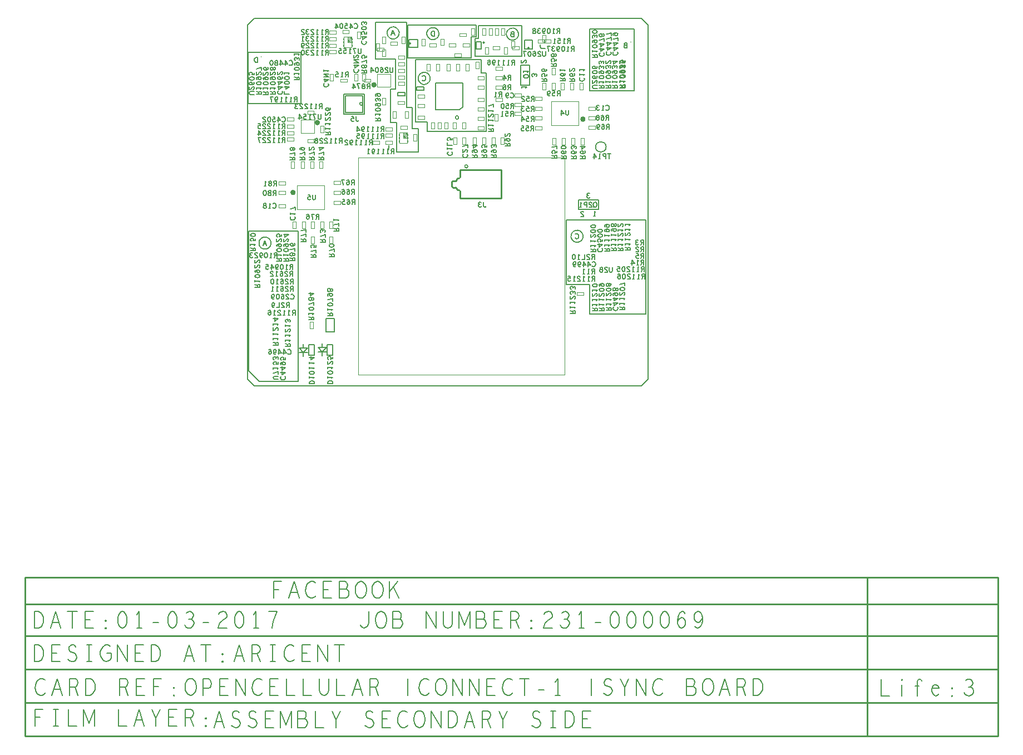
<source format=gbr>
G04 ================== begin FILE IDENTIFICATION RECORD ==================*
G04 Layout Name:  Fb_Connect1_SYNC_Life-3.brd*
G04 Film Name:    ASSBOT.gbr*
G04 File Format:  Gerber RS274X*
G04 File Origin:  Cadence Allegro 16.6-2015-S065*
G04 Origin Date:  Tue Jan 03 17:02:02 2017*
G04 *
G04 Layer:  REF DES/ASSEMBLY_BOTTOM*
G04 Layer:  PACKAGE GEOMETRY/ASSEMBLY_BOTTOM*
G04 Layer:  DRAWING FORMAT/ASSE*
G04 Layer:  DRAWING FORMAT/FILM_LABEL_OUTLINE*
G04 Layer:  COMPONENT VALUE/ASSEMBLY_BOTTOM*
G04 Layer:  BOARD GEOMETRY/OUTLINE*
G04 *
G04 Offset:    (0.000 0.000)*
G04 Mirror:    No*
G04 Mode:      Positive*
G04 Rotation:  0*
G04 FullContactRelief:  No*
G04 UndefLineWidth:     6.000*
G04 ================== end FILE IDENTIFICATION RECORD ====================*
%FSLAX25Y25*MOIN*%
%IR0*IPPOS*OFA0.00000B0.00000*MIA0B0*SFA1.00000B1.00000*%
%ADD10C,.004*%
%ADD11C,.005*%
%ADD12C,.006*%
%ADD13C,.001969*%
%ADD14C,.01*%
%ADD15C,.015748*%
%ADD16C,.000787*%
G75*
%LPD*%
G75*
G54D10*
G01X22737Y106863D02*
X18800D01*
Y108831D01*
X22737D01*
Y106863D01*
G01X18800Y116737D02*
X22737D01*
Y114769D01*
X18800D01*
Y116737D01*
G01X22737Y120316D02*
X18800D01*
Y122284D01*
X22737D01*
Y120316D01*
G01X39511Y38380D02*
Y34444D01*
X37544D01*
Y38380D01*
X39511D01*
G01X29031Y98468D02*
Y94532D01*
X27063D01*
Y98468D01*
X29031D01*
G01X38285Y85532D02*
Y89468D01*
X40252D01*
Y85532D01*
X38285D01*
G01X34752Y98468D02*
Y94532D01*
X32785D01*
Y98468D01*
X34752D01*
G01X40252D02*
Y94532D01*
X38285D01*
Y98468D01*
X40252D01*
G01X26285Y130532D02*
Y134468D01*
X28252D01*
Y130532D01*
X26285D01*
G01X34031Y134468D02*
Y130532D01*
X32063D01*
Y134468D01*
X34031D01*
G01X37785Y130532D02*
Y134468D01*
X39752D01*
Y130532D01*
X37785D01*
G01X27892Y146568D02*
X23956D01*
Y148536D01*
X27892D01*
Y146568D01*
G01X39985Y145733D02*
X36049D01*
Y147701D01*
X39985D01*
Y145733D01*
G01X27892Y158638D02*
X23956D01*
Y160606D01*
X27892D01*
Y158638D01*
G01X23956Y156386D02*
X27892D01*
Y154418D01*
X23956D01*
Y156386D01*
G01Y152386D02*
X27892D01*
Y150418D01*
X23956D01*
Y152386D01*
G01X36049Y164767D02*
X39985D01*
Y162799D01*
X36049D01*
Y164767D01*
G01X49285Y85532D02*
Y89468D01*
X51252D01*
Y85532D01*
X49285D01*
G01X45752Y98468D02*
Y94532D01*
X43785D01*
Y98468D01*
X45752D01*
G01X51252D02*
Y94532D01*
X49285D01*
Y98468D01*
X51252D01*
G01X55737Y108863D02*
X51800D01*
Y110831D01*
X55737D01*
Y108863D01*
G01Y114769D02*
X51800D01*
Y116737D01*
X55737D01*
Y114769D01*
G01X45252Y134468D02*
Y130532D01*
X43285D01*
Y134468D01*
X45252D01*
G01X51800Y122737D02*
X55737D01*
Y120769D01*
X51800D01*
Y122737D01*
G01X43918Y151634D02*
Y155570D01*
X45886D01*
Y151634D01*
X43918D01*
G01X59764Y181874D02*
X55828D01*
Y183841D01*
X59764D01*
Y181874D01*
G01X51485Y186794D02*
Y182858D01*
X49517D01*
Y186794D01*
X51485D01*
G01X49256Y201134D02*
X53192D01*
Y199166D01*
X49256D01*
Y201134D01*
G01X57056Y213134D02*
X60992D01*
Y211166D01*
X57056D01*
Y213134D01*
G01X53192Y206816D02*
X49256D01*
Y208784D01*
X53192D01*
Y206816D01*
G01Y202866D02*
X49256D01*
Y204834D01*
X53192D01*
Y202866D01*
G01X49256Y212634D02*
X53192D01*
Y210666D01*
X49256D01*
Y212634D01*
G01X70880Y186626D02*
Y182689D01*
X68912D01*
Y186626D01*
X70880D01*
G01X69728Y183841D02*
X73664D01*
Y181874D01*
X69728D01*
Y183841D01*
G01X66022Y186696D02*
Y182760D01*
X64054D01*
Y186696D01*
X66022D01*
G01X65866Y207956D02*
Y211892D01*
X67834D01*
Y207956D01*
X65866D01*
G01X86768Y149116D02*
X82832D01*
Y151084D01*
X86768D01*
Y149116D01*
G01X79237Y144866D02*
X75300D01*
Y146834D01*
X79237D01*
Y144866D01*
G01X86737D02*
X82800D01*
Y146834D01*
X86737D01*
Y144866D01*
G01X82800Y154834D02*
X86737D01*
Y152866D01*
X82800D01*
Y154834D01*
G01X87066Y160276D02*
Y164213D01*
X89034D01*
Y160276D01*
X87066D01*
G01X90336Y181873D02*
X94272D01*
Y179905D01*
X90336D01*
Y181873D01*
G01X82723Y172437D02*
Y168500D01*
X80755D01*
Y172437D01*
X82723D01*
G01X94176Y168566D02*
X90239D01*
Y170534D01*
X94176D01*
Y168566D01*
G01X90336Y193702D02*
X94272D01*
Y191735D01*
X90336D01*
Y193702D01*
G01X94272Y183735D02*
X90336D01*
Y185702D01*
X94272D01*
Y183735D01*
G01Y187735D02*
X90336D01*
Y189702D01*
X94272D01*
Y187735D01*
G01Y195798D02*
X90336D01*
Y197765D01*
X94272D01*
Y195798D01*
G01X82723Y201437D02*
Y197500D01*
X80755D01*
Y201437D01*
X82723D01*
G01Y208937D02*
Y205000D01*
X80755D01*
Y208937D01*
X82723D01*
G01X77971Y202252D02*
X81907D01*
Y200285D01*
X77971D01*
Y202252D01*
G01X85728Y206152D02*
X89664D01*
Y204185D01*
X85728D01*
Y206152D01*
G01X77085Y201170D02*
Y205107D01*
X79053D01*
Y201170D01*
X77085D01*
G01X101502Y150630D02*
Y146694D01*
X99535D01*
Y150630D01*
X101502D01*
G01X91840Y155834D02*
X95776D01*
Y153866D01*
X91840D01*
Y155834D01*
G01X96434Y164213D02*
Y160276D01*
X94466D01*
Y164213D01*
X96434D01*
G01X106068Y159716D02*
X102132D01*
Y161684D01*
X106068D01*
Y159716D01*
G01X106180Y172366D02*
X102243D01*
Y174334D01*
X106180D01*
Y172366D01*
G01X102243Y168684D02*
X106180D01*
Y166716D01*
X102243D01*
Y168684D01*
G01X107566Y188721D02*
Y192658D01*
X109534D01*
Y188721D01*
X107566D01*
G01X94430Y208937D02*
Y205000D01*
X92462D01*
Y208937D01*
X94430D01*
G01X106430Y207771D02*
Y203835D01*
X104462D01*
Y207771D01*
X106430D01*
G01X123447Y144632D02*
Y148568D01*
X125415D01*
Y144632D01*
X123447D01*
G01X125034Y157832D02*
Y153895D01*
X123066D01*
Y157832D01*
X125034D01*
G01X112234D02*
Y153895D01*
X110266D01*
Y157832D01*
X112234D01*
G01X116234D02*
Y153895D01*
X114266D01*
Y157832D01*
X116234D01*
G01X120234D02*
Y153895D01*
X118266D01*
Y157832D01*
X120234D01*
G01X113166Y188721D02*
Y192658D01*
X115134D01*
Y188721D01*
X113166D01*
G01X119566D02*
Y192658D01*
X121534D01*
Y188721D01*
X119566D01*
G01X125066D02*
Y192658D01*
X127034D01*
Y188721D01*
X125066D01*
G01X128202Y197066D02*
X124265D01*
Y199034D01*
X128202D01*
Y197066D01*
G01X120728Y204987D02*
X124664D01*
Y203019D01*
X120728D01*
Y204987D01*
G01X117930Y207842D02*
Y203905D01*
X115962D01*
Y207842D01*
X117930D01*
G01X109228Y204987D02*
X113164D01*
Y203019D01*
X109228D01*
Y204987D01*
G01X128947Y144632D02*
Y148568D01*
X130915D01*
Y144632D01*
X128947D01*
G01X140847Y144832D02*
Y148768D01*
X142815D01*
Y144832D01*
X140847D01*
G01X137015Y148768D02*
Y144832D01*
X135047D01*
Y148768D01*
X137015D01*
G01X130934Y157832D02*
Y153895D01*
X128966D01*
Y157832D01*
X130934D01*
G01X138001Y155434D02*
X141937D01*
Y153466D01*
X138001D01*
Y155434D01*
G01Y160934D02*
X141937D01*
Y158966D01*
X138001D01*
Y160934D01*
G01X141937Y164616D02*
X138001D01*
Y166584D01*
X141937D01*
Y164616D01*
G01Y170316D02*
X138001D01*
Y172284D01*
X141937D01*
Y170316D01*
G01Y177616D02*
X138001D01*
Y179584D01*
X141937D01*
Y177616D01*
G01X132934Y192658D02*
Y188721D01*
X130966D01*
Y192658D01*
X132934D01*
G01X138734Y193937D02*
Y190001D01*
X136766D01*
Y193937D01*
X138734D01*
G01X141937Y183416D02*
X138001D01*
Y185384D01*
X141937D01*
Y183416D01*
G01X131033Y209216D02*
X127097D01*
Y211184D01*
X131033D01*
Y209216D01*
G01X129187Y204987D02*
X133123D01*
Y203019D01*
X129187D01*
Y204987D01*
G01X134181Y210032D02*
Y213968D01*
X136149D01*
Y210032D01*
X134181D01*
G01X140762D02*
Y213968D01*
X142730D01*
Y210032D01*
X140762D01*
G01X151947Y144832D02*
Y148768D01*
X153915D01*
Y144832D01*
X151947D01*
G01X146647D02*
Y148768D01*
X148615D01*
Y144832D01*
X146647D01*
G01X150134Y162800D02*
Y158863D01*
X148166D01*
Y162800D01*
X150134D01*
G01X152737Y177616D02*
X148801D01*
Y179584D01*
X152737D01*
Y177616D01*
G01Y170316D02*
X148801D01*
Y172284D01*
X152737D01*
Y170316D01*
G01X142468Y198660D02*
Y202597D01*
X144436D01*
Y198660D01*
X142468D01*
G01X153962D02*
Y202597D01*
X155930D01*
Y198660D01*
X153962D01*
G01X148761Y191034D02*
X152698D01*
Y189066D01*
X148761D01*
Y191034D01*
G01X148763Y185384D02*
X152699D01*
Y183416D01*
X148763D01*
Y185384D01*
G01X152321Y210032D02*
Y213968D01*
X154289D01*
Y210032D01*
X152321D01*
G01X144736D02*
Y213968D01*
X146704D01*
Y210032D01*
X144736D01*
G01X148521D02*
Y213968D01*
X150489D01*
Y210032D01*
X148521D01*
G01X160060Y206267D02*
Y202330D01*
X158092D01*
Y206267D01*
X160060D01*
G01X158978Y203412D02*
X162914D01*
Y201445D01*
X158978D01*
Y203412D01*
G01X147228D02*
X151164D01*
Y201445D01*
X147228D01*
Y203412D01*
G01X164155Y162016D02*
X160219D01*
Y163984D01*
X164155D01*
Y162016D01*
G01X172500Y161231D02*
X176437D01*
Y159263D01*
X172500D01*
Y161231D01*
G01X176437Y153263D02*
X172500D01*
Y155231D01*
X176437D01*
Y153263D01*
G01X172500Y167137D02*
X176437D01*
Y165169D01*
X172500D01*
Y167137D01*
G01X160219Y174984D02*
X164155D01*
Y173016D01*
X160219D01*
Y174984D01*
G01X172500Y172984D02*
X176437D01*
Y171016D01*
X172500D01*
Y172984D01*
G01X164155Y167516D02*
X160219D01*
Y169484D01*
X164155D01*
Y167516D01*
G01X174063Y207349D02*
X177999D01*
Y205382D01*
X174063D01*
Y207349D01*
G01X182985Y144532D02*
Y148468D01*
X184952D01*
Y144532D01*
X182985D01*
G01X190452Y148468D02*
Y144532D01*
X188485D01*
Y148468D01*
X190452D01*
G01X176985Y177532D02*
Y181468D01*
X178952D01*
Y177532D01*
X176985D01*
G01X182485D02*
Y181468D01*
X184452D01*
Y177532D01*
X182485D01*
G01X187985D02*
Y181468D01*
X189952D01*
Y177532D01*
X187985D01*
G01X184452Y190468D02*
Y186532D01*
X182485D01*
Y190468D01*
X184452D01*
G01X178815Y210134D02*
Y206197D01*
X176847D01*
Y210134D01*
X178815D01*
G01X177733Y207279D02*
X181669D01*
Y205312D01*
X177733D01*
Y207279D01*
G01X201468Y54216D02*
X197532D01*
Y56184D01*
X201468D01*
Y54216D01*
G01X194206Y144532D02*
Y148468D01*
X196174D01*
Y144532D01*
X194206D01*
G01X201952Y148468D02*
Y144532D01*
X199985D01*
Y148468D01*
X201952D01*
G01X204500Y167137D02*
X208437D01*
Y165169D01*
X204500D01*
Y167137D01*
G01X208437Y159263D02*
X204500D01*
Y161231D01*
X208437D01*
Y159263D01*
G01X204500Y155684D02*
X208437D01*
Y153716D01*
X204500D01*
Y155684D01*
G01X199206Y177532D02*
Y181468D01*
X201174D01*
Y177532D01*
X199206D01*
G01X193485D02*
Y181468D01*
X195452D01*
Y177532D01*
X193485D01*
G54D11*
G01X4600Y59117D02*
X7600D01*
Y60158D01*
X7450Y60492D01*
X7250Y60700D01*
X6850Y60783D01*
X6450Y60700D01*
X6200Y60450D01*
X6050Y60158D01*
Y59117D01*
G01Y60158D02*
X4600Y60783D01*
G01Y62850D02*
X7600D01*
X7000Y62350D01*
G01X4600D02*
Y63350D01*
G01X7600Y65750D02*
X7500Y65417D01*
X7250Y65167D01*
X6950Y65000D01*
X6550Y64875D01*
X6100Y64833D01*
X5650Y64875D01*
X5250Y65000D01*
X4950Y65167D01*
X4700Y65417D01*
X4600Y65750D01*
X4700Y66083D01*
X4950Y66333D01*
X5250Y66500D01*
X5650Y66625D01*
X6100Y66667D01*
X6550Y66625D01*
X6950Y66500D01*
X7250Y66333D01*
X7500Y66083D01*
X7600Y65750D01*
G01X4950Y67942D02*
X4700Y68233D01*
X4600Y68567D01*
X4700Y68900D01*
X5000Y69192D01*
X5450Y69400D01*
X5900Y69483D01*
X6450D01*
X6900Y69400D01*
X7300Y69192D01*
X7500Y68942D01*
X7600Y68650D01*
X7500Y68317D01*
X7300Y68067D01*
X7000Y67900D01*
X6600Y67817D01*
X6250Y67900D01*
X5900Y68108D01*
X5700Y68358D01*
X5650Y68650D01*
X5750Y68983D01*
X6000Y69233D01*
X6450Y69483D01*
G01X7100Y70758D02*
X7400Y71008D01*
X7550Y71300D01*
X7600Y71633D01*
X7500Y72050D01*
X7250Y72342D01*
X6950Y72425D01*
X6650Y72383D01*
X6400Y72217D01*
X5900Y71383D01*
X5550Y71008D01*
X5050Y70758D01*
X4600Y70675D01*
Y72425D01*
G01X7100Y73658D02*
X7400Y73908D01*
X7550Y74200D01*
X7600Y74533D01*
X7500Y74950D01*
X7250Y75242D01*
X6950Y75325D01*
X6650Y75283D01*
X6400Y75117D01*
X5900Y74283D01*
X5550Y73908D01*
X5050Y73658D01*
X4600Y73575D01*
Y75325D01*
G01X17783Y76800D02*
Y79800D01*
X16742D01*
X16408Y79650D01*
X16200Y79450D01*
X16117Y79050D01*
X16200Y78650D01*
X16450Y78400D01*
X16742Y78250D01*
X17783D01*
G01X16742D02*
X16117Y76800D01*
G01X14050D02*
Y79800D01*
X14550Y79200D01*
G01Y76800D02*
X13550D01*
G01X11150Y79800D02*
X11483Y79700D01*
X11733Y79450D01*
X11900Y79150D01*
X12025Y78750D01*
X12067Y78300D01*
X12025Y77850D01*
X11900Y77450D01*
X11733Y77150D01*
X11483Y76900D01*
X11150Y76800D01*
X10817Y76900D01*
X10567Y77150D01*
X10400Y77450D01*
X10275Y77850D01*
X10233Y78300D01*
X10275Y78750D01*
X10400Y79150D01*
X10567Y79450D01*
X10817Y79700D01*
X11150Y79800D01*
G01X8958Y77150D02*
X8667Y76900D01*
X8333Y76800D01*
X8000Y76900D01*
X7708Y77200D01*
X7500Y77650D01*
X7417Y78100D01*
Y78650D01*
X7500Y79100D01*
X7708Y79500D01*
X7958Y79700D01*
X8250Y79800D01*
X8583Y79700D01*
X8833Y79500D01*
X9000Y79200D01*
X9083Y78800D01*
X9000Y78450D01*
X8792Y78100D01*
X8542Y77900D01*
X8250Y77850D01*
X7917Y77950D01*
X7667Y78200D01*
X7417Y78650D01*
G01X6142Y79300D02*
X5892Y79600D01*
X5600Y79750D01*
X5267Y79800D01*
X4850Y79700D01*
X4558Y79450D01*
X4475Y79150D01*
X4517Y78850D01*
X4683Y78600D01*
X5517Y78100D01*
X5892Y77750D01*
X6142Y77250D01*
X6225Y76800D01*
X4475D01*
G01X3367Y77400D02*
X3117Y77050D01*
X2783Y76850D01*
X2408Y76800D01*
X2075Y76850D01*
X1742Y77100D01*
X1533Y77400D01*
X1492Y77700D01*
X1575Y78050D01*
X1867Y78300D01*
X2158Y78400D01*
X2533D01*
G01X2158D02*
X1908Y78550D01*
X1700Y78800D01*
X1617Y79100D01*
X1700Y79400D01*
X1908Y79650D01*
X2283Y79800D01*
X2658Y79750D01*
X3033Y79550D01*
G01X1900Y80917D02*
X4900D01*
Y81958D01*
X4750Y82292D01*
X4550Y82500D01*
X4150Y82583D01*
X3750Y82500D01*
X3500Y82250D01*
X3350Y81958D01*
Y80917D01*
G01Y81958D02*
X1900Y82583D01*
G01Y84650D02*
X4900D01*
X4300Y84150D01*
G01X1900D02*
Y85150D01*
G01X2350Y86633D02*
X2100Y86883D01*
X1950Y87175D01*
X1900Y87550D01*
X2000Y87925D01*
X2200Y88217D01*
X2550Y88425D01*
X2950Y88467D01*
X3350Y88383D01*
X3600Y88175D01*
X3800Y87883D01*
X3850Y87592D01*
X3800Y87300D01*
X3600Y86925D01*
X4900Y87050D01*
Y88175D01*
G01Y90450D02*
X4800Y90117D01*
X4550Y89867D01*
X4250Y89700D01*
X3850Y89575D01*
X3400Y89533D01*
X2950Y89575D01*
X2550Y89700D01*
X2250Y89867D01*
X2000Y90117D01*
X1900Y90450D01*
X2000Y90783D01*
X2250Y91033D01*
X2550Y91200D01*
X2950Y91325D01*
X3400Y91367D01*
X3850Y91325D01*
X4250Y91200D01*
X4550Y91033D01*
X4800Y90783D01*
X4900Y90450D01*
G01X22583Y145800D02*
Y148800D01*
X21542D01*
X21208Y148650D01*
X21000Y148450D01*
X20917Y148050D01*
X21000Y147650D01*
X21250Y147400D01*
X21542Y147250D01*
X22583D01*
G01X21542D02*
X20917Y145800D01*
G01X18850D02*
Y148800D01*
X19350Y148200D01*
G01Y145800D02*
X18350D01*
G01X15950D02*
Y148800D01*
X16450Y148200D01*
G01Y145800D02*
X15450D01*
G01X13842Y148300D02*
X13592Y148600D01*
X13300Y148750D01*
X12967Y148800D01*
X12550Y148700D01*
X12258Y148450D01*
X12175Y148150D01*
X12217Y147850D01*
X12383Y147600D01*
X13217Y147100D01*
X13592Y146750D01*
X13842Y146250D01*
X13925Y145800D01*
X12175D01*
G01X10942Y148300D02*
X10692Y148600D01*
X10400Y148750D01*
X10067Y148800D01*
X9650Y148700D01*
X9358Y148450D01*
X9275Y148150D01*
X9317Y147850D01*
X9483Y147600D01*
X10317Y147100D01*
X10692Y146750D01*
X10942Y146250D01*
X11025Y145800D01*
X9275D01*
G01X7333D02*
X7250Y146450D01*
X7125Y147000D01*
X6958Y147500D01*
X6750Y148050D01*
X6417Y148800D01*
X8083D01*
G01X22583Y149900D02*
Y152900D01*
X21542D01*
X21208Y152750D01*
X21000Y152550D01*
X20917Y152150D01*
X21000Y151750D01*
X21250Y151500D01*
X21542Y151350D01*
X22583D01*
G01X21542D02*
X20917Y149900D01*
G01X18850D02*
Y152900D01*
X19350Y152300D01*
G01Y149900D02*
X18350D01*
G01X15950D02*
Y152900D01*
X16450Y152300D01*
G01Y149900D02*
X15450D01*
G01X13842Y152400D02*
X13592Y152700D01*
X13300Y152850D01*
X12967Y152900D01*
X12550Y152800D01*
X12258Y152550D01*
X12175Y152250D01*
X12217Y151950D01*
X12383Y151700D01*
X13217Y151200D01*
X13592Y150850D01*
X13842Y150350D01*
X13925Y149900D01*
X12175D01*
G01X10942Y152400D02*
X10692Y152700D01*
X10400Y152850D01*
X10067Y152900D01*
X9650Y152800D01*
X9358Y152550D01*
X9275Y152250D01*
X9317Y151950D01*
X9483Y151700D01*
X10317Y151200D01*
X10692Y150850D01*
X10942Y150350D01*
X11025Y149900D01*
X9275D01*
G01X6750D02*
Y152900D01*
X8292Y150750D01*
X6208D01*
G01X22583Y154000D02*
Y157000D01*
X21542D01*
X21208Y156850D01*
X21000Y156650D01*
X20917Y156250D01*
X21000Y155850D01*
X21250Y155600D01*
X21542Y155450D01*
X22583D01*
G01X21542D02*
X20917Y154000D01*
G01X18850D02*
Y157000D01*
X19350Y156400D01*
G01Y154000D02*
X18350D01*
G01X15950D02*
Y157000D01*
X16450Y156400D01*
G01Y154000D02*
X15450D01*
G01X13842Y156500D02*
X13592Y156800D01*
X13300Y156950D01*
X12967Y157000D01*
X12550Y156900D01*
X12258Y156650D01*
X12175Y156350D01*
X12217Y156050D01*
X12383Y155800D01*
X13217Y155300D01*
X13592Y154950D01*
X13842Y154450D01*
X13925Y154000D01*
X12175D01*
G01X10942Y156500D02*
X10692Y156800D01*
X10400Y156950D01*
X10067Y157000D01*
X9650Y156900D01*
X9358Y156650D01*
X9275Y156350D01*
X9317Y156050D01*
X9483Y155800D01*
X10317Y155300D01*
X10692Y154950D01*
X10942Y154450D01*
X11025Y154000D01*
X9275D01*
G01X8167Y154450D02*
X7917Y154200D01*
X7625Y154050D01*
X7250Y154000D01*
X6875Y154100D01*
X6583Y154300D01*
X6375Y154650D01*
X6333Y155050D01*
X6417Y155450D01*
X6625Y155700D01*
X6917Y155900D01*
X7208Y155950D01*
X7500Y155900D01*
X7875Y155700D01*
X7750Y157000D01*
X6625D01*
G01X4100Y174383D02*
X1950D01*
X1500Y174550D01*
X1200Y174883D01*
X1100Y175300D01*
X1200Y175717D01*
X1500Y176050D01*
X1950Y176217D01*
X4100D01*
G01X3600Y177408D02*
X3900Y177658D01*
X4050Y177950D01*
X4100Y178283D01*
X4000Y178700D01*
X3750Y178992D01*
X3450Y179075D01*
X3150Y179033D01*
X2900Y178867D01*
X2400Y178033D01*
X2050Y177658D01*
X1550Y177408D01*
X1100Y177325D01*
Y179075D01*
G01X2350Y180308D02*
X2700Y180600D01*
X2900Y180850D01*
X3000Y181183D01*
X2900Y181475D01*
X2700Y181683D01*
X2400Y181850D01*
X2050Y181892D01*
X1750Y181850D01*
X1450Y181683D01*
X1200Y181433D01*
X1100Y181142D01*
X1200Y180808D01*
X1500Y180517D01*
X1950Y180350D01*
X2450Y180308D01*
X3100Y180392D01*
X3450Y180517D01*
X3800Y180725D01*
X4050Y181017D01*
X4100Y181308D01*
X4000Y181600D01*
X3750Y181808D01*
G01X4100Y184000D02*
X4000Y183667D01*
X3750Y183417D01*
X3450Y183250D01*
X3050Y183125D01*
X2600Y183083D01*
X2150Y183125D01*
X1750Y183250D01*
X1450Y183417D01*
X1200Y183667D01*
X1100Y184000D01*
X1200Y184333D01*
X1450Y184583D01*
X1750Y184750D01*
X2150Y184875D01*
X2600Y184917D01*
X3050Y184875D01*
X3450Y184750D01*
X3750Y184583D01*
X4000Y184333D01*
X4100Y184000D01*
G01X1550Y185983D02*
X1300Y186233D01*
X1150Y186525D01*
X1100Y186900D01*
X1200Y187275D01*
X1400Y187567D01*
X1750Y187775D01*
X2150Y187817D01*
X2550Y187733D01*
X2800Y187525D01*
X3000Y187233D01*
X3050Y186942D01*
X3000Y186650D01*
X2800Y186275D01*
X4100Y186400D01*
Y187525D01*
G01X5400Y174617D02*
X8400D01*
Y175658D01*
X8250Y175992D01*
X8050Y176200D01*
X7650Y176283D01*
X7250Y176200D01*
X7000Y175950D01*
X6850Y175658D01*
Y174617D01*
G01Y175658D02*
X5400Y176283D01*
G01Y178350D02*
X8400D01*
X7800Y177850D01*
G01X5400D02*
Y178850D01*
G01X8400Y181250D02*
X8300Y180917D01*
X8050Y180667D01*
X7750Y180500D01*
X7350Y180375D01*
X6900Y180333D01*
X6450Y180375D01*
X6050Y180500D01*
X5750Y180667D01*
X5500Y180917D01*
X5400Y181250D01*
X5500Y181583D01*
X5750Y181833D01*
X6050Y182000D01*
X6450Y182125D01*
X6900Y182167D01*
X7350Y182125D01*
X7750Y182000D01*
X8050Y181833D01*
X8300Y181583D01*
X8400Y181250D01*
G01X5750Y183442D02*
X5500Y183733D01*
X5400Y184067D01*
X5500Y184400D01*
X5800Y184692D01*
X6250Y184900D01*
X6700Y184983D01*
X7250D01*
X7700Y184900D01*
X8100Y184692D01*
X8300Y184442D01*
X8400Y184150D01*
X8300Y183817D01*
X8100Y183567D01*
X7800Y183400D01*
X7400Y183317D01*
X7050Y183400D01*
X6700Y183608D01*
X6500Y183858D01*
X6450Y184150D01*
X6550Y184483D01*
X6800Y184733D01*
X7250Y184983D01*
G01X7900Y186258D02*
X8200Y186508D01*
X8350Y186800D01*
X8400Y187133D01*
X8300Y187550D01*
X8050Y187842D01*
X7750Y187925D01*
X7450Y187883D01*
X7200Y187717D01*
X6700Y186883D01*
X6350Y186508D01*
X5850Y186258D01*
X5400Y186175D01*
Y187925D01*
G01Y189867D02*
X6050Y189950D01*
X6600Y190075D01*
X7100Y190242D01*
X7650Y190450D01*
X8400Y190783D01*
Y189117D01*
G01X6117Y193600D02*
Y196600D01*
X5283D01*
X4950Y196450D01*
X4700Y196250D01*
X4492Y195950D01*
X4325Y195600D01*
X4283Y195100D01*
X4325Y194600D01*
X4492Y194250D01*
X4700Y193950D01*
X4950Y193750D01*
X5283Y193600D01*
X6117D01*
G01X18600Y3983D02*
X16450D01*
X16000Y4150D01*
X15700Y4483D01*
X15600Y4900D01*
X15700Y5317D01*
X16000Y5650D01*
X16450Y5817D01*
X18600D01*
G01X15600Y7717D02*
X16250Y7800D01*
X16800Y7925D01*
X17300Y8092D01*
X17850Y8300D01*
X18600Y8633D01*
Y6967D01*
G01X15600Y10700D02*
X18600D01*
X18000Y10200D01*
G01X15600D02*
Y11200D01*
G01X16050Y12683D02*
X15800Y12933D01*
X15650Y13225D01*
X15600Y13600D01*
X15700Y13975D01*
X15900Y14267D01*
X16250Y14475D01*
X16650Y14517D01*
X17050Y14433D01*
X17300Y14225D01*
X17500Y13933D01*
X17550Y13642D01*
X17500Y13350D01*
X17300Y12975D01*
X18600Y13100D01*
Y14225D01*
G01X16200Y15583D02*
X15850Y15833D01*
X15650Y16167D01*
X15600Y16542D01*
X15650Y16875D01*
X15900Y17208D01*
X16200Y17417D01*
X16500Y17458D01*
X16850Y17375D01*
X17100Y17083D01*
X17200Y16792D01*
Y16417D01*
G01Y16792D02*
X17350Y17042D01*
X17600Y17250D01*
X17900Y17333D01*
X18200Y17250D01*
X18450Y17042D01*
X18600Y16667D01*
X18550Y16292D01*
X18350Y15917D01*
G01X22650Y5617D02*
X22800Y5367D01*
X22900Y5075D01*
Y4742D01*
X22750Y4367D01*
X22500Y4075D01*
X22200Y3867D01*
X21700Y3700D01*
X21250Y3658D01*
X20800Y3742D01*
X20500Y3867D01*
X20200Y4117D01*
X20000Y4408D01*
X19900Y4700D01*
Y4992D01*
X20000Y5283D01*
X20150Y5533D01*
X20350Y5742D01*
G01X19900Y8100D02*
X22900D01*
X20750Y6558D01*
Y8642D01*
G01X19900Y11000D02*
X22900D01*
X20750Y9458D01*
Y11542D01*
G01X20250Y12692D02*
X20000Y12983D01*
X19900Y13317D01*
X20000Y13650D01*
X20300Y13942D01*
X20750Y14150D01*
X21200Y14233D01*
X21750D01*
X22200Y14150D01*
X22600Y13942D01*
X22800Y13692D01*
X22900Y13400D01*
X22800Y13067D01*
X22600Y12817D01*
X22300Y12650D01*
X21900Y12567D01*
X21550Y12650D01*
X21200Y12858D01*
X21000Y13108D01*
X20950Y13400D01*
X21050Y13733D01*
X21300Y13983D01*
X21750Y14233D01*
G01X20350Y15383D02*
X20100Y15633D01*
X19950Y15925D01*
X19900Y16300D01*
X20000Y16675D01*
X20200Y16967D01*
X20550Y17175D01*
X20950Y17217D01*
X21350Y17133D01*
X21600Y16925D01*
X21800Y16633D01*
X21850Y16342D01*
X21800Y16050D01*
X21600Y15675D01*
X22900Y15800D01*
Y16925D01*
G01X24283Y21650D02*
X24533Y21800D01*
X24825Y21900D01*
X25158D01*
X25533Y21750D01*
X25825Y21500D01*
X26033Y21200D01*
X26200Y20700D01*
X26242Y20250D01*
X26158Y19800D01*
X26033Y19500D01*
X25783Y19200D01*
X25492Y19000D01*
X25200Y18900D01*
X24908D01*
X24617Y19000D01*
X24367Y19150D01*
X24158Y19350D01*
G01X21800Y18900D02*
Y21900D01*
X23342Y19750D01*
X21258D01*
G01X18900Y18900D02*
Y21900D01*
X20442Y19750D01*
X18358D01*
G01X17208Y19250D02*
X16917Y19000D01*
X16583Y18900D01*
X16250Y19000D01*
X15958Y19300D01*
X15750Y19750D01*
X15667Y20200D01*
Y20750D01*
X15750Y21200D01*
X15958Y21600D01*
X16208Y21800D01*
X16500Y21900D01*
X16833Y21800D01*
X17083Y21600D01*
X17250Y21300D01*
X17333Y20900D01*
X17250Y20550D01*
X17042Y20200D01*
X16792Y20000D01*
X16500Y19950D01*
X16167Y20050D01*
X15917Y20300D01*
X15667Y20750D01*
G01X14392Y20150D02*
X14100Y20500D01*
X13850Y20700D01*
X13517Y20800D01*
X13225Y20700D01*
X13017Y20500D01*
X12850Y20200D01*
X12808Y19850D01*
X12850Y19550D01*
X13017Y19250D01*
X13267Y19000D01*
X13558Y18900D01*
X13892Y19000D01*
X14183Y19300D01*
X14350Y19750D01*
X14392Y20250D01*
X14308Y20900D01*
X14183Y21250D01*
X13975Y21600D01*
X13683Y21850D01*
X13392Y21900D01*
X13100Y21800D01*
X12892Y21550D01*
G01X22800Y23617D02*
X25800D01*
Y24658D01*
X25650Y24992D01*
X25450Y25200D01*
X25050Y25283D01*
X24650Y25200D01*
X24400Y24950D01*
X24250Y24658D01*
Y23617D01*
G01Y24658D02*
X22800Y25283D01*
G01Y27350D02*
X25800D01*
X25200Y26850D01*
G01X22800D02*
Y27850D01*
G01Y30250D02*
X25800D01*
X25200Y29750D01*
G01X22800D02*
Y30750D01*
G01X25300Y32358D02*
X25600Y32608D01*
X25750Y32900D01*
X25800Y33233D01*
X25700Y33650D01*
X25450Y33942D01*
X25150Y34025D01*
X24850Y33983D01*
X24600Y33817D01*
X24100Y32983D01*
X23750Y32608D01*
X23250Y32358D01*
X22800Y32275D01*
Y34025D01*
G01Y36050D02*
X25800D01*
X25200Y35550D01*
G01X22800D02*
Y36550D01*
G01X23400Y38033D02*
X23050Y38283D01*
X22850Y38617D01*
X22800Y38992D01*
X22850Y39325D01*
X23100Y39658D01*
X23400Y39867D01*
X23700Y39908D01*
X24050Y39825D01*
X24300Y39533D01*
X24400Y39242D01*
Y38867D01*
G01Y39242D02*
X24550Y39492D01*
X24800Y39700D01*
X25100Y39783D01*
X25400Y39700D01*
X25650Y39492D01*
X25800Y39117D01*
X25750Y38742D01*
X25550Y38367D01*
G01X15600Y24517D02*
X18600D01*
Y25558D01*
X18450Y25892D01*
X18250Y26100D01*
X17850Y26183D01*
X17450Y26100D01*
X17200Y25850D01*
X17050Y25558D01*
Y24517D01*
G01Y25558D02*
X15600Y26183D01*
G01Y28250D02*
X18600D01*
X18000Y27750D01*
G01X15600D02*
Y28750D01*
G01Y31150D02*
X18600D01*
X18000Y30650D01*
G01X15600D02*
Y31650D01*
G01X18100Y33258D02*
X18400Y33508D01*
X18550Y33800D01*
X18600Y34133D01*
X18500Y34550D01*
X18250Y34842D01*
X17950Y34925D01*
X17650Y34883D01*
X17400Y34717D01*
X16900Y33883D01*
X16550Y33508D01*
X16050Y33258D01*
X15600Y33175D01*
Y34925D01*
G01Y36950D02*
X18600D01*
X18000Y36450D01*
G01X15600D02*
Y37450D01*
G01Y40350D02*
X18600D01*
X16450Y38808D01*
Y40892D01*
G01X25083Y46900D02*
Y49900D01*
X24042D01*
X23708Y49750D01*
X23500Y49550D01*
X23417Y49150D01*
X23500Y48750D01*
X23750Y48500D01*
X24042Y48350D01*
X25083D01*
G01X24042D02*
X23417Y46900D01*
G01X22142Y49400D02*
X21892Y49700D01*
X21600Y49850D01*
X21267Y49900D01*
X20850Y49800D01*
X20558Y49550D01*
X20475Y49250D01*
X20517Y48950D01*
X20683Y48700D01*
X21517Y48200D01*
X21892Y47850D01*
X22142Y47350D01*
X22225Y46900D01*
X20475D01*
G01X19283Y49900D02*
Y46900D01*
X17617D01*
G01X16258Y47250D02*
X15967Y47000D01*
X15633Y46900D01*
X15300Y47000D01*
X15008Y47300D01*
X14800Y47750D01*
X14717Y48200D01*
Y48750D01*
X14800Y49200D01*
X15008Y49600D01*
X15258Y49800D01*
X15550Y49900D01*
X15883Y49800D01*
X16133Y49600D01*
X16300Y49300D01*
X16383Y48900D01*
X16300Y48550D01*
X16092Y48200D01*
X15842Y48000D01*
X15550Y47950D01*
X15217Y48050D01*
X14967Y48300D01*
X14717Y48750D01*
G01X28683Y42300D02*
Y45300D01*
X27642D01*
X27308Y45150D01*
X27100Y44950D01*
X27017Y44550D01*
X27100Y44150D01*
X27350Y43900D01*
X27642Y43750D01*
X28683D01*
G01X27642D02*
X27017Y42300D01*
G01X24950D02*
Y45300D01*
X25450Y44700D01*
G01Y42300D02*
X24450D01*
G01X22050D02*
Y45300D01*
X22550Y44700D01*
G01Y42300D02*
X21550D01*
G01X19942Y44800D02*
X19692Y45100D01*
X19400Y45250D01*
X19067Y45300D01*
X18650Y45200D01*
X18358Y44950D01*
X18275Y44650D01*
X18317Y44350D01*
X18483Y44100D01*
X19317Y43600D01*
X19692Y43250D01*
X19942Y42750D01*
X20025Y42300D01*
X18275D01*
G01X16250D02*
Y45300D01*
X16750Y44700D01*
G01Y42300D02*
X15750D01*
G01X14142Y43550D02*
X13850Y43900D01*
X13600Y44100D01*
X13267Y44200D01*
X12975Y44100D01*
X12767Y43900D01*
X12600Y43600D01*
X12558Y43250D01*
X12600Y42950D01*
X12767Y42650D01*
X13017Y42400D01*
X13308Y42300D01*
X13642Y42400D01*
X13933Y42700D01*
X14100Y43150D01*
X14142Y43650D01*
X14058Y44300D01*
X13933Y44650D01*
X13725Y45000D01*
X13433Y45250D01*
X13142Y45300D01*
X12850Y45200D01*
X12642Y44950D01*
G01X26083Y54650D02*
X26333Y54800D01*
X26625Y54900D01*
X26958D01*
X27333Y54750D01*
X27625Y54500D01*
X27833Y54200D01*
X28000Y53700D01*
X28042Y53250D01*
X27958Y52800D01*
X27833Y52500D01*
X27583Y52200D01*
X27292Y52000D01*
X27000Y51900D01*
X26708D01*
X26417Y52000D01*
X26167Y52150D01*
X25958Y52350D01*
G01X24892Y54400D02*
X24642Y54700D01*
X24350Y54850D01*
X24017Y54900D01*
X23600Y54800D01*
X23308Y54550D01*
X23225Y54250D01*
X23267Y53950D01*
X23433Y53700D01*
X24267Y53200D01*
X24642Y52850D01*
X24892Y52350D01*
X24975Y51900D01*
X23225D01*
G01X21992Y53150D02*
X21700Y53500D01*
X21450Y53700D01*
X21117Y53800D01*
X20825Y53700D01*
X20617Y53500D01*
X20450Y53200D01*
X20408Y52850D01*
X20450Y52550D01*
X20617Y52250D01*
X20867Y52000D01*
X21158Y51900D01*
X21492Y52000D01*
X21783Y52300D01*
X21950Y52750D01*
X21992Y53250D01*
X21908Y53900D01*
X21783Y54250D01*
X21575Y54600D01*
X21283Y54850D01*
X20992Y54900D01*
X20700Y54800D01*
X20492Y54550D01*
G01X18300Y54900D02*
X18633Y54800D01*
X18883Y54550D01*
X19050Y54250D01*
X19175Y53850D01*
X19217Y53400D01*
X19175Y52950D01*
X19050Y52550D01*
X18883Y52250D01*
X18633Y52000D01*
X18300Y51900D01*
X17967Y52000D01*
X17717Y52250D01*
X17550Y52550D01*
X17425Y52950D01*
X17383Y53400D01*
X17425Y53850D01*
X17550Y54250D01*
X17717Y54550D01*
X17967Y54800D01*
X18300Y54900D01*
G01X16108Y52250D02*
X15817Y52000D01*
X15483Y51900D01*
X15150Y52000D01*
X14858Y52300D01*
X14650Y52750D01*
X14567Y53200D01*
Y53750D01*
X14650Y54200D01*
X14858Y54600D01*
X15108Y54800D01*
X15400Y54900D01*
X15733Y54800D01*
X15983Y54600D01*
X16150Y54300D01*
X16233Y53900D01*
X16150Y53550D01*
X15942Y53200D01*
X15692Y53000D01*
X15400Y52950D01*
X15067Y53050D01*
X14817Y53300D01*
X14567Y53750D01*
G01X27133Y65600D02*
Y68600D01*
X26092D01*
X25758Y68450D01*
X25550Y68250D01*
X25467Y67850D01*
X25550Y67450D01*
X25800Y67200D01*
X26092Y67050D01*
X27133D01*
G01X26092D02*
X25467Y65600D01*
G01X24192Y68100D02*
X23942Y68400D01*
X23650Y68550D01*
X23317Y68600D01*
X22900Y68500D01*
X22608Y68250D01*
X22525Y67950D01*
X22567Y67650D01*
X22733Y67400D01*
X23567Y66900D01*
X23942Y66550D01*
X24192Y66050D01*
X24275Y65600D01*
X22525D01*
G01X21292Y66850D02*
X21000Y67200D01*
X20750Y67400D01*
X20417Y67500D01*
X20125Y67400D01*
X19917Y67200D01*
X19750Y66900D01*
X19708Y66550D01*
X19750Y66250D01*
X19917Y65950D01*
X20167Y65700D01*
X20458Y65600D01*
X20792Y65700D01*
X21083Y66000D01*
X21250Y66450D01*
X21292Y66950D01*
X21208Y67600D01*
X21083Y67950D01*
X20875Y68300D01*
X20583Y68550D01*
X20292Y68600D01*
X20000Y68500D01*
X19792Y68250D01*
G01X17600Y65600D02*
Y68600D01*
X18100Y68000D01*
G01Y65600D02*
X17100D01*
G01X15492Y68100D02*
X15242Y68400D01*
X14950Y68550D01*
X14617Y68600D01*
X14200Y68500D01*
X13908Y68250D01*
X13825Y67950D01*
X13867Y67650D01*
X14033Y67400D01*
X14867Y66900D01*
X15242Y66550D01*
X15492Y66050D01*
X15575Y65600D01*
X13825D01*
G01X27433Y56600D02*
Y59600D01*
X26392D01*
X26058Y59450D01*
X25850Y59250D01*
X25767Y58850D01*
X25850Y58450D01*
X26100Y58200D01*
X26392Y58050D01*
X27433D01*
G01X26392D02*
X25767Y56600D01*
G01X24492Y59100D02*
X24242Y59400D01*
X23950Y59550D01*
X23617Y59600D01*
X23200Y59500D01*
X22908Y59250D01*
X22825Y58950D01*
X22867Y58650D01*
X23033Y58400D01*
X23867Y57900D01*
X24242Y57550D01*
X24492Y57050D01*
X24575Y56600D01*
X22825D01*
G01X21592Y57850D02*
X21300Y58200D01*
X21050Y58400D01*
X20717Y58500D01*
X20425Y58400D01*
X20217Y58200D01*
X20050Y57900D01*
X20008Y57550D01*
X20050Y57250D01*
X20217Y56950D01*
X20467Y56700D01*
X20758Y56600D01*
X21092Y56700D01*
X21383Y57000D01*
X21550Y57450D01*
X21592Y57950D01*
X21508Y58600D01*
X21383Y58950D01*
X21175Y59300D01*
X20883Y59550D01*
X20592Y59600D01*
X20300Y59500D01*
X20092Y59250D01*
G01X17900Y56600D02*
Y59600D01*
X18400Y59000D01*
G01Y56600D02*
X17400D01*
G01X15000D02*
Y59600D01*
X15500Y59000D01*
G01Y56600D02*
X14500D01*
G01X27433Y61000D02*
Y64000D01*
X26392D01*
X26058Y63850D01*
X25850Y63650D01*
X25767Y63250D01*
X25850Y62850D01*
X26100Y62600D01*
X26392Y62450D01*
X27433D01*
G01X26392D02*
X25767Y61000D01*
G01X24492Y63500D02*
X24242Y63800D01*
X23950Y63950D01*
X23617Y64000D01*
X23200Y63900D01*
X22908Y63650D01*
X22825Y63350D01*
X22867Y63050D01*
X23033Y62800D01*
X23867Y62300D01*
X24242Y61950D01*
X24492Y61450D01*
X24575Y61000D01*
X22825D01*
G01X21592Y62250D02*
X21300Y62600D01*
X21050Y62800D01*
X20717Y62900D01*
X20425Y62800D01*
X20217Y62600D01*
X20050Y62300D01*
X20008Y61950D01*
X20050Y61650D01*
X20217Y61350D01*
X20467Y61100D01*
X20758Y61000D01*
X21092Y61100D01*
X21383Y61400D01*
X21550Y61850D01*
X21592Y62350D01*
X21508Y63000D01*
X21383Y63350D01*
X21175Y63700D01*
X20883Y63950D01*
X20592Y64000D01*
X20300Y63900D01*
X20092Y63650D01*
G01X17900Y61000D02*
Y64000D01*
X18400Y63400D01*
G01Y61000D02*
X17400D01*
G01X15000Y64000D02*
X15333Y63900D01*
X15583Y63650D01*
X15750Y63350D01*
X15875Y62950D01*
X15917Y62500D01*
X15875Y62050D01*
X15750Y61650D01*
X15583Y61350D01*
X15333Y61100D01*
X15000Y61000D01*
X14667Y61100D01*
X14417Y61350D01*
X14250Y61650D01*
X14125Y62050D01*
X14083Y62500D01*
X14125Y62950D01*
X14250Y63350D01*
X14417Y63650D01*
X14667Y63900D01*
X15000Y64000D01*
G01X27283Y69800D02*
Y72800D01*
X26242D01*
X25908Y72650D01*
X25700Y72450D01*
X25617Y72050D01*
X25700Y71650D01*
X25950Y71400D01*
X26242Y71250D01*
X27283D01*
G01X26242D02*
X25617Y69800D01*
G01X23550D02*
Y72800D01*
X24050Y72200D01*
G01Y69800D02*
X23050D01*
G01X20650Y72800D02*
X20983Y72700D01*
X21233Y72450D01*
X21400Y72150D01*
X21525Y71750D01*
X21567Y71300D01*
X21525Y70850D01*
X21400Y70450D01*
X21233Y70150D01*
X20983Y69900D01*
X20650Y69800D01*
X20317Y69900D01*
X20067Y70150D01*
X19900Y70450D01*
X19775Y70850D01*
X19733Y71300D01*
X19775Y71750D01*
X19900Y72150D01*
X20067Y72450D01*
X20317Y72700D01*
X20650Y72800D01*
G01X18458Y70150D02*
X18167Y69900D01*
X17833Y69800D01*
X17500Y69900D01*
X17208Y70200D01*
X17000Y70650D01*
X16917Y71100D01*
Y71650D01*
X17000Y72100D01*
X17208Y72500D01*
X17458Y72700D01*
X17750Y72800D01*
X18083Y72700D01*
X18333Y72500D01*
X18500Y72200D01*
X18583Y71800D01*
X18500Y71450D01*
X18292Y71100D01*
X18042Y70900D01*
X17750Y70850D01*
X17417Y70950D01*
X17167Y71200D01*
X16917Y71650D01*
G01X14350Y69800D02*
Y72800D01*
X15892Y70650D01*
X13808D01*
G01X12867Y70250D02*
X12617Y70000D01*
X12325Y69850D01*
X11950Y69800D01*
X11575Y69900D01*
X11283Y70100D01*
X11075Y70450D01*
X11033Y70850D01*
X11117Y71250D01*
X11325Y71500D01*
X11617Y71700D01*
X11908Y71750D01*
X12200Y71700D01*
X12575Y71500D01*
X12450Y72800D01*
X11325D01*
G01X17600Y74717D02*
X20600D01*
Y75758D01*
X20450Y76092D01*
X20250Y76300D01*
X19850Y76383D01*
X19450Y76300D01*
X19200Y76050D01*
X19050Y75758D01*
Y74717D01*
G01Y75758D02*
X17600Y76383D01*
G01Y78450D02*
X20600D01*
X20000Y77950D01*
G01X17600D02*
Y78950D01*
G01X20600Y81350D02*
X20500Y81017D01*
X20250Y80767D01*
X19950Y80600D01*
X19550Y80475D01*
X19100Y80433D01*
X18650Y80475D01*
X18250Y80600D01*
X17950Y80767D01*
X17700Y81017D01*
X17600Y81350D01*
X17700Y81683D01*
X17950Y81933D01*
X18250Y82100D01*
X18650Y82225D01*
X19100Y82267D01*
X19550Y82225D01*
X19950Y82100D01*
X20250Y81933D01*
X20500Y81683D01*
X20600Y81350D01*
G01X17950Y83542D02*
X17700Y83833D01*
X17600Y84167D01*
X17700Y84500D01*
X18000Y84792D01*
X18450Y85000D01*
X18900Y85083D01*
X19450D01*
X19900Y85000D01*
X20300Y84792D01*
X20500Y84542D01*
X20600Y84250D01*
X20500Y83917D01*
X20300Y83667D01*
X20000Y83500D01*
X19600Y83417D01*
X19250Y83500D01*
X18900Y83708D01*
X18700Y83958D01*
X18650Y84250D01*
X18750Y84583D01*
X19000Y84833D01*
X19450Y85083D01*
G01X20100Y86358D02*
X20400Y86608D01*
X20550Y86900D01*
X20600Y87233D01*
X20500Y87650D01*
X20250Y87942D01*
X19950Y88025D01*
X19650Y87983D01*
X19400Y87817D01*
X18900Y86983D01*
X18550Y86608D01*
X18050Y86358D01*
X17600Y86275D01*
Y88025D01*
G01X18050Y89133D02*
X17800Y89383D01*
X17650Y89675D01*
X17600Y90050D01*
X17700Y90425D01*
X17900Y90717D01*
X18250Y90925D01*
X18650Y90967D01*
X19050Y90883D01*
X19300Y90675D01*
X19500Y90383D01*
X19550Y90092D01*
X19500Y89800D01*
X19300Y89425D01*
X20600Y89550D01*
Y90675D01*
G01X21700Y74717D02*
X24700D01*
Y75758D01*
X24550Y76092D01*
X24350Y76300D01*
X23950Y76383D01*
X23550Y76300D01*
X23300Y76050D01*
X23150Y75758D01*
Y74717D01*
G01Y75758D02*
X21700Y76383D01*
G01Y78450D02*
X24700D01*
X24100Y77950D01*
G01X21700D02*
Y78950D01*
G01X24700Y81350D02*
X24600Y81017D01*
X24350Y80767D01*
X24050Y80600D01*
X23650Y80475D01*
X23200Y80433D01*
X22750Y80475D01*
X22350Y80600D01*
X22050Y80767D01*
X21800Y81017D01*
X21700Y81350D01*
X21800Y81683D01*
X22050Y81933D01*
X22350Y82100D01*
X22750Y82225D01*
X23200Y82267D01*
X23650Y82225D01*
X24050Y82100D01*
X24350Y81933D01*
X24600Y81683D01*
X24700Y81350D01*
G01X22050Y83542D02*
X21800Y83833D01*
X21700Y84167D01*
X21800Y84500D01*
X22100Y84792D01*
X22550Y85000D01*
X23000Y85083D01*
X23550D01*
X24000Y85000D01*
X24400Y84792D01*
X24600Y84542D01*
X24700Y84250D01*
X24600Y83917D01*
X24400Y83667D01*
X24100Y83500D01*
X23700Y83417D01*
X23350Y83500D01*
X23000Y83708D01*
X22800Y83958D01*
X22750Y84250D01*
X22850Y84583D01*
X23100Y84833D01*
X23550Y85083D01*
G01X24200Y86358D02*
X24500Y86608D01*
X24650Y86900D01*
X24700Y87233D01*
X24600Y87650D01*
X24350Y87942D01*
X24050Y88025D01*
X23750Y87983D01*
X23500Y87817D01*
X23000Y86983D01*
X22650Y86608D01*
X22150Y86358D01*
X21700Y86275D01*
Y88025D01*
G01Y90550D02*
X24700D01*
X22550Y89008D01*
Y91092D01*
G01X11542Y84100D02*
X10500Y87100D01*
X9458Y84100D01*
G01X9833Y85150D02*
X11167D01*
G01X15383Y109150D02*
X15633Y109300D01*
X15925Y109400D01*
X16258D01*
X16633Y109250D01*
X16925Y109000D01*
X17133Y108700D01*
X17300Y108200D01*
X17342Y107750D01*
X17258Y107300D01*
X17133Y107000D01*
X16883Y106700D01*
X16592Y106500D01*
X16300Y106400D01*
X16008D01*
X15717Y106500D01*
X15467Y106650D01*
X15258Y106850D01*
G01X13400Y106400D02*
Y109400D01*
X13900Y108800D01*
G01Y106400D02*
X12900D01*
G01X10500D02*
X10208Y106450D01*
X9875Y106600D01*
X9667Y106850D01*
X9583Y107200D01*
X9667Y107550D01*
X9917Y107850D01*
X10292Y108000D01*
X10708D01*
X10958Y108100D01*
X11167Y108350D01*
X11250Y108700D01*
X11125Y109050D01*
X10833Y109300D01*
X10500Y109400D01*
X10167Y109300D01*
X9875Y109050D01*
X9750Y108700D01*
X9833Y108350D01*
X10042Y108100D01*
X10292Y108000D01*
X10708D01*
X11083Y107850D01*
X11333Y107550D01*
X11417Y107200D01*
X11333Y106850D01*
X11125Y106600D01*
X10792Y106450D01*
X10500Y106400D01*
G01X17133Y114000D02*
Y117000D01*
X16092D01*
X15758Y116850D01*
X15550Y116650D01*
X15467Y116250D01*
X15550Y115850D01*
X15800Y115600D01*
X16092Y115450D01*
X17133D01*
G01X16092D02*
X15467Y114000D01*
G01X13400D02*
X13108Y114050D01*
X12775Y114200D01*
X12567Y114450D01*
X12483Y114800D01*
X12567Y115150D01*
X12817Y115450D01*
X13192Y115600D01*
X13608D01*
X13858Y115700D01*
X14067Y115950D01*
X14150Y116300D01*
X14025Y116650D01*
X13733Y116900D01*
X13400Y117000D01*
X13067Y116900D01*
X12775Y116650D01*
X12650Y116300D01*
X12733Y115950D01*
X12942Y115700D01*
X13192Y115600D01*
X13608D01*
X13983Y115450D01*
X14233Y115150D01*
X14317Y114800D01*
X14233Y114450D01*
X14025Y114200D01*
X13692Y114050D01*
X13400Y114000D01*
G01X10500Y117000D02*
X10833Y116900D01*
X11083Y116650D01*
X11250Y116350D01*
X11375Y115950D01*
X11417Y115500D01*
X11375Y115050D01*
X11250Y114650D01*
X11083Y114350D01*
X10833Y114100D01*
X10500Y114000D01*
X10167Y114100D01*
X9917Y114350D01*
X9750Y114650D01*
X9625Y115050D01*
X9583Y115500D01*
X9625Y115950D01*
X9750Y116350D01*
X9917Y116650D01*
X10167Y116900D01*
X10500Y117000D01*
G01X17433Y119700D02*
Y122700D01*
X16392D01*
X16058Y122550D01*
X15850Y122350D01*
X15767Y121950D01*
X15850Y121550D01*
X16100Y121300D01*
X16392Y121150D01*
X17433D01*
G01X16392D02*
X15767Y119700D01*
G01X13700D02*
X13408Y119750D01*
X13075Y119900D01*
X12867Y120150D01*
X12783Y120500D01*
X12867Y120850D01*
X13117Y121150D01*
X13492Y121300D01*
X13908D01*
X14158Y121400D01*
X14367Y121650D01*
X14450Y122000D01*
X14325Y122350D01*
X14033Y122600D01*
X13700Y122700D01*
X13367Y122600D01*
X13075Y122350D01*
X12950Y122000D01*
X13033Y121650D01*
X13242Y121400D01*
X13492Y121300D01*
X13908D01*
X14283Y121150D01*
X14533Y120850D01*
X14617Y120500D01*
X14533Y120150D01*
X14325Y119900D01*
X13992Y119750D01*
X13700Y119700D01*
G01X10800D02*
Y122700D01*
X11300Y122100D01*
G01Y119700D02*
X10300D01*
G01X20883Y160850D02*
X21133Y161000D01*
X21425Y161100D01*
X21758D01*
X22133Y160950D01*
X22425Y160700D01*
X22633Y160400D01*
X22800Y159900D01*
X22842Y159450D01*
X22758Y159000D01*
X22633Y158700D01*
X22383Y158400D01*
X22092Y158200D01*
X21800Y158100D01*
X21508D01*
X21217Y158200D01*
X20967Y158350D01*
X20758Y158550D01*
G01X18400Y158100D02*
Y161100D01*
X19942Y158950D01*
X17858D01*
G01X16917Y158550D02*
X16667Y158300D01*
X16375Y158150D01*
X16000Y158100D01*
X15625Y158200D01*
X15333Y158400D01*
X15125Y158750D01*
X15083Y159150D01*
X15167Y159550D01*
X15375Y159800D01*
X15667Y160000D01*
X15958Y160050D01*
X16250Y160000D01*
X16625Y159800D01*
X16500Y161100D01*
X15375D01*
G01X13100D02*
X13433Y161000D01*
X13683Y160750D01*
X13850Y160450D01*
X13975Y160050D01*
X14017Y159600D01*
X13975Y159150D01*
X13850Y158750D01*
X13683Y158450D01*
X13433Y158200D01*
X13100Y158100D01*
X12767Y158200D01*
X12517Y158450D01*
X12350Y158750D01*
X12225Y159150D01*
X12183Y159600D01*
X12225Y160050D01*
X12350Y160450D01*
X12517Y160750D01*
X12767Y161000D01*
X13100Y161100D01*
G01X10992Y160600D02*
X10742Y160900D01*
X10450Y161050D01*
X10117Y161100D01*
X9700Y161000D01*
X9408Y160750D01*
X9325Y160450D01*
X9367Y160150D01*
X9533Y159900D01*
X10367Y159400D01*
X10742Y159050D01*
X10992Y158550D01*
X11075Y158100D01*
X9325D01*
G01X20850Y176517D02*
X21000Y176267D01*
X21100Y175975D01*
Y175642D01*
X20950Y175267D01*
X20700Y174975D01*
X20400Y174767D01*
X19900Y174600D01*
X19450Y174558D01*
X19000Y174642D01*
X18700Y174767D01*
X18400Y175017D01*
X18200Y175308D01*
X18100Y175600D01*
Y175892D01*
X18200Y176183D01*
X18350Y176433D01*
X18550Y176642D01*
G01X18100Y179000D02*
X21100D01*
X18950Y177458D01*
Y179542D01*
G01X18100Y181900D02*
X21100D01*
X18950Y180358D01*
Y182442D01*
G01X19350Y183508D02*
X19700Y183800D01*
X19900Y184050D01*
X20000Y184383D01*
X19900Y184675D01*
X19700Y184883D01*
X19400Y185050D01*
X19050Y185092D01*
X18750Y185050D01*
X18450Y184883D01*
X18200Y184633D01*
X18100Y184342D01*
X18200Y184008D01*
X18500Y183717D01*
X18950Y183550D01*
X19450Y183508D01*
X20100Y183592D01*
X20450Y183717D01*
X20800Y183925D01*
X21050Y184217D01*
X21100Y184508D01*
X21000Y184800D01*
X20750Y185008D01*
G01X20600Y186408D02*
X20900Y186658D01*
X21050Y186950D01*
X21100Y187283D01*
X21000Y187700D01*
X20750Y187992D01*
X20450Y188075D01*
X20150Y188033D01*
X19900Y187867D01*
X19400Y187033D01*
X19050Y186658D01*
X18550Y186408D01*
X18100Y186325D01*
Y188075D01*
G01X25300Y174867D02*
X22300D01*
Y176533D01*
G01Y179100D02*
X25300D01*
X23150Y177558D01*
Y179642D01*
G01X25300Y181500D02*
X25200Y181167D01*
X24950Y180917D01*
X24650Y180750D01*
X24250Y180625D01*
X23800Y180583D01*
X23350Y180625D01*
X22950Y180750D01*
X22650Y180917D01*
X22400Y181167D01*
X22300Y181500D01*
X22400Y181833D01*
X22650Y182083D01*
X22950Y182250D01*
X23350Y182375D01*
X23800Y182417D01*
X24250Y182375D01*
X24650Y182250D01*
X24950Y182083D01*
X25200Y181833D01*
X25300Y181500D01*
G01Y184400D02*
X25200Y184067D01*
X24950Y183817D01*
X24650Y183650D01*
X24250Y183525D01*
X23800Y183483D01*
X23350Y183525D01*
X22950Y183650D01*
X22650Y183817D01*
X22400Y184067D01*
X22300Y184400D01*
X22400Y184733D01*
X22650Y184983D01*
X22950Y185150D01*
X23350Y185275D01*
X23800Y185317D01*
X24250Y185275D01*
X24650Y185150D01*
X24950Y184983D01*
X25200Y184733D01*
X25300Y184400D01*
G01X22300Y187300D02*
X25300D01*
X24700Y186800D01*
G01X22300D02*
Y187800D01*
G01X13800Y174587D02*
X16800D01*
Y175628D01*
X16650Y175962D01*
X16450Y176170D01*
X16050Y176253D01*
X15650Y176170D01*
X15400Y175920D01*
X15250Y175628D01*
Y174587D01*
G01Y175628D02*
X13800Y176253D01*
G01Y178320D02*
X16800D01*
X16200Y177820D01*
G01X13800D02*
Y178820D01*
G01X16800Y181220D02*
X16700Y180887D01*
X16450Y180637D01*
X16150Y180470D01*
X15750Y180345D01*
X15300Y180303D01*
X14850Y180345D01*
X14450Y180470D01*
X14150Y180637D01*
X13900Y180887D01*
X13800Y181220D01*
X13900Y181553D01*
X14150Y181803D01*
X14450Y181970D01*
X14850Y182095D01*
X15300Y182137D01*
X15750Y182095D01*
X16150Y181970D01*
X16450Y181803D01*
X16700Y181553D01*
X16800Y181220D01*
G01X14150Y183412D02*
X13900Y183703D01*
X13800Y184037D01*
X13900Y184370D01*
X14200Y184662D01*
X14650Y184870D01*
X15100Y184953D01*
X15650D01*
X16100Y184870D01*
X16500Y184662D01*
X16700Y184412D01*
X16800Y184120D01*
X16700Y183787D01*
X16500Y183537D01*
X16200Y183370D01*
X15800Y183287D01*
X15450Y183370D01*
X15100Y183578D01*
X14900Y183829D01*
X14850Y184120D01*
X14950Y184453D01*
X15200Y184703D01*
X15650Y184953D01*
G01X16300Y186228D02*
X16600Y186478D01*
X16750Y186770D01*
X16800Y187104D01*
X16700Y187520D01*
X16450Y187812D01*
X16150Y187895D01*
X15850Y187853D01*
X15600Y187687D01*
X15100Y186853D01*
X14750Y186478D01*
X14250Y186228D01*
X13800Y186145D01*
Y187895D01*
G01Y189920D02*
X13850Y190212D01*
X14000Y190545D01*
X14250Y190753D01*
X14600Y190837D01*
X14950Y190753D01*
X15250Y190503D01*
X15400Y190128D01*
Y189712D01*
X15500Y189462D01*
X15750Y189253D01*
X16100Y189170D01*
X16450Y189295D01*
X16700Y189587D01*
X16800Y189920D01*
X16700Y190253D01*
X16450Y190545D01*
X16100Y190670D01*
X15750Y190587D01*
X15500Y190378D01*
X15400Y190128D01*
Y189712D01*
X15250Y189337D01*
X14950Y189087D01*
X14600Y189003D01*
X14250Y189087D01*
X14000Y189295D01*
X13850Y189629D01*
X13800Y189920D01*
G01X9600Y174517D02*
X12600D01*
Y175558D01*
X12450Y175892D01*
X12250Y176100D01*
X11850Y176183D01*
X11450Y176100D01*
X11200Y175850D01*
X11050Y175558D01*
Y174517D01*
G01Y175558D02*
X9600Y176183D01*
G01Y178250D02*
X12600D01*
X12000Y177750D01*
G01X9600D02*
Y178750D01*
G01X12600Y181150D02*
X12500Y180817D01*
X12250Y180567D01*
X11950Y180400D01*
X11550Y180275D01*
X11100Y180233D01*
X10650Y180275D01*
X10250Y180400D01*
X9950Y180567D01*
X9700Y180817D01*
X9600Y181150D01*
X9700Y181483D01*
X9950Y181733D01*
X10250Y181900D01*
X10650Y182025D01*
X11100Y182067D01*
X11550Y182025D01*
X11950Y181900D01*
X12250Y181733D01*
X12500Y181483D01*
X12600Y181150D01*
G01X9950Y183342D02*
X9700Y183633D01*
X9600Y183967D01*
X9700Y184300D01*
X10000Y184592D01*
X10450Y184800D01*
X10900Y184883D01*
X11450D01*
X11900Y184800D01*
X12300Y184592D01*
X12500Y184342D01*
X12600Y184050D01*
X12500Y183717D01*
X12300Y183467D01*
X12000Y183300D01*
X11600Y183217D01*
X11250Y183300D01*
X10900Y183508D01*
X10700Y183758D01*
X10650Y184050D01*
X10750Y184383D01*
X11000Y184633D01*
X11450Y184883D01*
G01X12100Y186158D02*
X12400Y186408D01*
X12550Y186700D01*
X12600Y187033D01*
X12500Y187450D01*
X12250Y187742D01*
X11950Y187825D01*
X11650Y187783D01*
X11400Y187617D01*
X10900Y186783D01*
X10550Y186408D01*
X10050Y186158D01*
X9600Y186075D01*
Y187825D01*
G01X10850Y189058D02*
X11200Y189350D01*
X11400Y189600D01*
X11500Y189933D01*
X11400Y190225D01*
X11200Y190433D01*
X10900Y190600D01*
X10550Y190642D01*
X10250Y190600D01*
X9950Y190433D01*
X9700Y190183D01*
X9600Y189892D01*
X9700Y189558D01*
X10000Y189267D01*
X10450Y189100D01*
X10950Y189058D01*
X11600Y189142D01*
X11950Y189267D01*
X12300Y189475D01*
X12550Y189767D01*
X12600Y190058D01*
X12500Y190350D01*
X12250Y190558D01*
G01X29883Y170100D02*
Y173100D01*
X28842D01*
X28508Y172950D01*
X28300Y172750D01*
X28217Y172350D01*
X28300Y171950D01*
X28550Y171700D01*
X28842Y171550D01*
X29883D01*
G01X28842D02*
X28217Y170100D01*
G01X26150D02*
Y173100D01*
X26650Y172500D01*
G01Y170100D02*
X25650D01*
G01X23250D02*
Y173100D01*
X23750Y172500D01*
G01Y170100D02*
X22750D01*
G01X20350D02*
Y173100D01*
X20850Y172500D01*
G01Y170100D02*
X19850D01*
G01X18158Y170450D02*
X17867Y170200D01*
X17533Y170100D01*
X17200Y170200D01*
X16908Y170500D01*
X16700Y170950D01*
X16617Y171400D01*
Y171950D01*
X16700Y172400D01*
X16908Y172800D01*
X17158Y173000D01*
X17450Y173100D01*
X17783Y173000D01*
X18033Y172800D01*
X18200Y172500D01*
X18283Y172100D01*
X18200Y171750D01*
X17992Y171400D01*
X17742Y171200D01*
X17450Y171150D01*
X17117Y171250D01*
X16867Y171500D01*
X16617Y171950D01*
G01X14633Y170100D02*
X14550Y170750D01*
X14425Y171300D01*
X14258Y171800D01*
X14050Y172350D01*
X13717Y173100D01*
X15383D01*
G01X25183Y194650D02*
X25433Y194800D01*
X25725Y194900D01*
X26058D01*
X26433Y194750D01*
X26725Y194500D01*
X26933Y194200D01*
X27100Y193700D01*
X27142Y193250D01*
X27058Y192800D01*
X26933Y192500D01*
X26683Y192200D01*
X26392Y192000D01*
X26100Y191900D01*
X25808D01*
X25517Y192000D01*
X25267Y192150D01*
X25058Y192350D01*
G01X22700Y191900D02*
Y194900D01*
X24242Y192750D01*
X22158D01*
G01X19800Y191900D02*
Y194900D01*
X21342Y192750D01*
X19258D01*
G01X17400Y191900D02*
X17108Y191950D01*
X16775Y192100D01*
X16567Y192350D01*
X16483Y192700D01*
X16567Y193050D01*
X16817Y193350D01*
X17192Y193500D01*
X17608D01*
X17858Y193600D01*
X18067Y193850D01*
X18150Y194200D01*
X18025Y194550D01*
X17733Y194800D01*
X17400Y194900D01*
X17067Y194800D01*
X16775Y194550D01*
X16650Y194200D01*
X16733Y193850D01*
X16942Y193600D01*
X17192Y193500D01*
X17608D01*
X17983Y193350D01*
X18233Y193050D01*
X18317Y192700D01*
X18233Y192350D01*
X18025Y192100D01*
X17692Y191950D01*
X17400Y191900D01*
G01X14500Y194900D02*
X14833Y194800D01*
X15083Y194550D01*
X15250Y194250D01*
X15375Y193850D01*
X15417Y193400D01*
X15375Y192950D01*
X15250Y192550D01*
X15083Y192250D01*
X14833Y192000D01*
X14500Y191900D01*
X14167Y192000D01*
X13917Y192250D01*
X13750Y192550D01*
X13625Y192950D01*
X13583Y193400D01*
X13625Y193850D01*
X13750Y194250D01*
X13917Y194550D01*
X14167Y194800D01*
X14500Y194900D01*
G01X37200Y1233D02*
X40200D01*
Y2067D01*
X40050Y2400D01*
X39850Y2650D01*
X39550Y2858D01*
X39200Y3025D01*
X38700Y3067D01*
X38200Y3025D01*
X37850Y2858D01*
X37550Y2650D01*
X37350Y2400D01*
X37200Y2067D01*
Y1233D01*
G01Y5050D02*
X40200D01*
X39600Y4550D01*
G01X37200D02*
Y5550D01*
G01X40200Y7950D02*
X40100Y7617D01*
X39850Y7367D01*
X39550Y7200D01*
X39150Y7075D01*
X38700Y7033D01*
X38250Y7075D01*
X37850Y7200D01*
X37550Y7367D01*
X37300Y7617D01*
X37200Y7950D01*
X37300Y8283D01*
X37550Y8533D01*
X37850Y8700D01*
X38250Y8825D01*
X38700Y8867D01*
X39150Y8825D01*
X39550Y8700D01*
X39850Y8533D01*
X40100Y8283D01*
X40200Y7950D01*
G01X37200Y10850D02*
X40200D01*
X39600Y10350D01*
G01X37200D02*
Y11350D01*
G01Y13750D02*
X40200D01*
X39600Y13250D01*
G01X37200D02*
Y14250D01*
G01Y17150D02*
X40200D01*
X38050Y15608D01*
Y17692D01*
G01X36900Y39617D02*
X39900D01*
Y40658D01*
X39750Y40992D01*
X39550Y41200D01*
X39150Y41283D01*
X38750Y41200D01*
X38500Y40950D01*
X38350Y40658D01*
Y39617D01*
G01Y40658D02*
X36900Y41283D01*
G01Y43350D02*
X39900D01*
X39300Y42850D01*
G01X36900D02*
Y43850D01*
G01X39900Y46250D02*
X39800Y45917D01*
X39550Y45667D01*
X39250Y45500D01*
X38850Y45375D01*
X38400Y45333D01*
X37950Y45375D01*
X37550Y45500D01*
X37250Y45667D01*
X37000Y45917D01*
X36900Y46250D01*
X37000Y46583D01*
X37250Y46833D01*
X37550Y47000D01*
X37950Y47125D01*
X38400Y47167D01*
X38850Y47125D01*
X39250Y47000D01*
X39550Y46833D01*
X39800Y46583D01*
X39900Y46250D01*
G01X36900Y49067D02*
X37550Y49150D01*
X38100Y49275D01*
X38600Y49442D01*
X39150Y49650D01*
X39900Y49983D01*
Y48317D01*
G01X36900Y52050D02*
X36950Y52342D01*
X37100Y52675D01*
X37350Y52883D01*
X37700Y52967D01*
X38050Y52883D01*
X38350Y52633D01*
X38500Y52258D01*
Y51842D01*
X38600Y51592D01*
X38850Y51383D01*
X39200Y51300D01*
X39550Y51425D01*
X39800Y51717D01*
X39900Y52050D01*
X39800Y52383D01*
X39550Y52675D01*
X39200Y52800D01*
X38850Y52717D01*
X38600Y52508D01*
X38500Y52258D01*
Y51842D01*
X38350Y51467D01*
X38050Y51217D01*
X37700Y51133D01*
X37350Y51217D01*
X37100Y51425D01*
X36950Y51758D01*
X36900Y52050D01*
G01Y55450D02*
X39900D01*
X37750Y53908D01*
Y55992D01*
G01X25600Y75017D02*
X28600D01*
Y76058D01*
X28450Y76392D01*
X28250Y76600D01*
X27850Y76683D01*
X27450Y76600D01*
X27200Y76350D01*
X27050Y76058D01*
Y75017D01*
G01Y76058D02*
X25600Y76683D01*
G01Y78750D02*
X25650Y79042D01*
X25800Y79375D01*
X26050Y79583D01*
X26400Y79667D01*
X26750Y79583D01*
X27050Y79333D01*
X27200Y78958D01*
Y78542D01*
X27300Y78292D01*
X27550Y78083D01*
X27900Y78000D01*
X28250Y78125D01*
X28500Y78417D01*
X28600Y78750D01*
X28500Y79083D01*
X28250Y79375D01*
X27900Y79500D01*
X27550Y79417D01*
X27300Y79208D01*
X27200Y78958D01*
Y78542D01*
X27050Y78167D01*
X26750Y77917D01*
X26400Y77833D01*
X26050Y77917D01*
X25800Y78125D01*
X25650Y78458D01*
X25600Y78750D01*
G01Y81567D02*
X26250Y81650D01*
X26800Y81775D01*
X27300Y81942D01*
X27850Y82150D01*
X28600Y82483D01*
Y80817D01*
G01X26850Y83758D02*
X27200Y84050D01*
X27400Y84300D01*
X27500Y84633D01*
X27400Y84925D01*
X27200Y85133D01*
X26900Y85300D01*
X26550Y85342D01*
X26250Y85300D01*
X25950Y85133D01*
X25700Y84883D01*
X25600Y84592D01*
X25700Y84258D01*
X26000Y83967D01*
X26450Y83800D01*
X26950Y83758D01*
X27600Y83842D01*
X27950Y83967D01*
X28300Y84175D01*
X28550Y84467D01*
X28600Y84758D01*
X28500Y85050D01*
X28250Y85258D01*
G01X38100Y76967D02*
X41100D01*
Y78008D01*
X40950Y78342D01*
X40750Y78550D01*
X40350Y78633D01*
X39950Y78550D01*
X39700Y78300D01*
X39550Y78008D01*
Y76967D01*
G01Y78008D02*
X38100Y78633D01*
G01Y80617D02*
X38750Y80700D01*
X39300Y80825D01*
X39800Y80992D01*
X40350Y81200D01*
X41100Y81533D01*
Y79867D01*
G01X38550Y82683D02*
X38300Y82933D01*
X38150Y83225D01*
X38100Y83600D01*
X38200Y83975D01*
X38400Y84267D01*
X38750Y84475D01*
X39150Y84517D01*
X39550Y84433D01*
X39800Y84225D01*
X40000Y83933D01*
X40050Y83642D01*
X40000Y83350D01*
X39800Y82975D01*
X41100Y83100D01*
Y84225D01*
G01X32100Y86367D02*
X35100D01*
Y87408D01*
X34950Y87742D01*
X34750Y87950D01*
X34350Y88033D01*
X33950Y87950D01*
X33700Y87700D01*
X33550Y87408D01*
Y86367D01*
G01Y87408D02*
X32100Y88033D01*
G01Y90017D02*
X32750Y90100D01*
X33300Y90225D01*
X33800Y90392D01*
X34350Y90600D01*
X35100Y90933D01*
Y89267D01*
G01X32100Y92917D02*
X32750Y93000D01*
X33300Y93125D01*
X33800Y93292D01*
X34350Y93500D01*
X35100Y93833D01*
Y92167D01*
G01X40867Y114500D02*
Y112350D01*
X40700Y111900D01*
X40367Y111600D01*
X39950Y111500D01*
X39533Y111600D01*
X39200Y111900D01*
X39033Y112350D01*
Y114500D01*
G01X37967Y111950D02*
X37717Y111700D01*
X37425Y111550D01*
X37050Y111500D01*
X36675Y111600D01*
X36383Y111800D01*
X36175Y112150D01*
X36133Y112550D01*
X36217Y112950D01*
X36425Y113200D01*
X36717Y113400D01*
X37008Y113450D01*
X37300Y113400D01*
X37675Y113200D01*
X37550Y114500D01*
X36425D01*
G01X28450Y101217D02*
X28600Y100967D01*
X28700Y100675D01*
Y100342D01*
X28550Y99967D01*
X28300Y99675D01*
X28000Y99467D01*
X27500Y99300D01*
X27050Y99258D01*
X26600Y99342D01*
X26300Y99467D01*
X26000Y99717D01*
X25800Y100008D01*
X25700Y100300D01*
Y100592D01*
X25800Y100883D01*
X25950Y101133D01*
X26150Y101342D01*
G01X25700Y103200D02*
X28700D01*
X28100Y102700D01*
G01X25700D02*
Y103700D01*
G01Y106017D02*
X26350Y106100D01*
X26900Y106225D01*
X27400Y106392D01*
X27950Y106600D01*
X28700Y106933D01*
Y105267D01*
G01X42933Y99800D02*
Y102800D01*
X41892D01*
X41558Y102650D01*
X41350Y102450D01*
X41267Y102050D01*
X41350Y101650D01*
X41600Y101400D01*
X41892Y101250D01*
X42933D01*
G01X41892D02*
X41267Y99800D01*
G01X39283D02*
X39200Y100450D01*
X39075Y101000D01*
X38908Y101500D01*
X38700Y102050D01*
X38367Y102800D01*
X40033D01*
G01X37092Y101050D02*
X36800Y101400D01*
X36550Y101600D01*
X36217Y101700D01*
X35925Y101600D01*
X35717Y101400D01*
X35550Y101100D01*
X35508Y100750D01*
X35550Y100450D01*
X35717Y100150D01*
X35967Y99900D01*
X36258Y99800D01*
X36592Y99900D01*
X36883Y100200D01*
X37050Y100650D01*
X37092Y101150D01*
X37008Y101800D01*
X36883Y102150D01*
X36675Y102500D01*
X36383Y102750D01*
X36092Y102800D01*
X35800Y102700D01*
X35592Y102450D01*
G01X56683Y145300D02*
Y148300D01*
X55642D01*
X55308Y148150D01*
X55100Y147950D01*
X55017Y147550D01*
X55100Y147150D01*
X55350Y146900D01*
X55642Y146750D01*
X56683D01*
G01X55642D02*
X55017Y145300D01*
G01X52950D02*
Y148300D01*
X53450Y147700D01*
G01Y145300D02*
X52450D01*
G01X50050D02*
Y148300D01*
X50550Y147700D01*
G01Y145300D02*
X49550D01*
G01X47942Y147800D02*
X47692Y148100D01*
X47400Y148250D01*
X47067Y148300D01*
X46650Y148200D01*
X46358Y147950D01*
X46275Y147650D01*
X46317Y147350D01*
X46483Y147100D01*
X47317Y146600D01*
X47692Y146250D01*
X47942Y145750D01*
X48025Y145300D01*
X46275D01*
G01X45042Y147800D02*
X44792Y148100D01*
X44500Y148250D01*
X44167Y148300D01*
X43750Y148200D01*
X43458Y147950D01*
X43375Y147650D01*
X43417Y147350D01*
X43583Y147100D01*
X44417Y146600D01*
X44792Y146250D01*
X45042Y145750D01*
X45125Y145300D01*
X43375D01*
G01X41350D02*
X41058Y145350D01*
X40725Y145500D01*
X40517Y145750D01*
X40433Y146100D01*
X40517Y146450D01*
X40767Y146750D01*
X41142Y146900D01*
X41558D01*
X41808Y147000D01*
X42017Y147250D01*
X42100Y147600D01*
X41975Y147950D01*
X41683Y148200D01*
X41350Y148300D01*
X41017Y148200D01*
X40725Y147950D01*
X40600Y147600D01*
X40683Y147250D01*
X40892Y147000D01*
X41142Y146900D01*
X41558D01*
X41933Y146750D01*
X42183Y146450D01*
X42267Y146100D01*
X42183Y145750D01*
X41975Y145500D01*
X41642Y145350D01*
X41350Y145300D01*
G01X25651Y135240D02*
X28651D01*
Y136281D01*
X28501Y136615D01*
X28301Y136823D01*
X27901Y136906D01*
X27501Y136823D01*
X27251Y136573D01*
X27101Y136281D01*
Y135240D01*
G01Y136281D02*
X25651Y136906D01*
G01Y138890D02*
X26301Y138973D01*
X26851Y139098D01*
X27351Y139265D01*
X27901Y139473D01*
X28651Y139806D01*
Y138140D01*
G01X25651Y141873D02*
X25701Y142165D01*
X25851Y142498D01*
X26101Y142706D01*
X26451Y142790D01*
X26801Y142706D01*
X27101Y142456D01*
X27251Y142081D01*
Y141665D01*
X27351Y141415D01*
X27601Y141206D01*
X27951Y141123D01*
X28301Y141248D01*
X28551Y141540D01*
X28651Y141873D01*
X28551Y142206D01*
X28301Y142498D01*
X27951Y142623D01*
X27601Y142540D01*
X27351Y142331D01*
X27251Y142081D01*
Y141665D01*
X27101Y141290D01*
X26801Y141040D01*
X26451Y140956D01*
X26101Y141040D01*
X25851Y141248D01*
X25701Y141581D01*
X25651Y141873D01*
G01X31347Y135340D02*
X34347D01*
Y136381D01*
X34197Y136715D01*
X33997Y136923D01*
X33597Y137006D01*
X33197Y136923D01*
X32947Y136673D01*
X32797Y136381D01*
Y135340D01*
G01Y136381D02*
X31347Y137006D01*
G01Y138990D02*
X31997Y139073D01*
X32547Y139198D01*
X33047Y139365D01*
X33597Y139573D01*
X34347Y139906D01*
Y138240D01*
G01X31697Y141265D02*
X31447Y141556D01*
X31347Y141890D01*
X31447Y142223D01*
X31747Y142515D01*
X32197Y142723D01*
X32647Y142806D01*
X33197D01*
X33647Y142723D01*
X34047Y142515D01*
X34247Y142265D01*
X34347Y141973D01*
X34247Y141640D01*
X34047Y141390D01*
X33747Y141223D01*
X33347Y141140D01*
X32997Y141223D01*
X32647Y141431D01*
X32447Y141681D01*
X32397Y141973D01*
X32497Y142306D01*
X32747Y142556D01*
X33197Y142806D01*
G01X37051Y135410D02*
X40051D01*
Y136451D01*
X39901Y136785D01*
X39701Y136993D01*
X39301Y137076D01*
X38901Y136993D01*
X38651Y136743D01*
X38501Y136451D01*
Y135410D01*
G01Y136451D02*
X37051Y137076D01*
G01Y139060D02*
X37701Y139143D01*
X38251Y139268D01*
X38751Y139435D01*
X39301Y139643D01*
X40051Y139976D01*
Y138310D01*
G01X39551Y141251D02*
X39851Y141501D01*
X40001Y141793D01*
X40051Y142126D01*
X39951Y142543D01*
X39701Y142835D01*
X39401Y142918D01*
X39101Y142876D01*
X38851Y142710D01*
X38351Y141876D01*
X38001Y141501D01*
X37501Y141251D01*
X37051Y141168D01*
Y142918D01*
G01X44217Y162600D02*
Y160450D01*
X44050Y160000D01*
X43717Y159700D01*
X43300Y159600D01*
X42883Y159700D01*
X42550Y160000D01*
X42383Y160450D01*
Y162600D01*
G01X40483Y159600D02*
X40400Y160250D01*
X40275Y160800D01*
X40108Y161300D01*
X39900Y161850D01*
X39567Y162600D01*
X41233D01*
G01X37500Y159600D02*
Y162600D01*
X38000Y162000D01*
G01Y159600D02*
X37000D01*
G01X35517Y160050D02*
X35267Y159800D01*
X34975Y159650D01*
X34600Y159600D01*
X34225Y159700D01*
X33933Y159900D01*
X33725Y160250D01*
X33683Y160650D01*
X33767Y161050D01*
X33975Y161300D01*
X34267Y161500D01*
X34558Y161550D01*
X34850Y161500D01*
X35225Y161300D01*
X35100Y162600D01*
X33975D01*
G01X31200Y159600D02*
Y162600D01*
X32742Y160450D01*
X30658D01*
G01X44883Y165900D02*
Y168900D01*
X43842D01*
X43508Y168750D01*
X43300Y168550D01*
X43217Y168150D01*
X43300Y167750D01*
X43550Y167500D01*
X43842Y167350D01*
X44883D01*
G01X43842D02*
X43217Y165900D01*
G01X41150D02*
Y168900D01*
X41650Y168300D01*
G01Y165900D02*
X40650D01*
G01X38250D02*
Y168900D01*
X38750Y168300D01*
G01Y165900D02*
X37750D01*
G01X36142Y168400D02*
X35892Y168700D01*
X35600Y168850D01*
X35267Y168900D01*
X34850Y168800D01*
X34558Y168550D01*
X34475Y168250D01*
X34517Y167950D01*
X34683Y167700D01*
X35517Y167200D01*
X35892Y166850D01*
X36142Y166350D01*
X36225Y165900D01*
X34475D01*
G01X33242Y168400D02*
X32992Y168700D01*
X32700Y168850D01*
X32367Y168900D01*
X31950Y168800D01*
X31658Y168550D01*
X31575Y168250D01*
X31617Y167950D01*
X31783Y167700D01*
X32617Y167200D01*
X32992Y166850D01*
X33242Y166350D01*
X33325Y165900D01*
X31575D01*
G01X30467Y166500D02*
X30217Y166150D01*
X29883Y165950D01*
X29508Y165900D01*
X29175Y165950D01*
X28842Y166200D01*
X28633Y166500D01*
X28592Y166800D01*
X28675Y167150D01*
X28967Y167400D01*
X29258Y167500D01*
X29633D01*
G01X29258D02*
X29008Y167650D01*
X28800Y167900D01*
X28717Y168200D01*
X28800Y168500D01*
X29008Y168750D01*
X29383Y168900D01*
X29758Y168850D01*
X30133Y168650D01*
G01X28300Y183217D02*
X31300D01*
Y184258D01*
X31150Y184592D01*
X30950Y184800D01*
X30550Y184883D01*
X30150Y184800D01*
X29900Y184550D01*
X29750Y184258D01*
Y183217D01*
G01Y184258D02*
X28300Y184883D01*
G01Y186950D02*
X31300D01*
X30700Y186450D01*
G01X28300D02*
Y187450D01*
G01X31300Y189850D02*
X31200Y189517D01*
X30950Y189267D01*
X30650Y189100D01*
X30250Y188975D01*
X29800Y188933D01*
X29350Y188975D01*
X28950Y189100D01*
X28650Y189267D01*
X28400Y189517D01*
X28300Y189850D01*
X28400Y190183D01*
X28650Y190433D01*
X28950Y190600D01*
X29350Y190725D01*
X29800Y190767D01*
X30250Y190725D01*
X30650Y190600D01*
X30950Y190433D01*
X31200Y190183D01*
X31300Y189850D01*
G01X28650Y192042D02*
X28400Y192333D01*
X28300Y192667D01*
X28400Y193000D01*
X28700Y193292D01*
X29150Y193500D01*
X29600Y193583D01*
X30150D01*
X30600Y193500D01*
X31000Y193292D01*
X31200Y193042D01*
X31300Y192750D01*
X31200Y192417D01*
X31000Y192167D01*
X30700Y192000D01*
X30300Y191917D01*
X29950Y192000D01*
X29600Y192208D01*
X29400Y192458D01*
X29350Y192750D01*
X29450Y193083D01*
X29700Y193333D01*
X30150Y193583D01*
G01X28900Y194733D02*
X28550Y194983D01*
X28350Y195317D01*
X28300Y195692D01*
X28350Y196025D01*
X28600Y196358D01*
X28900Y196567D01*
X29200Y196608D01*
X29550Y196525D01*
X29800Y196233D01*
X29900Y195942D01*
Y195567D01*
G01Y195942D02*
X30050Y196192D01*
X30300Y196400D01*
X30600Y196483D01*
X30900Y196400D01*
X31150Y196192D01*
X31300Y195817D01*
X31250Y195442D01*
X31050Y195067D01*
G01X28300Y198550D02*
X31300D01*
X30700Y198050D01*
G01X28300D02*
Y199050D01*
G01X48583Y198200D02*
Y201200D01*
X47542D01*
X47208Y201050D01*
X47000Y200850D01*
X46917Y200450D01*
X47000Y200050D01*
X47250Y199800D01*
X47542Y199650D01*
X48583D01*
G01X47542D02*
X46917Y198200D01*
G01X44850D02*
Y201200D01*
X45350Y200600D01*
G01Y198200D02*
X44350D01*
G01X41950D02*
Y201200D01*
X42450Y200600D01*
G01Y198200D02*
X41450D01*
G01X39842Y200700D02*
X39592Y201000D01*
X39300Y201150D01*
X38967Y201200D01*
X38550Y201100D01*
X38258Y200850D01*
X38175Y200550D01*
X38217Y200250D01*
X38383Y200000D01*
X39217Y199500D01*
X39592Y199150D01*
X39842Y198650D01*
X39925Y198200D01*
X38175D01*
G01X37067Y198800D02*
X36817Y198450D01*
X36483Y198250D01*
X36108Y198200D01*
X35775Y198250D01*
X35442Y198500D01*
X35233Y198800D01*
X35192Y199100D01*
X35275Y199450D01*
X35567Y199700D01*
X35858Y199800D01*
X36233D01*
G01X35858D02*
X35608Y199950D01*
X35400Y200200D01*
X35317Y200500D01*
X35400Y200800D01*
X35608Y201050D01*
X35983Y201200D01*
X36358Y201150D01*
X36733Y200950D01*
G01X33250Y201200D02*
X33583Y201100D01*
X33833Y200850D01*
X34000Y200550D01*
X34125Y200150D01*
X34167Y199700D01*
X34125Y199250D01*
X34000Y198850D01*
X33833Y198550D01*
X33583Y198300D01*
X33250Y198200D01*
X32917Y198300D01*
X32667Y198550D01*
X32500Y198850D01*
X32375Y199250D01*
X32333Y199700D01*
X32375Y200150D01*
X32500Y200550D01*
X32667Y200850D01*
X32917Y201100D01*
X33250Y201200D01*
G01X48583Y206400D02*
Y209400D01*
X47542D01*
X47208Y209250D01*
X47000Y209050D01*
X46917Y208650D01*
X47000Y208250D01*
X47250Y208000D01*
X47542Y207850D01*
X48583D01*
G01X47542D02*
X46917Y206400D01*
G01X44850D02*
Y209400D01*
X45350Y208800D01*
G01Y206400D02*
X44350D01*
G01X41950D02*
Y209400D01*
X42450Y208800D01*
G01Y206400D02*
X41450D01*
G01X39842Y208900D02*
X39592Y209200D01*
X39300Y209350D01*
X38967Y209400D01*
X38550Y209300D01*
X38258Y209050D01*
X38175Y208750D01*
X38217Y208450D01*
X38383Y208200D01*
X39217Y207700D01*
X39592Y207350D01*
X39842Y206850D01*
X39925Y206400D01*
X38175D01*
G01X37067Y207000D02*
X36817Y206650D01*
X36483Y206450D01*
X36108Y206400D01*
X35775Y206450D01*
X35442Y206700D01*
X35233Y207000D01*
X35192Y207300D01*
X35275Y207650D01*
X35567Y207900D01*
X35858Y208000D01*
X36233D01*
G01X35858D02*
X35608Y208150D01*
X35400Y208400D01*
X35317Y208700D01*
X35400Y209000D01*
X35608Y209250D01*
X35983Y209400D01*
X36358Y209350D01*
X36733Y209150D01*
G01X33250Y206400D02*
Y209400D01*
X33750Y208800D01*
G01Y206400D02*
X32750D01*
G01X48583Y202300D02*
Y205300D01*
X47542D01*
X47208Y205150D01*
X47000Y204950D01*
X46917Y204550D01*
X47000Y204150D01*
X47250Y203900D01*
X47542Y203750D01*
X48583D01*
G01X47542D02*
X46917Y202300D01*
G01X44850D02*
Y205300D01*
X45350Y204700D01*
G01Y202300D02*
X44350D01*
G01X41950D02*
Y205300D01*
X42450Y204700D01*
G01Y202300D02*
X41450D01*
G01X39842Y204800D02*
X39592Y205100D01*
X39300Y205250D01*
X38967Y205300D01*
X38550Y205200D01*
X38258Y204950D01*
X38175Y204650D01*
X38217Y204350D01*
X38383Y204100D01*
X39217Y203600D01*
X39592Y203250D01*
X39842Y202750D01*
X39925Y202300D01*
X38175D01*
G01X36942Y204800D02*
X36692Y205100D01*
X36400Y205250D01*
X36067Y205300D01*
X35650Y205200D01*
X35358Y204950D01*
X35275Y204650D01*
X35317Y204350D01*
X35483Y204100D01*
X36317Y203600D01*
X36692Y203250D01*
X36942Y202750D01*
X37025Y202300D01*
X35275D01*
G01X33958Y202650D02*
X33667Y202400D01*
X33333Y202300D01*
X33000Y202400D01*
X32708Y202700D01*
X32500Y203150D01*
X32417Y203600D01*
Y204150D01*
X32500Y204600D01*
X32708Y205000D01*
X32958Y205200D01*
X33250Y205300D01*
X33583Y205200D01*
X33833Y205000D01*
X34000Y204700D01*
X34083Y204300D01*
X34000Y203950D01*
X33792Y203600D01*
X33542Y203400D01*
X33250Y203350D01*
X32917Y203450D01*
X32667Y203700D01*
X32417Y204150D01*
G01X48583Y210500D02*
Y213500D01*
X47542D01*
X47208Y213350D01*
X47000Y213150D01*
X46917Y212750D01*
X47000Y212350D01*
X47250Y212100D01*
X47542Y211950D01*
X48583D01*
G01X47542D02*
X46917Y210500D01*
G01X44850D02*
Y213500D01*
X45350Y212900D01*
G01Y210500D02*
X44350D01*
G01X41950D02*
Y213500D01*
X42450Y212900D01*
G01Y210500D02*
X41450D01*
G01X39842Y213000D02*
X39592Y213300D01*
X39300Y213450D01*
X38967Y213500D01*
X38550Y213400D01*
X38258Y213150D01*
X38175Y212850D01*
X38217Y212550D01*
X38383Y212300D01*
X39217Y211800D01*
X39592Y211450D01*
X39842Y210950D01*
X39925Y210500D01*
X38175D01*
G01X37067Y211100D02*
X36817Y210750D01*
X36483Y210550D01*
X36108Y210500D01*
X35775Y210550D01*
X35442Y210800D01*
X35233Y211100D01*
X35192Y211400D01*
X35275Y211750D01*
X35567Y212000D01*
X35858Y212100D01*
X36233D01*
G01X35858D02*
X35608Y212250D01*
X35400Y212500D01*
X35317Y212800D01*
X35400Y213100D01*
X35608Y213350D01*
X35983Y213500D01*
X36358Y213450D01*
X36733Y213250D01*
G01X34042Y213000D02*
X33792Y213300D01*
X33500Y213450D01*
X33167Y213500D01*
X32750Y213400D01*
X32458Y213150D01*
X32375Y212850D01*
X32417Y212550D01*
X32583Y212300D01*
X33417Y211800D01*
X33792Y211450D01*
X34042Y210950D01*
X34125Y210500D01*
X32375D01*
G01X48200Y1333D02*
X51200D01*
Y2167D01*
X51050Y2500D01*
X50850Y2750D01*
X50550Y2958D01*
X50200Y3125D01*
X49700Y3167D01*
X49200Y3125D01*
X48850Y2958D01*
X48550Y2750D01*
X48350Y2500D01*
X48200Y2167D01*
Y1333D01*
G01Y5150D02*
X51200D01*
X50600Y4650D01*
G01X48200D02*
Y5650D01*
G01X51200Y8050D02*
X51100Y7717D01*
X50850Y7467D01*
X50550Y7300D01*
X50150Y7175D01*
X49700Y7133D01*
X49250Y7175D01*
X48850Y7300D01*
X48550Y7467D01*
X48300Y7717D01*
X48200Y8050D01*
X48300Y8383D01*
X48550Y8633D01*
X48850Y8800D01*
X49250Y8925D01*
X49700Y8967D01*
X50150Y8925D01*
X50550Y8800D01*
X50850Y8633D01*
X51100Y8383D01*
X51200Y8050D01*
G01X48200Y10950D02*
X51200D01*
X50600Y10450D01*
G01X48200D02*
Y11450D01*
G01X50700Y13058D02*
X51000Y13308D01*
X51150Y13600D01*
X51200Y13933D01*
X51100Y14350D01*
X50850Y14642D01*
X50550Y14725D01*
X50250Y14683D01*
X50000Y14517D01*
X49500Y13683D01*
X49150Y13308D01*
X48650Y13058D01*
X48200Y12975D01*
Y14725D01*
G01X48650Y15833D02*
X48400Y16083D01*
X48250Y16375D01*
X48200Y16750D01*
X48300Y17125D01*
X48500Y17417D01*
X48850Y17625D01*
X49250Y17667D01*
X49650Y17583D01*
X49900Y17375D01*
X50100Y17083D01*
X50150Y16792D01*
X50100Y16500D01*
X49900Y16125D01*
X51200Y16250D01*
Y17375D01*
G01X48100Y42117D02*
X51100D01*
Y43158D01*
X50950Y43492D01*
X50750Y43700D01*
X50350Y43783D01*
X49950Y43700D01*
X49700Y43450D01*
X49550Y43158D01*
Y42117D01*
G01Y43158D02*
X48100Y43783D01*
G01Y45850D02*
X51100D01*
X50500Y45350D01*
G01X48100D02*
Y46350D01*
G01X51100Y48750D02*
X51000Y48417D01*
X50750Y48167D01*
X50450Y48000D01*
X50050Y47875D01*
X49600Y47833D01*
X49150Y47875D01*
X48750Y48000D01*
X48450Y48167D01*
X48200Y48417D01*
X48100Y48750D01*
X48200Y49083D01*
X48450Y49333D01*
X48750Y49500D01*
X49150Y49625D01*
X49600Y49667D01*
X50050Y49625D01*
X50450Y49500D01*
X50750Y49333D01*
X51000Y49083D01*
X51100Y48750D01*
G01X48100Y51567D02*
X48750Y51650D01*
X49300Y51775D01*
X49800Y51942D01*
X50350Y52150D01*
X51100Y52483D01*
Y50817D01*
G01X48450Y53842D02*
X48200Y54133D01*
X48100Y54467D01*
X48200Y54800D01*
X48500Y55092D01*
X48950Y55300D01*
X49400Y55383D01*
X49950D01*
X50400Y55300D01*
X50800Y55092D01*
X51000Y54842D01*
X51100Y54550D01*
X51000Y54217D01*
X50800Y53967D01*
X50500Y53800D01*
X50100Y53717D01*
X49750Y53800D01*
X49400Y54008D01*
X49200Y54258D01*
X49150Y54550D01*
X49250Y54883D01*
X49500Y55133D01*
X49950Y55383D01*
G01X48100Y57450D02*
X48150Y57742D01*
X48300Y58075D01*
X48550Y58283D01*
X48900Y58367D01*
X49250Y58283D01*
X49550Y58033D01*
X49700Y57658D01*
Y57242D01*
X49800Y56992D01*
X50050Y56783D01*
X50400Y56700D01*
X50750Y56825D01*
X51000Y57117D01*
X51100Y57450D01*
X51000Y57783D01*
X50750Y58075D01*
X50400Y58200D01*
X50050Y58117D01*
X49800Y57908D01*
X49700Y57658D01*
Y57242D01*
X49550Y56867D01*
X49250Y56617D01*
X48900Y56533D01*
X48550Y56617D01*
X48300Y56825D01*
X48150Y57158D01*
X48100Y57450D01*
G01X49000Y77367D02*
X52000D01*
Y78408D01*
X51850Y78742D01*
X51650Y78950D01*
X51250Y79033D01*
X50850Y78950D01*
X50600Y78700D01*
X50450Y78408D01*
Y77367D01*
G01Y78408D02*
X49000Y79033D01*
G01Y81017D02*
X49650Y81100D01*
X50200Y81225D01*
X50700Y81392D01*
X51250Y81600D01*
X52000Y81933D01*
Y80267D01*
G01Y84000D02*
X51900Y83667D01*
X51650Y83417D01*
X51350Y83250D01*
X50950Y83125D01*
X50500Y83083D01*
X50050Y83125D01*
X49650Y83250D01*
X49350Y83417D01*
X49100Y83667D01*
X49000Y84000D01*
X49100Y84333D01*
X49350Y84583D01*
X49650Y84750D01*
X50050Y84875D01*
X50500Y84917D01*
X50950Y84875D01*
X51350Y84750D01*
X51650Y84583D01*
X51900Y84333D01*
X52000Y84000D01*
G01X43700Y86067D02*
X46700D01*
Y87108D01*
X46550Y87442D01*
X46350Y87650D01*
X45950Y87733D01*
X45550Y87650D01*
X45300Y87400D01*
X45150Y87108D01*
Y86067D01*
G01Y87108D02*
X43700Y87733D01*
G01Y89717D02*
X44350Y89800D01*
X44900Y89925D01*
X45400Y90092D01*
X45950Y90300D01*
X46700Y90633D01*
Y88967D01*
G01X44300Y91783D02*
X43950Y92033D01*
X43750Y92367D01*
X43700Y92742D01*
X43750Y93075D01*
X44000Y93408D01*
X44300Y93617D01*
X44600Y93658D01*
X44950Y93575D01*
X45200Y93283D01*
X45300Y92992D01*
Y92617D01*
G01Y92992D02*
X45450Y93242D01*
X45700Y93450D01*
X46000Y93533D01*
X46300Y93450D01*
X46550Y93242D01*
X46700Y92867D01*
X46650Y92492D01*
X46450Y92117D01*
G01X51968Y92817D02*
X54968D01*
Y93858D01*
X54818Y94192D01*
X54618Y94400D01*
X54218Y94483D01*
X53818Y94400D01*
X53568Y94150D01*
X53418Y93858D01*
Y92817D01*
G01Y93858D02*
X51968Y94483D01*
G01Y96467D02*
X52618Y96550D01*
X53168Y96675D01*
X53668Y96842D01*
X54218Y97050D01*
X54968Y97383D01*
Y95717D01*
G01X51968Y99450D02*
X54968D01*
X54368Y98950D01*
G01X51968D02*
Y99950D01*
G01X64333Y108600D02*
Y111600D01*
X63292D01*
X62958Y111450D01*
X62750Y111250D01*
X62667Y110850D01*
X62750Y110450D01*
X63000Y110200D01*
X63292Y110050D01*
X64333D01*
G01X63292D02*
X62667Y108600D01*
G01X61392Y109850D02*
X61100Y110200D01*
X60850Y110400D01*
X60517Y110500D01*
X60225Y110400D01*
X60017Y110200D01*
X59850Y109900D01*
X59808Y109550D01*
X59850Y109250D01*
X60017Y108950D01*
X60267Y108700D01*
X60558Y108600D01*
X60892Y108700D01*
X61183Y109000D01*
X61350Y109450D01*
X61392Y109950D01*
X61308Y110600D01*
X61183Y110950D01*
X60975Y111300D01*
X60683Y111550D01*
X60392Y111600D01*
X60100Y111500D01*
X59892Y111250D01*
G01X58617Y109050D02*
X58367Y108800D01*
X58075Y108650D01*
X57700Y108600D01*
X57325Y108700D01*
X57033Y108900D01*
X56825Y109250D01*
X56783Y109650D01*
X56867Y110050D01*
X57075Y110300D01*
X57367Y110500D01*
X57658Y110550D01*
X57950Y110500D01*
X58325Y110300D01*
X58200Y111600D01*
X57075D01*
G01X64233Y114700D02*
Y117700D01*
X63192D01*
X62858Y117550D01*
X62650Y117350D01*
X62567Y116950D01*
X62650Y116550D01*
X62900Y116300D01*
X63192Y116150D01*
X64233D01*
G01X63192D02*
X62567Y114700D01*
G01X61292Y115950D02*
X61000Y116300D01*
X60750Y116500D01*
X60417Y116600D01*
X60125Y116500D01*
X59917Y116300D01*
X59750Y116000D01*
X59708Y115650D01*
X59750Y115350D01*
X59917Y115050D01*
X60167Y114800D01*
X60458Y114700D01*
X60792Y114800D01*
X61083Y115100D01*
X61250Y115550D01*
X61292Y116050D01*
X61208Y116700D01*
X61083Y117050D01*
X60875Y117400D01*
X60583Y117650D01*
X60292Y117700D01*
X60000Y117600D01*
X59792Y117350D01*
G01X58392Y115950D02*
X58100Y116300D01*
X57850Y116500D01*
X57517Y116600D01*
X57225Y116500D01*
X57017Y116300D01*
X56850Y116000D01*
X56808Y115650D01*
X56850Y115350D01*
X57017Y115050D01*
X57267Y114800D01*
X57558Y114700D01*
X57892Y114800D01*
X58183Y115100D01*
X58350Y115550D01*
X58392Y116050D01*
X58308Y116700D01*
X58183Y117050D01*
X57975Y117400D01*
X57683Y117650D01*
X57392Y117700D01*
X57100Y117600D01*
X56892Y117350D01*
G01X64033Y120300D02*
Y123300D01*
X62992D01*
X62658Y123150D01*
X62450Y122950D01*
X62367Y122550D01*
X62450Y122150D01*
X62700Y121900D01*
X62992Y121750D01*
X64033D01*
G01X62992D02*
X62367Y120300D01*
G01X61092Y121550D02*
X60800Y121900D01*
X60550Y122100D01*
X60217Y122200D01*
X59925Y122100D01*
X59717Y121900D01*
X59550Y121600D01*
X59508Y121250D01*
X59550Y120950D01*
X59717Y120650D01*
X59967Y120400D01*
X60258Y120300D01*
X60592Y120400D01*
X60883Y120700D01*
X61050Y121150D01*
X61092Y121650D01*
X61008Y122300D01*
X60883Y122650D01*
X60675Y123000D01*
X60383Y123250D01*
X60092Y123300D01*
X59800Y123200D01*
X59592Y122950D01*
G01X57483Y120300D02*
X57400Y120950D01*
X57275Y121500D01*
X57108Y122000D01*
X56900Y122550D01*
X56567Y123300D01*
X58233D01*
G01X42808Y135410D02*
X45808D01*
Y136451D01*
X45658Y136785D01*
X45458Y136993D01*
X45058Y137076D01*
X44658Y136993D01*
X44408Y136743D01*
X44258Y136451D01*
Y135410D01*
G01Y136451D02*
X42808Y137076D01*
G01Y139060D02*
X43458Y139143D01*
X44008Y139268D01*
X44508Y139435D01*
X45058Y139643D01*
X45808Y139976D01*
Y138310D01*
G01X42808Y142543D02*
X45808D01*
X43658Y141001D01*
Y143085D01*
G01X46900Y150317D02*
X49900D01*
Y151358D01*
X49750Y151692D01*
X49550Y151900D01*
X49150Y151983D01*
X48750Y151900D01*
X48500Y151650D01*
X48350Y151358D01*
Y150317D01*
G01Y151358D02*
X46900Y151983D01*
G01Y154050D02*
X49900D01*
X49300Y153550D01*
G01X46900D02*
Y154550D01*
G01Y156950D02*
X49900D01*
X49300Y156450D01*
G01X46900D02*
Y157450D01*
G01X49400Y159058D02*
X49700Y159308D01*
X49850Y159600D01*
X49900Y159933D01*
X49800Y160350D01*
X49550Y160642D01*
X49250Y160725D01*
X48950Y160683D01*
X48700Y160517D01*
X48200Y159683D01*
X47850Y159308D01*
X47350Y159058D01*
X46900Y158975D01*
Y160725D01*
G01X49400Y161958D02*
X49700Y162208D01*
X49850Y162500D01*
X49900Y162833D01*
X49800Y163250D01*
X49550Y163542D01*
X49250Y163625D01*
X48950Y163583D01*
X48700Y163417D01*
X48200Y162583D01*
X47850Y162208D01*
X47350Y161958D01*
X46900Y161875D01*
Y163625D01*
G01X48150Y164858D02*
X48500Y165150D01*
X48700Y165400D01*
X48800Y165733D01*
X48700Y166025D01*
X48500Y166233D01*
X48200Y166400D01*
X47850Y166442D01*
X47550Y166400D01*
X47250Y166233D01*
X47000Y165983D01*
X46900Y165692D01*
X47000Y165358D01*
X47300Y165067D01*
X47750Y164900D01*
X48250Y164858D01*
X48900Y164942D01*
X49250Y165067D01*
X49600Y165275D01*
X49850Y165567D01*
X49900Y165858D01*
X49800Y166150D01*
X49550Y166358D01*
G01X48450Y180967D02*
X48600Y180717D01*
X48700Y180425D01*
Y180092D01*
X48550Y179717D01*
X48300Y179425D01*
X48000Y179217D01*
X47500Y179050D01*
X47050Y179008D01*
X46600Y179092D01*
X46300Y179217D01*
X46000Y179467D01*
X45800Y179758D01*
X45700Y180050D01*
Y180342D01*
X45800Y180633D01*
X45950Y180883D01*
X46150Y181092D01*
G01X45700Y183450D02*
X48700D01*
X46550Y181908D01*
Y183992D01*
G01X45700Y184892D02*
X48700D01*
X45700Y186808D01*
X48700D01*
G01X45700Y188750D02*
X48700D01*
X48100Y188250D01*
G01X45700D02*
Y189250D01*
G01X68217Y202100D02*
Y199950D01*
X68050Y199500D01*
X67717Y199200D01*
X67300Y199100D01*
X66883Y199200D01*
X66550Y199500D01*
X66383Y199950D01*
Y202100D01*
G01X64483Y199100D02*
X64400Y199750D01*
X64275Y200300D01*
X64108Y200800D01*
X63900Y201350D01*
X63567Y202100D01*
X65233D01*
G01X61500Y199100D02*
Y202100D01*
X62000Y201500D01*
G01Y199100D02*
X61000D01*
G01X59517Y199550D02*
X59267Y199300D01*
X58975Y199150D01*
X58600Y199100D01*
X58225Y199200D01*
X57933Y199400D01*
X57725Y199750D01*
X57683Y200150D01*
X57767Y200550D01*
X57975Y200800D01*
X58267Y201000D01*
X58558Y201050D01*
X58850Y201000D01*
X59225Y200800D01*
X59100Y202100D01*
X57975D01*
G01X56617Y199550D02*
X56367Y199300D01*
X56075Y199150D01*
X55700Y199100D01*
X55325Y199200D01*
X55033Y199400D01*
X54825Y199750D01*
X54783Y200150D01*
X54867Y200550D01*
X55075Y200800D01*
X55367Y201000D01*
X55658Y201050D01*
X55950Y201000D01*
X56325Y200800D01*
X56200Y202100D01*
X55075D01*
G01X60433Y184900D02*
Y187900D01*
X59392D01*
X59058Y187750D01*
X58850Y187550D01*
X58767Y187150D01*
X58850Y186750D01*
X59100Y186500D01*
X59392Y186350D01*
X60433D01*
G01X59392D02*
X58767Y184900D01*
G01X56700D02*
Y187900D01*
X57200Y187300D01*
G01Y184900D02*
X56200D01*
G01X54717Y185350D02*
X54467Y185100D01*
X54175Y184950D01*
X53800Y184900D01*
X53425Y185000D01*
X53133Y185200D01*
X52925Y185550D01*
X52883Y185950D01*
X52967Y186350D01*
X53175Y186600D01*
X53467Y186800D01*
X53758Y186850D01*
X54050Y186800D01*
X54425Y186600D01*
X54300Y187900D01*
X53175D01*
G01X64183Y216750D02*
X64433Y216900D01*
X64725Y217000D01*
X65058D01*
X65433Y216850D01*
X65725Y216600D01*
X65933Y216300D01*
X66100Y215800D01*
X66142Y215350D01*
X66058Y214900D01*
X65933Y214600D01*
X65683Y214300D01*
X65392Y214100D01*
X65100Y214000D01*
X64808D01*
X64517Y214100D01*
X64267Y214250D01*
X64058Y214450D01*
G01X61700Y214000D02*
Y217000D01*
X63242Y214850D01*
X61158D01*
G01X60217Y214450D02*
X59967Y214200D01*
X59675Y214050D01*
X59300Y214000D01*
X58925Y214100D01*
X58633Y214300D01*
X58425Y214650D01*
X58383Y215050D01*
X58467Y215450D01*
X58675Y215700D01*
X58967Y215900D01*
X59258Y215950D01*
X59550Y215900D01*
X59925Y215700D01*
X59800Y217000D01*
X58675D01*
G01X56400D02*
X56733Y216900D01*
X56983Y216650D01*
X57150Y216350D01*
X57275Y215950D01*
X57317Y215500D01*
X57275Y215050D01*
X57150Y214650D01*
X56983Y214350D01*
X56733Y214100D01*
X56400Y214000D01*
X56067Y214100D01*
X55817Y214350D01*
X55650Y214650D01*
X55525Y215050D01*
X55483Y215500D01*
X55525Y215950D01*
X55650Y216350D01*
X55817Y216650D01*
X56067Y216900D01*
X56400Y217000D01*
G01X53000Y214000D02*
Y217000D01*
X54542Y214850D01*
X52458D01*
G01X81883Y148200D02*
Y151200D01*
X80842D01*
X80508Y151050D01*
X80300Y150850D01*
X80217Y150450D01*
X80300Y150050D01*
X80550Y149800D01*
X80842Y149650D01*
X81883D01*
G01X80842D02*
X80217Y148200D01*
G01X78150D02*
Y151200D01*
X78650Y150600D01*
G01Y148200D02*
X77650D01*
G01X75250D02*
Y151200D01*
X75750Y150600D01*
G01Y148200D02*
X74750D01*
G01X72350D02*
Y151200D01*
X72850Y150600D01*
G01Y148200D02*
X71850D01*
G01X70158Y148550D02*
X69867Y148300D01*
X69533Y148200D01*
X69200Y148300D01*
X68908Y148600D01*
X68700Y149050D01*
X68617Y149500D01*
Y150050D01*
X68700Y150500D01*
X68908Y150900D01*
X69158Y151100D01*
X69450Y151200D01*
X69783Y151100D01*
X70033Y150900D01*
X70200Y150600D01*
X70283Y150200D01*
X70200Y149850D01*
X69992Y149500D01*
X69742Y149300D01*
X69450Y149250D01*
X69117Y149350D01*
X68867Y149600D01*
X68617Y150050D01*
G01X67467Y148650D02*
X67217Y148400D01*
X66925Y148250D01*
X66550Y148200D01*
X66175Y148300D01*
X65883Y148500D01*
X65675Y148850D01*
X65633Y149250D01*
X65717Y149650D01*
X65925Y149900D01*
X66217Y150100D01*
X66508Y150150D01*
X66800Y150100D01*
X67175Y149900D01*
X67050Y151200D01*
X65925D01*
G01X74783Y144300D02*
Y147300D01*
X73742D01*
X73408Y147150D01*
X73200Y146950D01*
X73117Y146550D01*
X73200Y146150D01*
X73450Y145900D01*
X73742Y145750D01*
X74783D01*
G01X73742D02*
X73117Y144300D01*
G01X71050D02*
Y147300D01*
X71550Y146700D01*
G01Y144300D02*
X70550D01*
G01X68150D02*
Y147300D01*
X68650Y146700D01*
G01Y144300D02*
X67650D01*
G01X65250D02*
Y147300D01*
X65750Y146700D01*
G01Y144300D02*
X64750D01*
G01X63058Y144650D02*
X62767Y144400D01*
X62433Y144300D01*
X62100Y144400D01*
X61808Y144700D01*
X61600Y145150D01*
X61517Y145600D01*
Y146150D01*
X61600Y146600D01*
X61808Y147000D01*
X62058Y147200D01*
X62350Y147300D01*
X62683Y147200D01*
X62933Y147000D01*
X63100Y146700D01*
X63183Y146300D01*
X63100Y145950D01*
X62892Y145600D01*
X62642Y145400D01*
X62350Y145350D01*
X62017Y145450D01*
X61767Y145700D01*
X61517Y146150D01*
G01X60242Y146800D02*
X59992Y147100D01*
X59700Y147250D01*
X59367Y147300D01*
X58950Y147200D01*
X58658Y146950D01*
X58575Y146650D01*
X58617Y146350D01*
X58783Y146100D01*
X59617Y145600D01*
X59992Y145250D01*
X60242Y144750D01*
X60325Y144300D01*
X58575D01*
G01X87983Y138900D02*
Y141900D01*
X86942D01*
X86608Y141750D01*
X86400Y141550D01*
X86317Y141150D01*
X86400Y140750D01*
X86650Y140500D01*
X86942Y140350D01*
X87983D01*
G01X86942D02*
X86317Y138900D01*
G01X84250D02*
Y141900D01*
X84750Y141300D01*
G01Y138900D02*
X83750D01*
G01X81350D02*
Y141900D01*
X81850Y141300D01*
G01Y138900D02*
X80850D01*
G01X78450D02*
Y141900D01*
X78950Y141300D01*
G01Y138900D02*
X77950D01*
G01X76258Y139250D02*
X75967Y139000D01*
X75633Y138900D01*
X75300Y139000D01*
X75008Y139300D01*
X74800Y139750D01*
X74717Y140200D01*
Y140750D01*
X74800Y141200D01*
X75008Y141600D01*
X75258Y141800D01*
X75550Y141900D01*
X75883Y141800D01*
X76133Y141600D01*
X76300Y141300D01*
X76383Y140900D01*
X76300Y140550D01*
X76092Y140200D01*
X75842Y140000D01*
X75550Y139950D01*
X75217Y140050D01*
X74967Y140300D01*
X74717Y140750D01*
G01X72650Y138900D02*
Y141900D01*
X73150Y141300D01*
G01Y138900D02*
X72150D01*
G01X66783Y159000D02*
X66575Y158700D01*
X66325Y158500D01*
X66033Y158400D01*
X65700Y158500D01*
X65450Y158700D01*
X65200Y159000D01*
X65117Y159400D01*
Y161400D01*
G01X63967Y158850D02*
X63717Y158600D01*
X63425Y158450D01*
X63050Y158400D01*
X62675Y158500D01*
X62383Y158700D01*
X62175Y159050D01*
X62133Y159450D01*
X62217Y159850D01*
X62425Y160100D01*
X62717Y160300D01*
X63008Y160350D01*
X63300Y160300D01*
X63675Y160100D01*
X63550Y161400D01*
X62425D01*
G01X81783Y152300D02*
Y155300D01*
X80742D01*
X80408Y155150D01*
X80200Y154950D01*
X80117Y154550D01*
X80200Y154150D01*
X80450Y153900D01*
X80742Y153750D01*
X81783D01*
G01X80742D02*
X80117Y152300D01*
G01X78050D02*
Y155300D01*
X78550Y154700D01*
G01Y152300D02*
X77550D01*
G01X75150D02*
Y155300D01*
X75650Y154700D01*
G01Y152300D02*
X74650D01*
G01X72250D02*
Y155300D01*
X72750Y154700D01*
G01Y152300D02*
X71750D01*
G01X70058Y152650D02*
X69767Y152400D01*
X69433Y152300D01*
X69100Y152400D01*
X68808Y152700D01*
X68600Y153150D01*
X68517Y153600D01*
Y154150D01*
X68600Y154600D01*
X68808Y155000D01*
X69058Y155200D01*
X69350Y155300D01*
X69683Y155200D01*
X69933Y155000D01*
X70100Y154700D01*
X70183Y154300D01*
X70100Y153950D01*
X69892Y153600D01*
X69642Y153400D01*
X69350Y153350D01*
X69017Y153450D01*
X68767Y153700D01*
X68517Y154150D01*
G01X65950Y152300D02*
Y155300D01*
X67492Y153150D01*
X65408D01*
G01X73383Y177900D02*
Y180900D01*
X72342D01*
X72008Y180750D01*
X71800Y180550D01*
X71717Y180150D01*
X71800Y179750D01*
X72050Y179500D01*
X72342Y179350D01*
X73383D01*
G01X72342D02*
X71717Y177900D01*
G01X69650D02*
X69358Y177950D01*
X69025Y178100D01*
X68817Y178350D01*
X68733Y178700D01*
X68817Y179050D01*
X69067Y179350D01*
X69442Y179500D01*
X69858D01*
X70108Y179600D01*
X70317Y179850D01*
X70400Y180200D01*
X70275Y180550D01*
X69983Y180800D01*
X69650Y180900D01*
X69317Y180800D01*
X69025Y180550D01*
X68900Y180200D01*
X68983Y179850D01*
X69192Y179600D01*
X69442Y179500D01*
X69858D01*
X70233Y179350D01*
X70483Y179050D01*
X70567Y178700D01*
X70483Y178350D01*
X70275Y178100D01*
X69942Y177950D01*
X69650Y177900D01*
G01X66833D02*
X66750Y178550D01*
X66625Y179100D01*
X66458Y179600D01*
X66250Y180150D01*
X65917Y180900D01*
X67583D01*
G01X63350Y177900D02*
Y180900D01*
X64892Y178750D01*
X62808D01*
G01X87317Y190700D02*
Y188550D01*
X87150Y188100D01*
X86817Y187800D01*
X86400Y187700D01*
X85983Y187800D01*
X85650Y188100D01*
X85483Y188550D01*
Y190700D01*
G01X84292Y190200D02*
X84042Y190500D01*
X83750Y190650D01*
X83417Y190700D01*
X83000Y190600D01*
X82708Y190350D01*
X82625Y190050D01*
X82667Y189750D01*
X82833Y189500D01*
X83667Y189000D01*
X84042Y188650D01*
X84292Y188150D01*
X84375Y187700D01*
X82625D01*
G01X81392Y188950D02*
X81100Y189300D01*
X80850Y189500D01*
X80517Y189600D01*
X80225Y189500D01*
X80017Y189300D01*
X79850Y189000D01*
X79808Y188650D01*
X79850Y188350D01*
X80017Y188050D01*
X80267Y187800D01*
X80558Y187700D01*
X80892Y187800D01*
X81183Y188100D01*
X81350Y188550D01*
X81392Y189050D01*
X81308Y189700D01*
X81183Y190050D01*
X80975Y190400D01*
X80683Y190650D01*
X80392Y190700D01*
X80100Y190600D01*
X79892Y190350D01*
G01X77700Y190700D02*
X78033Y190600D01*
X78283Y190350D01*
X78450Y190050D01*
X78575Y189650D01*
X78617Y189200D01*
X78575Y188750D01*
X78450Y188350D01*
X78283Y188050D01*
X78033Y187800D01*
X77700Y187700D01*
X77367Y187800D01*
X77117Y188050D01*
X76950Y188350D01*
X76825Y188750D01*
X76783Y189200D01*
X76825Y189650D01*
X76950Y190050D01*
X77117Y190350D01*
X77367Y190600D01*
X77700Y190700D01*
G01X74300Y187700D02*
Y190700D01*
X75842Y188550D01*
X73758D01*
G01X68600Y187517D02*
X71600D01*
Y188558D01*
X71450Y188892D01*
X71250Y189100D01*
X70850Y189183D01*
X70450Y189100D01*
X70200Y188850D01*
X70050Y188558D01*
Y187517D01*
G01Y188558D02*
X68600Y189183D01*
G01Y191250D02*
X68650Y191542D01*
X68800Y191875D01*
X69050Y192083D01*
X69400Y192167D01*
X69750Y192083D01*
X70050Y191833D01*
X70200Y191458D01*
Y191042D01*
X70300Y190792D01*
X70550Y190583D01*
X70900Y190500D01*
X71250Y190625D01*
X71500Y190917D01*
X71600Y191250D01*
X71500Y191583D01*
X71250Y191875D01*
X70900Y192000D01*
X70550Y191917D01*
X70300Y191708D01*
X70200Y191458D01*
Y191042D01*
X70050Y190667D01*
X69750Y190417D01*
X69400Y190333D01*
X69050Y190417D01*
X68800Y190625D01*
X68650Y190958D01*
X68600Y191250D01*
G01Y194067D02*
X69250Y194150D01*
X69800Y194275D01*
X70300Y194442D01*
X70850Y194650D01*
X71600Y194983D01*
Y193317D01*
G01X69050Y196133D02*
X68800Y196383D01*
X68650Y196675D01*
X68600Y197050D01*
X68700Y197425D01*
X68900Y197717D01*
X69250Y197925D01*
X69650Y197967D01*
X70050Y197883D01*
X70300Y197675D01*
X70500Y197383D01*
X70550Y197092D01*
X70500Y196800D01*
X70300Y196425D01*
X71600Y196550D01*
Y197675D01*
G01X66450Y189468D02*
X66600Y189218D01*
X66700Y188927D01*
Y188593D01*
X66550Y188218D01*
X66300Y187927D01*
X66000Y187718D01*
X65500Y187552D01*
X65050Y187510D01*
X64600Y187593D01*
X64300Y187718D01*
X64000Y187968D01*
X63800Y188260D01*
X63700Y188552D01*
Y188843D01*
X63800Y189135D01*
X63950Y189385D01*
X64150Y189593D01*
G01X63700Y191952D02*
X66700D01*
X64550Y190410D01*
Y192493D01*
G01X63700Y193393D02*
X66700D01*
X63700Y195310D01*
X66700D01*
G01X66200Y196460D02*
X66500Y196710D01*
X66650Y197002D01*
X66700Y197335D01*
X66600Y197752D01*
X66350Y198043D01*
X66050Y198127D01*
X65750Y198085D01*
X65500Y197918D01*
X65000Y197085D01*
X64650Y196710D01*
X64150Y196460D01*
X63700Y196377D01*
Y198127D01*
G01X71150Y206417D02*
X71300Y206167D01*
X71400Y205875D01*
Y205542D01*
X71250Y205167D01*
X71000Y204875D01*
X70700Y204667D01*
X70200Y204500D01*
X69750Y204458D01*
X69300Y204542D01*
X69000Y204667D01*
X68700Y204917D01*
X68500Y205208D01*
X68400Y205500D01*
Y205792D01*
X68500Y206083D01*
X68650Y206333D01*
X68850Y206542D01*
G01X68400Y208900D02*
X71400D01*
X69250Y207358D01*
Y209442D01*
G01X68850Y210383D02*
X68600Y210633D01*
X68450Y210925D01*
X68400Y211300D01*
X68500Y211675D01*
X68700Y211967D01*
X69050Y212175D01*
X69450Y212217D01*
X69850Y212133D01*
X70100Y211925D01*
X70300Y211633D01*
X70350Y211342D01*
X70300Y211050D01*
X70100Y210675D01*
X71400Y210800D01*
Y211925D01*
G01Y214200D02*
X71300Y213867D01*
X71050Y213617D01*
X70750Y213450D01*
X70350Y213325D01*
X69900Y213283D01*
X69450Y213325D01*
X69050Y213450D01*
X68750Y213617D01*
X68500Y213867D01*
X68400Y214200D01*
X68500Y214533D01*
X68750Y214783D01*
X69050Y214950D01*
X69450Y215075D01*
X69900Y215117D01*
X70350Y215075D01*
X70750Y214950D01*
X71050Y214783D01*
X71300Y214533D01*
X71400Y214200D01*
G01X69000Y216183D02*
X68650Y216433D01*
X68450Y216767D01*
X68400Y217142D01*
X68450Y217475D01*
X68700Y217808D01*
X69000Y218017D01*
X69300Y218058D01*
X69650Y217975D01*
X69900Y217683D01*
X70000Y217392D01*
Y217017D01*
G01Y217392D02*
X70150Y217642D01*
X70400Y217850D01*
X70700Y217933D01*
X71000Y217850D01*
X71250Y217642D01*
X71400Y217267D01*
X71350Y216892D01*
X71150Y216517D01*
G01X76800Y158817D02*
X79800D01*
Y159858D01*
X79650Y160192D01*
X79450Y160400D01*
X79050Y160483D01*
X78650Y160400D01*
X78400Y160150D01*
X78250Y159858D01*
Y158817D01*
G01Y159858D02*
X76800Y160483D01*
G01Y162550D02*
X79800D01*
X79200Y162050D01*
G01X76800D02*
Y163050D01*
G01X79800Y165450D02*
X79700Y165117D01*
X79450Y164867D01*
X79150Y164700D01*
X78750Y164575D01*
X78300Y164533D01*
X77850Y164575D01*
X77450Y164700D01*
X77150Y164867D01*
X76900Y165117D01*
X76800Y165450D01*
X76900Y165783D01*
X77150Y166033D01*
X77450Y166200D01*
X77850Y166325D01*
X78300Y166367D01*
X78750Y166325D01*
X79150Y166200D01*
X79450Y166033D01*
X79700Y165783D01*
X79800Y165450D01*
G01X77150Y167642D02*
X76900Y167933D01*
X76800Y168267D01*
X76900Y168600D01*
X77200Y168892D01*
X77650Y169100D01*
X78100Y169183D01*
X78650D01*
X79100Y169100D01*
X79500Y168892D01*
X79700Y168642D01*
X79800Y168350D01*
X79700Y168017D01*
X79500Y167767D01*
X79200Y167600D01*
X78800Y167517D01*
X78450Y167600D01*
X78100Y167808D01*
X77900Y168058D01*
X77850Y168350D01*
X77950Y168683D01*
X78200Y168933D01*
X78650Y169183D01*
G01X77400Y170333D02*
X77050Y170583D01*
X76850Y170917D01*
X76800Y171292D01*
X76850Y171625D01*
X77100Y171958D01*
X77400Y172167D01*
X77700Y172208D01*
X78050Y172125D01*
X78300Y171833D01*
X78400Y171542D01*
Y171167D01*
G01Y171542D02*
X78550Y171792D01*
X78800Y172000D01*
X79100Y172083D01*
X79400Y172000D01*
X79650Y171792D01*
X79800Y171417D01*
X79750Y171042D01*
X79550Y170667D01*
G01X77150Y173442D02*
X76900Y173733D01*
X76800Y174067D01*
X76900Y174400D01*
X77200Y174692D01*
X77650Y174900D01*
X78100Y174983D01*
X78650D01*
X79100Y174900D01*
X79500Y174692D01*
X79700Y174442D01*
X79800Y174150D01*
X79700Y173817D01*
X79500Y173567D01*
X79200Y173400D01*
X78800Y173317D01*
X78450Y173400D01*
X78100Y173608D01*
X77900Y173858D01*
X77850Y174150D01*
X77950Y174483D01*
X78200Y174733D01*
X78650Y174983D01*
G01X88342Y209900D02*
X87300Y212900D01*
X86258Y209900D01*
G01X86633Y210950D02*
X87967D01*
G01X104983Y185450D02*
X105233Y185600D01*
X105525Y185700D01*
X105858D01*
X106233Y185550D01*
X106525Y185300D01*
X106733Y185000D01*
X106900Y184500D01*
X106942Y184050D01*
X106858Y183600D01*
X106733Y183300D01*
X106483Y183000D01*
X106192Y182800D01*
X105900Y182700D01*
X105608D01*
X105317Y182800D01*
X105067Y182950D01*
X104858Y183150D01*
G01X97987Y205135D02*
G03I-500J0D01*
G01X122650Y140067D02*
X122800Y139817D01*
X122900Y139525D01*
Y139192D01*
X122750Y138817D01*
X122500Y138525D01*
X122200Y138317D01*
X121700Y138150D01*
X121250Y138108D01*
X120800Y138192D01*
X120500Y138317D01*
X120200Y138567D01*
X120000Y138858D01*
X119900Y139150D01*
Y139442D01*
X120000Y139733D01*
X120150Y139983D01*
X120350Y140192D01*
G01X119900Y142050D02*
X122900D01*
X122300Y141550D01*
G01X119900D02*
Y142550D01*
G01X122900Y144117D02*
X119900D01*
Y145783D01*
G01X120350Y146933D02*
X120100Y147183D01*
X119950Y147475D01*
X119900Y147850D01*
X120000Y148225D01*
X120200Y148517D01*
X120550Y148725D01*
X120950Y148767D01*
X121350Y148683D01*
X121600Y148475D01*
X121800Y148183D01*
X121850Y147892D01*
X121800Y147600D01*
X121600Y147225D01*
X122900Y147350D01*
Y148475D01*
G01X112017Y209500D02*
Y212500D01*
X111183D01*
X110850Y212350D01*
X110600Y212150D01*
X110392Y211850D01*
X110225Y211500D01*
X110183Y211000D01*
X110225Y210500D01*
X110392Y210150D01*
X110600Y209850D01*
X110850Y209650D01*
X111183Y209500D01*
X112017D01*
G01X143183Y107684D02*
X142975Y107384D01*
X142725Y107184D01*
X142433Y107084D01*
X142100Y107184D01*
X141850Y107384D01*
X141600Y107684D01*
X141517Y108084D01*
Y110084D01*
G01X140367Y107684D02*
X140117Y107334D01*
X139783Y107134D01*
X139408Y107084D01*
X139075Y107134D01*
X138742Y107384D01*
X138533Y107684D01*
X138492Y107984D01*
X138575Y108334D01*
X138867Y108584D01*
X139158Y108684D01*
X139533D01*
G01X139158D02*
X138908Y108834D01*
X138700Y109084D01*
X138617Y109384D01*
X138700Y109684D01*
X138908Y109934D01*
X139283Y110084D01*
X139658Y110034D01*
X140033Y109834D01*
G01X131750Y138717D02*
X131900Y138467D01*
X132000Y138175D01*
Y137842D01*
X131850Y137467D01*
X131600Y137175D01*
X131300Y136967D01*
X130800Y136800D01*
X130350Y136758D01*
X129900Y136842D01*
X129600Y136967D01*
X129300Y137217D01*
X129100Y137508D01*
X129000Y137800D01*
Y138092D01*
X129100Y138383D01*
X129250Y138633D01*
X129450Y138842D01*
G01X131500Y139908D02*
X131800Y140158D01*
X131950Y140450D01*
X132000Y140783D01*
X131900Y141200D01*
X131650Y141492D01*
X131350Y141575D01*
X131050Y141533D01*
X130800Y141367D01*
X130300Y140533D01*
X129950Y140158D01*
X129450Y139908D01*
X129000Y139825D01*
Y141575D01*
G01Y143517D02*
X129650Y143600D01*
X130200Y143725D01*
X130700Y143892D01*
X131250Y144100D01*
X132000Y144433D01*
Y142767D01*
G01X140500Y136867D02*
X143500D01*
Y137908D01*
X143350Y138242D01*
X143150Y138450D01*
X142750Y138533D01*
X142350Y138450D01*
X142100Y138200D01*
X141950Y137908D01*
Y136867D01*
G01Y137908D02*
X140500Y138533D01*
G01X140850Y139892D02*
X140600Y140183D01*
X140500Y140517D01*
X140600Y140850D01*
X140900Y141142D01*
X141350Y141350D01*
X141800Y141433D01*
X142350D01*
X142800Y141350D01*
X143200Y141142D01*
X143400Y140892D01*
X143500Y140600D01*
X143400Y140267D01*
X143200Y140017D01*
X142900Y139850D01*
X142500Y139767D01*
X142150Y139850D01*
X141800Y140058D01*
X141600Y140308D01*
X141550Y140600D01*
X141650Y140933D01*
X141900Y141183D01*
X142350Y141433D01*
G01X140950Y142583D02*
X140700Y142833D01*
X140550Y143125D01*
X140500Y143500D01*
X140600Y143875D01*
X140800Y144167D01*
X141150Y144375D01*
X141550Y144417D01*
X141950Y144333D01*
X142200Y144125D01*
X142400Y143833D01*
X142450Y143542D01*
X142400Y143250D01*
X142200Y142875D01*
X143500Y143000D01*
Y144125D01*
G01X134800Y136767D02*
X137800D01*
Y137808D01*
X137650Y138142D01*
X137450Y138350D01*
X137050Y138433D01*
X136650Y138350D01*
X136400Y138100D01*
X136250Y137808D01*
Y136767D01*
G01Y137808D02*
X134800Y138433D01*
G01X135150Y139792D02*
X134900Y140083D01*
X134800Y140417D01*
X134900Y140750D01*
X135200Y141042D01*
X135650Y141250D01*
X136100Y141333D01*
X136650D01*
X137100Y141250D01*
X137500Y141042D01*
X137700Y140792D01*
X137800Y140500D01*
X137700Y140167D01*
X137500Y139917D01*
X137200Y139750D01*
X136800Y139667D01*
X136450Y139750D01*
X136100Y139958D01*
X135900Y140208D01*
X135850Y140500D01*
X135950Y140833D01*
X136200Y141083D01*
X136650Y141333D01*
G01X134800Y143900D02*
X137800D01*
X135650Y142358D01*
Y144442D01*
G01X142153Y205503D02*
G03I-500J0D01*
G01X154500Y143567D02*
X157500D01*
Y144608D01*
X157350Y144942D01*
X157150Y145150D01*
X156750Y145233D01*
X156350Y145150D01*
X156100Y144900D01*
X155950Y144608D01*
Y143567D01*
G01Y144608D02*
X154500Y145233D01*
G01X154850Y146592D02*
X154600Y146883D01*
X154500Y147217D01*
X154600Y147550D01*
X154900Y147842D01*
X155350Y148050D01*
X155800Y148133D01*
X156350D01*
X156800Y148050D01*
X157200Y147842D01*
X157400Y147592D01*
X157500Y147300D01*
X157400Y146967D01*
X157200Y146717D01*
X156900Y146550D01*
X156500Y146467D01*
X156150Y146550D01*
X155800Y146758D01*
X155600Y147008D01*
X155550Y147300D01*
X155650Y147633D01*
X155900Y147883D01*
X156350Y148133D01*
G01X157000Y149408D02*
X157300Y149658D01*
X157450Y149950D01*
X157500Y150283D01*
X157400Y150700D01*
X157150Y150992D01*
X156850Y151075D01*
X156550Y151033D01*
X156300Y150867D01*
X155800Y150033D01*
X155450Y149658D01*
X154950Y149408D01*
X154500Y149325D01*
Y151075D01*
G01X146300Y136867D02*
X149300D01*
Y137908D01*
X149150Y138242D01*
X148950Y138450D01*
X148550Y138533D01*
X148150Y138450D01*
X147900Y138200D01*
X147750Y137908D01*
Y136867D01*
G01Y137908D02*
X146300Y138533D01*
G01X146650Y139892D02*
X146400Y140183D01*
X146300Y140517D01*
X146400Y140850D01*
X146700Y141142D01*
X147150Y141350D01*
X147600Y141433D01*
X148150D01*
X148600Y141350D01*
X149000Y141142D01*
X149200Y140892D01*
X149300Y140600D01*
X149200Y140267D01*
X149000Y140017D01*
X148700Y139850D01*
X148300Y139767D01*
X147950Y139850D01*
X147600Y140058D01*
X147400Y140308D01*
X147350Y140600D01*
X147450Y140933D01*
X147700Y141183D01*
X148150Y141433D01*
G01X146900Y142583D02*
X146550Y142833D01*
X146350Y143167D01*
X146300Y143542D01*
X146350Y143875D01*
X146600Y144208D01*
X146900Y144417D01*
X147200Y144458D01*
X147550Y144375D01*
X147800Y144083D01*
X147900Y143792D01*
Y143417D01*
G01Y143792D02*
X148050Y144042D01*
X148300Y144250D01*
X148600Y144333D01*
X148900Y144250D01*
X149150Y144042D01*
X149300Y143667D01*
X149250Y143292D01*
X149050Y142917D01*
G01X144600Y152417D02*
X147600D01*
Y153458D01*
X147450Y153792D01*
X147250Y154000D01*
X146850Y154083D01*
X146450Y154000D01*
X146200Y153750D01*
X146050Y153458D01*
Y152417D01*
G01Y153458D02*
X144600Y154083D01*
G01Y156150D02*
X147600D01*
X147000Y155650D01*
G01X144600D02*
Y156650D01*
G01Y159050D02*
X147600D01*
X147000Y158550D01*
G01X144600D02*
Y159550D01*
G01X147100Y161158D02*
X147400Y161408D01*
X147550Y161700D01*
X147600Y162033D01*
X147500Y162450D01*
X147250Y162742D01*
X146950Y162825D01*
X146650Y162783D01*
X146400Y162617D01*
X145900Y161783D01*
X145550Y161408D01*
X145050Y161158D01*
X144600Y161075D01*
Y162825D01*
G01Y164850D02*
X147600D01*
X147000Y164350D01*
G01X144600D02*
Y165350D01*
G01Y167667D02*
X145250Y167750D01*
X145800Y167875D01*
X146300Y168042D01*
X146850Y168250D01*
X147600Y168583D01*
Y166917D01*
G01X159333Y161500D02*
Y164500D01*
X158292D01*
X157958Y164350D01*
X157750Y164150D01*
X157667Y163750D01*
X157750Y163350D01*
X158000Y163100D01*
X158292Y162950D01*
X159333D01*
G01X158292D02*
X157667Y161500D01*
G01X156517Y161950D02*
X156267Y161700D01*
X155975Y161550D01*
X155600Y161500D01*
X155225Y161600D01*
X154933Y161800D01*
X154725Y162150D01*
X154683Y162550D01*
X154767Y162950D01*
X154975Y163200D01*
X155267Y163400D01*
X155558Y163450D01*
X155850Y163400D01*
X156225Y163200D01*
X156100Y164500D01*
X154975D01*
G01X152700Y161500D02*
Y164500D01*
X153200Y163900D01*
G01Y161500D02*
X152200D01*
G01X159633Y166100D02*
Y169100D01*
X158592D01*
X158258Y168950D01*
X158050Y168750D01*
X157967Y168350D01*
X158050Y167950D01*
X158300Y167700D01*
X158592Y167550D01*
X159633D01*
G01X158592D02*
X157967Y166100D01*
G01X156817Y166550D02*
X156567Y166300D01*
X156275Y166150D01*
X155900Y166100D01*
X155525Y166200D01*
X155233Y166400D01*
X155025Y166750D01*
X154983Y167150D01*
X155067Y167550D01*
X155275Y167800D01*
X155567Y168000D01*
X155858Y168050D01*
X156150Y168000D01*
X156525Y167800D01*
X156400Y169100D01*
X155275D01*
G01X153000D02*
X153333Y169000D01*
X153583Y168750D01*
X153750Y168450D01*
X153875Y168050D01*
X153917Y167600D01*
X153875Y167150D01*
X153750Y166750D01*
X153583Y166450D01*
X153333Y166200D01*
X153000Y166100D01*
X152667Y166200D01*
X152417Y166450D01*
X152250Y166750D01*
X152125Y167150D01*
X152083Y167600D01*
X152125Y168050D01*
X152250Y168450D01*
X152417Y168750D01*
X152667Y169000D01*
X153000Y169100D01*
G01X157733Y175250D02*
X157983Y175400D01*
X158275Y175500D01*
X158608D01*
X158983Y175350D01*
X159275Y175100D01*
X159483Y174800D01*
X159650Y174300D01*
X159692Y173850D01*
X159608Y173400D01*
X159483Y173100D01*
X159233Y172800D01*
X158942Y172600D01*
X158650Y172500D01*
X158358D01*
X158067Y172600D01*
X157817Y172750D01*
X157608Y172950D01*
G01X156458Y172850D02*
X156167Y172600D01*
X155833Y172500D01*
X155500Y172600D01*
X155208Y172900D01*
X155000Y173350D01*
X154917Y173800D01*
Y174350D01*
X155000Y174800D01*
X155208Y175200D01*
X155458Y175400D01*
X155750Y175500D01*
X156083Y175400D01*
X156333Y175200D01*
X156500Y174900D01*
X156583Y174500D01*
X156500Y174150D01*
X156292Y173800D01*
X156042Y173600D01*
X155750Y173550D01*
X155417Y173650D01*
X155167Y173900D01*
X154917Y174350D01*
G01X157883Y177300D02*
Y180300D01*
X156842D01*
X156508Y180150D01*
X156300Y179950D01*
X156217Y179550D01*
X156300Y179150D01*
X156550Y178900D01*
X156842Y178750D01*
X157883D01*
G01X156842D02*
X156217Y177300D01*
G01X154942Y178550D02*
X154650Y178900D01*
X154400Y179100D01*
X154067Y179200D01*
X153775Y179100D01*
X153567Y178900D01*
X153400Y178600D01*
X153358Y178250D01*
X153400Y177950D01*
X153567Y177650D01*
X153817Y177400D01*
X154108Y177300D01*
X154442Y177400D01*
X154733Y177700D01*
X154900Y178150D01*
X154942Y178650D01*
X154858Y179300D01*
X154733Y179650D01*
X154525Y180000D01*
X154233Y180250D01*
X153942Y180300D01*
X153650Y180200D01*
X153442Y179950D01*
G01X152483Y173100D02*
Y176100D01*
X151442D01*
X151108Y175950D01*
X150900Y175750D01*
X150817Y175350D01*
X150900Y174950D01*
X151150Y174700D01*
X151442Y174550D01*
X152483D01*
G01X151442D02*
X150817Y173100D01*
G01X148750D02*
Y176100D01*
X149250Y175500D01*
G01Y173100D02*
X148250D01*
G01X157983Y183200D02*
Y186200D01*
X156942D01*
X156608Y186050D01*
X156400Y185850D01*
X156317Y185450D01*
X156400Y185050D01*
X156650Y184800D01*
X156942Y184650D01*
X157983D01*
G01X156942D02*
X156317Y183200D01*
G01X153750D02*
Y186200D01*
X155292Y184050D01*
X153208D01*
G01X160183Y192200D02*
Y195200D01*
X159142D01*
X158808Y195050D01*
X158600Y194850D01*
X158517Y194450D01*
X158600Y194050D01*
X158850Y193800D01*
X159142Y193650D01*
X160183D01*
G01X159142D02*
X158517Y192200D01*
G01X156450D02*
Y195200D01*
X156950Y194600D01*
G01Y192200D02*
X155950D01*
G01X153550D02*
Y195200D01*
X154050Y194600D01*
G01Y192200D02*
X153050D01*
G01X150650D02*
Y195200D01*
X151150Y194600D01*
G01Y192200D02*
X150150D01*
G01X148458Y192550D02*
X148167Y192300D01*
X147833Y192200D01*
X147500Y192300D01*
X147208Y192600D01*
X147000Y193050D01*
X146917Y193500D01*
Y194050D01*
X147000Y194500D01*
X147208Y194900D01*
X147458Y195100D01*
X147750Y195200D01*
X148083Y195100D01*
X148333Y194900D01*
X148500Y194600D01*
X148583Y194200D01*
X148500Y193850D01*
X148292Y193500D01*
X148042Y193300D01*
X147750Y193250D01*
X147417Y193350D01*
X147167Y193600D01*
X146917Y194050D01*
G01X145642Y193450D02*
X145350Y193800D01*
X145100Y194000D01*
X144767Y194100D01*
X144475Y194000D01*
X144267Y193800D01*
X144100Y193500D01*
X144058Y193150D01*
X144100Y192850D01*
X144267Y192550D01*
X144517Y192300D01*
X144808Y192200D01*
X145142Y192300D01*
X145433Y192600D01*
X145600Y193050D01*
X145642Y193550D01*
X145558Y194200D01*
X145433Y194550D01*
X145225Y194900D01*
X144933Y195150D01*
X144642Y195200D01*
X144350Y195100D01*
X144142Y194850D01*
G01X158467Y210800D02*
X158300Y210950D01*
X158175Y211200D01*
X158092Y211550D01*
X158175Y211850D01*
X158342Y212050D01*
X158633Y212200D01*
X159758D01*
Y209200D01*
X158383D01*
X158092Y209400D01*
X157925Y209700D01*
X157842Y210050D01*
X157925Y210400D01*
X158175Y210700D01*
X158467Y210800D01*
X159758D01*
G01X171733Y158400D02*
Y161400D01*
X170692D01*
X170358Y161250D01*
X170150Y161050D01*
X170067Y160650D01*
X170150Y160250D01*
X170400Y160000D01*
X170692Y159850D01*
X171733D01*
G01X170692D02*
X170067Y158400D01*
G01X168917Y158850D02*
X168667Y158600D01*
X168375Y158450D01*
X168000Y158400D01*
X167625Y158500D01*
X167333Y158700D01*
X167125Y159050D01*
X167083Y159450D01*
X167167Y159850D01*
X167375Y160100D01*
X167667Y160300D01*
X167958Y160350D01*
X168250Y160300D01*
X168625Y160100D01*
X168500Y161400D01*
X167375D01*
G01X164600Y158400D02*
Y161400D01*
X166142Y159250D01*
X164058D01*
G01X171633Y152700D02*
Y155700D01*
X170592D01*
X170258Y155550D01*
X170050Y155350D01*
X169967Y154950D01*
X170050Y154550D01*
X170300Y154300D01*
X170592Y154150D01*
X171633D01*
G01X170592D02*
X169967Y152700D01*
G01X168817Y153150D02*
X168567Y152900D01*
X168275Y152750D01*
X167900Y152700D01*
X167525Y152800D01*
X167233Y153000D01*
X167025Y153350D01*
X166983Y153750D01*
X167067Y154150D01*
X167275Y154400D01*
X167567Y154600D01*
X167858Y154650D01*
X168150Y154600D01*
X168525Y154400D01*
X168400Y155700D01*
X167275D01*
G01X165917Y153150D02*
X165667Y152900D01*
X165375Y152750D01*
X165000Y152700D01*
X164625Y152800D01*
X164333Y153000D01*
X164125Y153350D01*
X164083Y153750D01*
X164167Y154150D01*
X164375Y154400D01*
X164667Y154600D01*
X164958Y154650D01*
X165250Y154600D01*
X165625Y154400D01*
X165500Y155700D01*
X164375D01*
G01X171833Y164400D02*
Y167400D01*
X170792D01*
X170458Y167250D01*
X170250Y167050D01*
X170167Y166650D01*
X170250Y166250D01*
X170500Y166000D01*
X170792Y165850D01*
X171833D01*
G01X170792D02*
X170167Y164400D01*
G01X169017Y164850D02*
X168767Y164600D01*
X168475Y164450D01*
X168100Y164400D01*
X167725Y164500D01*
X167433Y164700D01*
X167225Y165050D01*
X167183Y165450D01*
X167267Y165850D01*
X167475Y166100D01*
X167767Y166300D01*
X168058Y166350D01*
X168350Y166300D01*
X168725Y166100D01*
X168600Y167400D01*
X167475D01*
G01X166117Y165000D02*
X165867Y164650D01*
X165533Y164450D01*
X165158Y164400D01*
X164825Y164450D01*
X164492Y164700D01*
X164283Y165000D01*
X164242Y165300D01*
X164325Y165650D01*
X164617Y165900D01*
X164908Y166000D01*
X165283D01*
G01X164908D02*
X164658Y166150D01*
X164450Y166400D01*
X164367Y166700D01*
X164450Y167000D01*
X164658Y167250D01*
X165033Y167400D01*
X165408Y167350D01*
X165783Y167150D01*
G01X164468Y178900D02*
X167468D01*
X166868Y178400D01*
G01X164468D02*
Y179400D01*
G01X176400Y182367D02*
X179400D01*
Y183408D01*
X179250Y183742D01*
X179050Y183950D01*
X178650Y184033D01*
X178250Y183950D01*
X178000Y183700D01*
X177850Y183408D01*
Y182367D01*
G01Y183408D02*
X176400Y184033D01*
G01X176850Y185183D02*
X176600Y185433D01*
X176450Y185725D01*
X176400Y186100D01*
X176500Y186475D01*
X176700Y186767D01*
X177050Y186975D01*
X177450Y187017D01*
X177850Y186933D01*
X178100Y186725D01*
X178300Y186433D01*
X178350Y186142D01*
X178300Y185850D01*
X178100Y185475D01*
X179400Y185600D01*
Y186725D01*
G01X177650Y188208D02*
X178000Y188500D01*
X178200Y188750D01*
X178300Y189083D01*
X178200Y189375D01*
X178000Y189583D01*
X177700Y189750D01*
X177350Y189792D01*
X177050Y189750D01*
X176750Y189583D01*
X176500Y189333D01*
X176400Y189042D01*
X176500Y188708D01*
X176800Y188417D01*
X177250Y188250D01*
X177750Y188208D01*
X178400Y188292D01*
X178750Y188417D01*
X179100Y188625D01*
X179350Y188917D01*
X179400Y189208D01*
X179300Y189500D01*
X179050Y189708D01*
G01X171933Y170400D02*
Y173400D01*
X170892D01*
X170558Y173250D01*
X170350Y173050D01*
X170267Y172650D01*
X170350Y172250D01*
X170600Y172000D01*
X170892Y171850D01*
X171933D01*
G01X170892D02*
X170267Y170400D01*
G01X169117Y170850D02*
X168867Y170600D01*
X168575Y170450D01*
X168200Y170400D01*
X167825Y170500D01*
X167533Y170700D01*
X167325Y171050D01*
X167283Y171450D01*
X167367Y171850D01*
X167575Y172100D01*
X167867Y172300D01*
X168158Y172350D01*
X168450Y172300D01*
X168825Y172100D01*
X168700Y173400D01*
X167575D01*
G01X166092Y172900D02*
X165842Y173200D01*
X165550Y173350D01*
X165217Y173400D01*
X164800Y173300D01*
X164508Y173050D01*
X164425Y172750D01*
X164467Y172450D01*
X164633Y172200D01*
X165467Y171700D01*
X165842Y171350D01*
X166092Y170850D01*
X166175Y170400D01*
X164425D01*
G01X166768Y193408D02*
X167068Y193658D01*
X167218Y193950D01*
X167268Y194283D01*
X167168Y194700D01*
X166918Y194992D01*
X166618Y195075D01*
X166318Y195033D01*
X166068Y194867D01*
X165568Y194033D01*
X165218Y193658D01*
X164718Y193408D01*
X164268Y193325D01*
Y195075D01*
G01X171083Y185083D02*
X170733Y185333D01*
X170533Y185667D01*
X170483Y186042D01*
X170533Y186375D01*
X170783Y186708D01*
X171083Y186917D01*
X171383Y186958D01*
X171733Y186875D01*
X171983Y186583D01*
X172083Y186292D01*
Y185917D01*
G01Y186292D02*
X172233Y186542D01*
X172483Y186750D01*
X172783Y186833D01*
X173083Y186750D01*
X173333Y186542D01*
X173483Y186167D01*
X173433Y185792D01*
X173233Y185417D01*
G01X165468Y185350D02*
X165518Y185017D01*
X165718Y184725D01*
X166018Y184475D01*
X166368Y184308D01*
X166768Y184225D01*
X167168D01*
X167568Y184308D01*
X167918Y184475D01*
X168218Y184725D01*
X168418Y185017D01*
X168468Y185350D01*
X168418Y185683D01*
X168218Y185975D01*
X167918Y186225D01*
X167568Y186392D01*
X167168Y186475D01*
X166768D01*
X166368Y186392D01*
X166018Y186225D01*
X165718Y185975D01*
X165518Y185683D01*
X165468Y185350D01*
G01X166268Y185683D02*
X165468Y186183D01*
G01Y188250D02*
X168468D01*
X167868Y187750D01*
G01X165468D02*
Y188750D01*
G01X178717Y200300D02*
Y198150D01*
X178550Y197700D01*
X178217Y197400D01*
X177800Y197300D01*
X177383Y197400D01*
X177050Y197700D01*
X176883Y198150D01*
Y200300D01*
G01X175692Y199800D02*
X175442Y200100D01*
X175150Y200250D01*
X174817Y200300D01*
X174400Y200200D01*
X174108Y199950D01*
X174025Y199650D01*
X174067Y199350D01*
X174233Y199100D01*
X175067Y198600D01*
X175442Y198250D01*
X175692Y197750D01*
X175775Y197300D01*
X174025D01*
G01X172792Y198550D02*
X172500Y198900D01*
X172250Y199100D01*
X171917Y199200D01*
X171625Y199100D01*
X171417Y198900D01*
X171250Y198600D01*
X171208Y198250D01*
X171250Y197950D01*
X171417Y197650D01*
X171667Y197400D01*
X171958Y197300D01*
X172292Y197400D01*
X172583Y197700D01*
X172750Y198150D01*
X172792Y198650D01*
X172708Y199300D01*
X172583Y199650D01*
X172375Y200000D01*
X172083Y200250D01*
X171792Y200300D01*
X171500Y200200D01*
X171292Y199950D01*
G01X169100Y200300D02*
X169433Y200200D01*
X169683Y199950D01*
X169850Y199650D01*
X169975Y199250D01*
X170017Y198800D01*
X169975Y198350D01*
X169850Y197950D01*
X169683Y197650D01*
X169433Y197400D01*
X169100Y197300D01*
X168767Y197400D01*
X168517Y197650D01*
X168350Y197950D01*
X168225Y198350D01*
X168183Y198800D01*
X168225Y199250D01*
X168350Y199650D01*
X168517Y199950D01*
X168767Y200200D01*
X169100Y200300D01*
G01X166283Y197300D02*
X166200Y197950D01*
X166075Y198500D01*
X165908Y199000D01*
X165700Y199550D01*
X165367Y200300D01*
X167033D01*
G01X169029Y202397D02*
G03I-500J0D01*
G01X187283Y211000D02*
Y214000D01*
X186242D01*
X185908Y213850D01*
X185700Y213650D01*
X185617Y213250D01*
X185700Y212850D01*
X185950Y212600D01*
X186242Y212450D01*
X187283D01*
G01X186242D02*
X185617Y211000D01*
G01X183550D02*
Y214000D01*
X184050Y213400D01*
G01Y211000D02*
X183050D01*
G01X180650Y214000D02*
X180983Y213900D01*
X181233Y213650D01*
X181400Y213350D01*
X181525Y212950D01*
X181567Y212500D01*
X181525Y212050D01*
X181400Y211650D01*
X181233Y211350D01*
X180983Y211100D01*
X180650Y211000D01*
X180317Y211100D01*
X180067Y211350D01*
X179900Y211650D01*
X179775Y212050D01*
X179733Y212500D01*
X179775Y212950D01*
X179900Y213350D01*
X180067Y213650D01*
X180317Y213900D01*
X180650Y214000D01*
G01X178458Y211350D02*
X178167Y211100D01*
X177833Y211000D01*
X177500Y211100D01*
X177208Y211400D01*
X177000Y211850D01*
X176917Y212300D01*
Y212850D01*
X177000Y213300D01*
X177208Y213700D01*
X177458Y213900D01*
X177750Y214000D01*
X178083Y213900D01*
X178333Y213700D01*
X178500Y213400D01*
X178583Y213000D01*
X178500Y212650D01*
X178292Y212300D01*
X178042Y212100D01*
X177750Y212050D01*
X177417Y212150D01*
X177167Y212400D01*
X176917Y212850D01*
G01X175767Y211600D02*
X175517Y211250D01*
X175183Y211050D01*
X174808Y211000D01*
X174475Y211050D01*
X174142Y211300D01*
X173933Y211600D01*
X173892Y211900D01*
X173975Y212250D01*
X174267Y212500D01*
X174558Y212600D01*
X174933D01*
G01X174558D02*
X174308Y212750D01*
X174100Y213000D01*
X174017Y213300D01*
X174100Y213600D01*
X174308Y213850D01*
X174683Y214000D01*
X175058Y213950D01*
X175433Y213750D01*
G01X171950Y211000D02*
X171658Y211050D01*
X171325Y211200D01*
X171117Y211450D01*
X171033Y211800D01*
X171117Y212150D01*
X171367Y212450D01*
X171742Y212600D01*
X172158D01*
X172408Y212700D01*
X172617Y212950D01*
X172700Y213300D01*
X172575Y213650D01*
X172283Y213900D01*
X171950Y214000D01*
X171617Y213900D01*
X171325Y213650D01*
X171200Y213300D01*
X171283Y212950D01*
X171492Y212700D01*
X171742Y212600D01*
X172158D01*
X172533Y212450D01*
X172783Y212150D01*
X172867Y211800D01*
X172783Y211450D01*
X172575Y211200D01*
X172242Y211050D01*
X171950Y211000D01*
G01X193600Y43317D02*
X196600D01*
Y44358D01*
X196450Y44692D01*
X196250Y44900D01*
X195850Y44983D01*
X195450Y44900D01*
X195200Y44650D01*
X195050Y44358D01*
Y43317D01*
G01Y44358D02*
X193600Y44983D01*
G01Y47050D02*
X196600D01*
X196000Y46550D01*
G01X193600D02*
Y47550D01*
G01Y49950D02*
X196600D01*
X196000Y49450D01*
G01X193600D02*
Y50450D01*
G01X196100Y52058D02*
X196400Y52308D01*
X196550Y52600D01*
X196600Y52933D01*
X196500Y53350D01*
X196250Y53642D01*
X195950Y53725D01*
X195650Y53683D01*
X195400Y53517D01*
X194900Y52683D01*
X194550Y52308D01*
X194050Y52058D01*
X193600Y51975D01*
Y53725D01*
G01X194200Y54833D02*
X193850Y55083D01*
X193650Y55417D01*
X193600Y55792D01*
X193650Y56125D01*
X193900Y56458D01*
X194200Y56667D01*
X194500Y56708D01*
X194850Y56625D01*
X195100Y56333D01*
X195200Y56042D01*
Y55667D01*
G01Y56042D02*
X195350Y56292D01*
X195600Y56500D01*
X195900Y56583D01*
X196200Y56500D01*
X196450Y56292D01*
X196600Y55917D01*
X196550Y55542D01*
X196350Y55167D01*
G01X194200Y57733D02*
X193850Y57983D01*
X193650Y58317D01*
X193600Y58692D01*
X193650Y59025D01*
X193900Y59358D01*
X194200Y59567D01*
X194500Y59608D01*
X194850Y59525D01*
X195100Y59233D01*
X195200Y58942D01*
Y58567D01*
G01Y58942D02*
X195350Y59192D01*
X195600Y59400D01*
X195900Y59483D01*
X196200Y59400D01*
X196450Y59192D01*
X196600Y58817D01*
X196550Y58442D01*
X196350Y58067D01*
G01X208283Y62700D02*
Y65700D01*
X207242D01*
X206908Y65550D01*
X206700Y65350D01*
X206617Y64950D01*
X206700Y64550D01*
X206950Y64300D01*
X207242Y64150D01*
X208283D01*
G01X207242D02*
X206617Y62700D01*
G01X204550D02*
Y65700D01*
X205050Y65100D01*
G01Y62700D02*
X204050D01*
G01X201650D02*
Y65700D01*
X202150Y65100D01*
G01Y62700D02*
X201150D01*
G01X199542Y65200D02*
X199292Y65500D01*
X199000Y65650D01*
X198667Y65700D01*
X198250Y65600D01*
X197958Y65350D01*
X197875Y65050D01*
X197917Y64750D01*
X198083Y64500D01*
X198917Y64000D01*
X199292Y63650D01*
X199542Y63150D01*
X199625Y62700D01*
X197875D01*
G01X195850D02*
Y65700D01*
X196350Y65100D01*
G01Y62700D02*
X195350D01*
G01X193867Y63150D02*
X193617Y62900D01*
X193325Y62750D01*
X192950Y62700D01*
X192575Y62800D01*
X192283Y63000D01*
X192075Y63350D01*
X192033Y63750D01*
X192117Y64150D01*
X192325Y64400D01*
X192617Y64600D01*
X192908Y64650D01*
X193200Y64600D01*
X193575Y64400D01*
X193450Y65700D01*
X192325D01*
G01X182600Y136367D02*
X185600D01*
Y137408D01*
X185450Y137742D01*
X185250Y137950D01*
X184850Y138033D01*
X184450Y137950D01*
X184200Y137700D01*
X184050Y137408D01*
Y136367D01*
G01Y137408D02*
X182600Y138033D01*
G01X183050Y139183D02*
X182800Y139433D01*
X182650Y139725D01*
X182600Y140100D01*
X182700Y140475D01*
X182900Y140767D01*
X183250Y140975D01*
X183650Y141017D01*
X184050Y140933D01*
X184300Y140725D01*
X184500Y140433D01*
X184550Y140142D01*
X184500Y139850D01*
X184300Y139475D01*
X185600Y139600D01*
Y140725D01*
G01X182600Y142917D02*
X183250Y143000D01*
X183800Y143125D01*
X184300Y143292D01*
X184850Y143500D01*
X185600Y143833D01*
Y142167D01*
G01X188000Y136167D02*
X191000D01*
Y137208D01*
X190850Y137542D01*
X190650Y137750D01*
X190250Y137833D01*
X189850Y137750D01*
X189600Y137500D01*
X189450Y137208D01*
Y136167D01*
G01Y137208D02*
X188000Y137833D01*
G01X189250Y139108D02*
X189600Y139400D01*
X189800Y139650D01*
X189900Y139983D01*
X189800Y140275D01*
X189600Y140483D01*
X189300Y140650D01*
X188950Y140692D01*
X188650Y140650D01*
X188350Y140483D01*
X188100Y140233D01*
X188000Y139942D01*
X188100Y139608D01*
X188400Y139317D01*
X188850Y139150D01*
X189350Y139108D01*
X190000Y139192D01*
X190350Y139317D01*
X190700Y139525D01*
X190950Y139817D01*
X191000Y140108D01*
X190900Y140400D01*
X190650Y140608D01*
G01X191000Y142800D02*
X190900Y142467D01*
X190650Y142217D01*
X190350Y142050D01*
X189950Y141925D01*
X189500Y141883D01*
X189050Y141925D01*
X188650Y142050D01*
X188350Y142217D01*
X188100Y142467D01*
X188000Y142800D01*
X188100Y143133D01*
X188350Y143383D01*
X188650Y143550D01*
X189050Y143675D01*
X189500Y143717D01*
X189950Y143675D01*
X190350Y143550D01*
X190650Y143383D01*
X190900Y143133D01*
X191000Y142800D01*
G01X192635Y165150D02*
Y163000D01*
X192468Y162550D01*
X192135Y162250D01*
X191718Y162150D01*
X191302Y162250D01*
X190968Y162550D01*
X190802Y163000D01*
Y165150D01*
G01X188318Y162150D02*
Y165150D01*
X189860Y163000D01*
X187777D01*
G01X187333Y173600D02*
Y176600D01*
X186292D01*
X185958Y176450D01*
X185750Y176250D01*
X185667Y175850D01*
X185750Y175450D01*
X186000Y175200D01*
X186292Y175050D01*
X187333D01*
G01X186292D02*
X185667Y173600D01*
G01X184517Y174050D02*
X184267Y173800D01*
X183975Y173650D01*
X183600Y173600D01*
X183225Y173700D01*
X182933Y173900D01*
X182725Y174250D01*
X182683Y174650D01*
X182767Y175050D01*
X182975Y175300D01*
X183267Y175500D01*
X183558Y175550D01*
X183850Y175500D01*
X184225Y175300D01*
X184100Y176600D01*
X182975D01*
G01X181408Y173950D02*
X181117Y173700D01*
X180783Y173600D01*
X180450Y173700D01*
X180158Y174000D01*
X179950Y174450D01*
X179867Y174900D01*
Y175450D01*
X179950Y175900D01*
X180158Y176300D01*
X180408Y176500D01*
X180700Y176600D01*
X181033Y176500D01*
X181283Y176300D01*
X181450Y176000D01*
X181533Y175600D01*
X181450Y175250D01*
X181242Y174900D01*
X180992Y174700D01*
X180700Y174650D01*
X180367Y174750D01*
X180117Y175000D01*
X179867Y175450D01*
G01X187600Y182567D02*
X190600D01*
Y183608D01*
X190450Y183942D01*
X190250Y184150D01*
X189850Y184233D01*
X189450Y184150D01*
X189200Y183900D01*
X189050Y183608D01*
Y182567D01*
G01Y183608D02*
X187600Y184233D01*
G01X188850Y185508D02*
X189200Y185800D01*
X189400Y186050D01*
X189500Y186383D01*
X189400Y186675D01*
X189200Y186883D01*
X188900Y187050D01*
X188550Y187092D01*
X188250Y187050D01*
X187950Y186883D01*
X187700Y186633D01*
X187600Y186342D01*
X187700Y186008D01*
X188000Y185717D01*
X188450Y185550D01*
X188950Y185508D01*
X189600Y185592D01*
X189950Y185717D01*
X190300Y185925D01*
X190550Y186217D01*
X190600Y186508D01*
X190500Y186800D01*
X190250Y187008D01*
G01X187600Y189200D02*
X190600D01*
X190000Y188700D01*
G01X187600D02*
Y189700D01*
G01X193100Y182467D02*
X196100D01*
Y183508D01*
X195950Y183842D01*
X195750Y184050D01*
X195350Y184133D01*
X194950Y184050D01*
X194700Y183800D01*
X194550Y183508D01*
Y182467D01*
G01Y183508D02*
X193100Y184133D01*
G01X194350Y185408D02*
X194700Y185700D01*
X194900Y185950D01*
X195000Y186283D01*
X194900Y186575D01*
X194700Y186783D01*
X194400Y186950D01*
X194050Y186992D01*
X193750Y186950D01*
X193450Y186783D01*
X193200Y186533D01*
X193100Y186242D01*
X193200Y185908D01*
X193500Y185617D01*
X193950Y185450D01*
X194450Y185408D01*
X195100Y185492D01*
X195450Y185617D01*
X195800Y185825D01*
X196050Y186117D01*
X196100Y186408D01*
X196000Y186700D01*
X195750Y186908D01*
G01X195600Y188308D02*
X195900Y188558D01*
X196050Y188850D01*
X196100Y189183D01*
X196000Y189600D01*
X195750Y189892D01*
X195450Y189975D01*
X195150Y189933D01*
X194900Y189767D01*
X194400Y188933D01*
X194050Y188558D01*
X193550Y188308D01*
X193100Y188225D01*
Y189975D01*
G01X195883Y200300D02*
Y203300D01*
X194842D01*
X194508Y203150D01*
X194300Y202950D01*
X194217Y202550D01*
X194300Y202150D01*
X194550Y201900D01*
X194842Y201750D01*
X195883D01*
G01X194842D02*
X194217Y200300D01*
G01X192150D02*
Y203300D01*
X192650Y202700D01*
G01Y200300D02*
X191650D01*
G01X189250Y203300D02*
X189583Y203200D01*
X189833Y202950D01*
X190000Y202650D01*
X190125Y202250D01*
X190167Y201800D01*
X190125Y201350D01*
X190000Y200950D01*
X189833Y200650D01*
X189583Y200400D01*
X189250Y200300D01*
X188917Y200400D01*
X188667Y200650D01*
X188500Y200950D01*
X188375Y201350D01*
X188333Y201800D01*
X188375Y202250D01*
X188500Y202650D01*
X188667Y202950D01*
X188917Y203200D01*
X189250Y203300D01*
G01X187058Y200650D02*
X186767Y200400D01*
X186433Y200300D01*
X186100Y200400D01*
X185808Y200700D01*
X185600Y201150D01*
X185517Y201600D01*
Y202150D01*
X185600Y202600D01*
X185808Y203000D01*
X186058Y203200D01*
X186350Y203300D01*
X186683Y203200D01*
X186933Y203000D01*
X187100Y202700D01*
X187183Y202300D01*
X187100Y201950D01*
X186892Y201600D01*
X186642Y201400D01*
X186350Y201350D01*
X186017Y201450D01*
X185767Y201700D01*
X185517Y202150D01*
G01X184367Y200900D02*
X184117Y200550D01*
X183783Y200350D01*
X183408Y200300D01*
X183075Y200350D01*
X182742Y200600D01*
X182533Y200900D01*
X182492Y201200D01*
X182575Y201550D01*
X182867Y201800D01*
X183158Y201900D01*
X183533D01*
G01X183158D02*
X182908Y202050D01*
X182700Y202300D01*
X182617Y202600D01*
X182700Y202900D01*
X182908Y203150D01*
X183283Y203300D01*
X183658Y203250D01*
X184033Y203050D01*
G01X180633Y200300D02*
X180550Y200950D01*
X180425Y201500D01*
X180258Y202000D01*
X180050Y202550D01*
X179717Y203300D01*
X181383D01*
G01X182200Y191367D02*
X185200D01*
Y192408D01*
X185050Y192742D01*
X184850Y192950D01*
X184450Y193033D01*
X184050Y192950D01*
X183800Y192700D01*
X183650Y192408D01*
Y191367D01*
G01Y192408D02*
X182200Y193033D01*
G01X182650Y194183D02*
X182400Y194433D01*
X182250Y194725D01*
X182200Y195100D01*
X182300Y195475D01*
X182500Y195767D01*
X182850Y195975D01*
X183250Y196017D01*
X183650Y195933D01*
X183900Y195725D01*
X184100Y195433D01*
X184150Y195142D01*
X184100Y194850D01*
X183900Y194475D01*
X185200Y194600D01*
Y195725D01*
G01X182200Y198000D02*
X182250Y198292D01*
X182400Y198625D01*
X182650Y198833D01*
X183000Y198917D01*
X183350Y198833D01*
X183650Y198583D01*
X183800Y198208D01*
Y197792D01*
X183900Y197542D01*
X184150Y197333D01*
X184500Y197250D01*
X184850Y197375D01*
X185100Y197667D01*
X185200Y198000D01*
X185100Y198333D01*
X184850Y198625D01*
X184500Y198750D01*
X184150Y198667D01*
X183900Y198458D01*
X183800Y198208D01*
Y197792D01*
X183650Y197417D01*
X183350Y197167D01*
X183000Y197083D01*
X182650Y197167D01*
X182400Y197375D01*
X182250Y197708D01*
X182200Y198000D01*
G01X193583Y205100D02*
Y208100D01*
X192542D01*
X192208Y207950D01*
X192000Y207750D01*
X191917Y207350D01*
X192000Y206950D01*
X192250Y206700D01*
X192542Y206550D01*
X193583D01*
G01X192542D02*
X191917Y205100D01*
G01X189850D02*
Y208100D01*
X190350Y207500D01*
G01Y205100D02*
X189350D01*
G01X187867Y205550D02*
X187617Y205300D01*
X187325Y205150D01*
X186950Y205100D01*
X186575Y205200D01*
X186283Y205400D01*
X186075Y205750D01*
X186033Y206150D01*
X186117Y206550D01*
X186325Y206800D01*
X186617Y207000D01*
X186908Y207050D01*
X187200Y207000D01*
X187575Y206800D01*
X187450Y208100D01*
X186325D01*
G01X184050Y205100D02*
Y208100D01*
X184550Y207500D01*
G01Y205100D02*
X183550D01*
G01X206700Y44917D02*
X209700D01*
Y45958D01*
X209550Y46292D01*
X209350Y46500D01*
X208950Y46583D01*
X208550Y46500D01*
X208300Y46250D01*
X208150Y45958D01*
Y44917D01*
G01Y45958D02*
X206700Y46583D01*
G01Y48650D02*
X209700D01*
X209100Y48150D01*
G01X206700D02*
Y49150D01*
G01Y51550D02*
X209700D01*
X209100Y51050D01*
G01X206700D02*
Y52050D01*
G01X209200Y53658D02*
X209500Y53908D01*
X209650Y54200D01*
X209700Y54533D01*
X209600Y54950D01*
X209350Y55242D01*
X209050Y55325D01*
X208750Y55283D01*
X208500Y55117D01*
X208000Y54283D01*
X207650Y53908D01*
X207150Y53658D01*
X206700Y53575D01*
Y55325D01*
G01Y57350D02*
X209700D01*
X209100Y56850D01*
G01X206700D02*
Y57850D01*
G01X209700Y60250D02*
X209600Y59917D01*
X209350Y59667D01*
X209050Y59500D01*
X208650Y59375D01*
X208200Y59333D01*
X207750Y59375D01*
X207350Y59500D01*
X207050Y59667D01*
X206800Y59917D01*
X206700Y60250D01*
X206800Y60583D01*
X207050Y60833D01*
X207350Y61000D01*
X207750Y61125D01*
X208200Y61167D01*
X208650Y61125D01*
X209050Y61000D01*
X209350Y60833D01*
X209600Y60583D01*
X209700Y60250D01*
G01X208033Y75800D02*
Y78800D01*
X206992D01*
X206658Y78650D01*
X206450Y78450D01*
X206367Y78050D01*
X206450Y77650D01*
X206700Y77400D01*
X206992Y77250D01*
X208033D01*
G01X206992D02*
X206367Y75800D01*
G01X205092Y78300D02*
X204842Y78600D01*
X204550Y78750D01*
X204217Y78800D01*
X203800Y78700D01*
X203508Y78450D01*
X203425Y78150D01*
X203467Y77850D01*
X203633Y77600D01*
X204467Y77100D01*
X204842Y76750D01*
X205092Y76250D01*
X205175Y75800D01*
X203425D01*
G01X202233Y78800D02*
Y75800D01*
X200567D01*
G01X198500D02*
Y78800D01*
X199000Y78200D01*
G01Y75800D02*
X198000D01*
G01X195600Y78800D02*
X195933Y78700D01*
X196183Y78450D01*
X196350Y78150D01*
X196475Y77750D01*
X196517Y77300D01*
X196475Y76850D01*
X196350Y76450D01*
X196183Y76150D01*
X195933Y75900D01*
X195600Y75800D01*
X195267Y75900D01*
X195017Y76150D01*
X194850Y76450D01*
X194725Y76850D01*
X194683Y77300D01*
X194725Y77750D01*
X194850Y78150D01*
X195017Y78450D01*
X195267Y78700D01*
X195600Y78800D01*
G01X212650Y82217D02*
X212800Y81967D01*
X212900Y81675D01*
Y81342D01*
X212750Y80967D01*
X212500Y80675D01*
X212200Y80467D01*
X211700Y80300D01*
X211250Y80258D01*
X210800Y80342D01*
X210500Y80467D01*
X210200Y80717D01*
X210000Y81008D01*
X209900Y81300D01*
Y81592D01*
X210000Y81883D01*
X210150Y82133D01*
X210350Y82342D01*
G01X209900Y84700D02*
X212900D01*
X210750Y83158D01*
Y85242D01*
G01X210350Y86183D02*
X210100Y86433D01*
X209950Y86725D01*
X209900Y87100D01*
X210000Y87475D01*
X210200Y87767D01*
X210550Y87975D01*
X210950Y88017D01*
X211350Y87933D01*
X211600Y87725D01*
X211800Y87433D01*
X211850Y87142D01*
X211800Y86850D01*
X211600Y86475D01*
X212900Y86600D01*
Y87725D01*
G01Y90000D02*
X212800Y89667D01*
X212550Y89417D01*
X212250Y89250D01*
X211850Y89125D01*
X211400Y89083D01*
X210950Y89125D01*
X210550Y89250D01*
X210250Y89417D01*
X210000Y89667D01*
X209900Y90000D01*
X210000Y90333D01*
X210250Y90583D01*
X210550Y90750D01*
X210950Y90875D01*
X211400Y90917D01*
X211850Y90875D01*
X212250Y90750D01*
X212550Y90583D01*
X212800Y90333D01*
X212900Y90000D01*
G01Y92900D02*
X212800Y92567D01*
X212550Y92317D01*
X212250Y92150D01*
X211850Y92025D01*
X211400Y91983D01*
X210950Y92025D01*
X210550Y92150D01*
X210250Y92317D01*
X210000Y92567D01*
X209900Y92900D01*
X210000Y93233D01*
X210250Y93483D01*
X210550Y93650D01*
X210950Y93775D01*
X211400Y93817D01*
X211850Y93775D01*
X212250Y93650D01*
X212550Y93483D01*
X212800Y93233D01*
X212900Y92900D01*
G01X206783Y74150D02*
X207033Y74300D01*
X207325Y74400D01*
X207658D01*
X208033Y74250D01*
X208325Y74000D01*
X208533Y73700D01*
X208700Y73200D01*
X208742Y72750D01*
X208658Y72300D01*
X208533Y72000D01*
X208283Y71700D01*
X207992Y71500D01*
X207700Y71400D01*
X207408D01*
X207117Y71500D01*
X206867Y71650D01*
X206658Y71850D01*
G01X204300Y71400D02*
Y74400D01*
X205842Y72250D01*
X203758D01*
G01X201400Y71400D02*
Y74400D01*
X202942Y72250D01*
X200858D01*
G01X199708Y71750D02*
X199417Y71500D01*
X199083Y71400D01*
X198750Y71500D01*
X198458Y71800D01*
X198250Y72250D01*
X198167Y72700D01*
Y73250D01*
X198250Y73700D01*
X198458Y74100D01*
X198708Y74300D01*
X199000Y74400D01*
X199333Y74300D01*
X199583Y74100D01*
X199750Y73800D01*
X199833Y73400D01*
X199750Y73050D01*
X199542Y72700D01*
X199292Y72500D01*
X199000Y72450D01*
X198667Y72550D01*
X198417Y72800D01*
X198167Y73250D01*
G01X196808Y71750D02*
X196517Y71500D01*
X196183Y71400D01*
X195850Y71500D01*
X195558Y71800D01*
X195350Y72250D01*
X195267Y72700D01*
Y73250D01*
X195350Y73700D01*
X195558Y74100D01*
X195808Y74300D01*
X196100Y74400D01*
X196433Y74300D01*
X196683Y74100D01*
X196850Y73800D01*
X196933Y73400D01*
X196850Y73050D01*
X196642Y72700D01*
X196392Y72500D01*
X196100Y72450D01*
X195767Y72550D01*
X195517Y72800D01*
X195267Y73250D01*
G01X205700Y80217D02*
X208700D01*
Y81258D01*
X208550Y81592D01*
X208350Y81800D01*
X207950Y81883D01*
X207550Y81800D01*
X207300Y81550D01*
X207150Y81258D01*
Y80217D01*
G01Y81258D02*
X205700Y81883D01*
G01Y83950D02*
X208700D01*
X208100Y83450D01*
G01X205700D02*
Y84450D01*
G01Y86850D02*
X208700D01*
X208100Y86350D01*
G01X205700D02*
Y87350D01*
G01X208200Y88958D02*
X208500Y89208D01*
X208650Y89500D01*
X208700Y89833D01*
X208600Y90250D01*
X208350Y90542D01*
X208050Y90625D01*
X207750Y90583D01*
X207500Y90417D01*
X207000Y89583D01*
X206650Y89208D01*
X206150Y88958D01*
X205700Y88875D01*
Y90625D01*
G01X208700Y92650D02*
X208600Y92317D01*
X208350Y92067D01*
X208050Y91900D01*
X207650Y91775D01*
X207200Y91733D01*
X206750Y91775D01*
X206350Y91900D01*
X206050Y92067D01*
X205800Y92317D01*
X205700Y92650D01*
X205800Y92983D01*
X206050Y93233D01*
X206350Y93400D01*
X206750Y93525D01*
X207200Y93567D01*
X207650Y93525D01*
X208050Y93400D01*
X208350Y93233D01*
X208600Y92983D01*
X208700Y92650D01*
G01Y95550D02*
X208600Y95217D01*
X208350Y94967D01*
X208050Y94800D01*
X207650Y94675D01*
X207200Y94633D01*
X206750Y94675D01*
X206350Y94800D01*
X206050Y94967D01*
X205800Y95217D01*
X205700Y95550D01*
X205800Y95883D01*
X206050Y96133D01*
X206350Y96300D01*
X206750Y96425D01*
X207200Y96467D01*
X207650Y96425D01*
X208050Y96300D01*
X208350Y96133D01*
X208600Y95883D01*
X208700Y95550D01*
G01X208133Y67200D02*
Y70200D01*
X207092D01*
X206758Y70050D01*
X206550Y69850D01*
X206467Y69450D01*
X206550Y69050D01*
X206800Y68800D01*
X207092Y68650D01*
X208133D01*
G01X207092D02*
X206467Y67200D01*
G01X204400D02*
Y70200D01*
X204900Y69600D01*
G01Y67200D02*
X203900D01*
G01X201500D02*
Y70200D01*
X202000Y69600D01*
G01Y67200D02*
X201000D01*
G01X196583Y90950D02*
X196833Y91100D01*
X197125Y91200D01*
X197458D01*
X197833Y91050D01*
X198125Y90800D01*
X198333Y90500D01*
X198500Y90000D01*
X198542Y89550D01*
X198458Y89100D01*
X198333Y88800D01*
X198083Y88500D01*
X197792Y88300D01*
X197500Y88200D01*
X197208D01*
X196917Y88300D01*
X196667Y88450D01*
X196458Y88650D01*
G01X208100Y101600D02*
Y104600D01*
X208600Y104000D01*
G01Y101600D02*
X207600D01*
G01X201492Y104000D02*
X201242Y104300D01*
X200950Y104450D01*
X200617Y104500D01*
X200200Y104400D01*
X199908Y104150D01*
X199825Y103850D01*
X199867Y103550D01*
X200033Y103300D01*
X200867Y102800D01*
X201242Y102450D01*
X201492Y101950D01*
X201575Y101500D01*
X199825D01*
G01X205367Y113069D02*
X205117Y112719D01*
X204783Y112519D01*
X204408Y112469D01*
X204075Y112519D01*
X203742Y112769D01*
X203533Y113069D01*
X203492Y113369D01*
X203575Y113719D01*
X203867Y113969D01*
X204158Y114069D01*
X204533D01*
G01X204158D02*
X203908Y114219D01*
X203700Y114469D01*
X203617Y114769D01*
X203700Y115069D01*
X203908Y115319D01*
X204283Y115469D01*
X204658Y115419D01*
X205033Y115219D01*
G01X208450Y107000D02*
X208783Y107050D01*
X209075Y107250D01*
X209325Y107550D01*
X209492Y107900D01*
X209575Y108300D01*
Y108700D01*
X209492Y109100D01*
X209325Y109450D01*
X209075Y109750D01*
X208783Y109950D01*
X208450Y110000D01*
X208117Y109950D01*
X207825Y109750D01*
X207575Y109450D01*
X207408Y109100D01*
X207325Y108700D01*
Y108300D01*
X207408Y107900D01*
X207575Y107550D01*
X207825Y107250D01*
X208117Y107050D01*
X208450Y107000D01*
G01X208117Y107800D02*
X207617Y107000D01*
G01X206342Y109500D02*
X206092Y109800D01*
X205800Y109950D01*
X205467Y110000D01*
X205050Y109900D01*
X204758Y109650D01*
X204675Y109350D01*
X204717Y109050D01*
X204883Y108800D01*
X205717Y108300D01*
X206092Y107950D01*
X206342Y107450D01*
X206425Y107000D01*
X204675D01*
G01X203483D02*
Y110000D01*
X202483D01*
X202150Y109850D01*
X201900Y109500D01*
X201817Y109100D01*
X201900Y108700D01*
X202108Y108400D01*
X202483Y108250D01*
X203483D01*
G01X199750Y107000D02*
Y110000D01*
X200250Y109400D01*
G01Y107000D02*
X199250D01*
G01X216950Y139200D02*
Y136200D01*
G01X217908Y139200D02*
X215992D01*
G01X214883Y136200D02*
Y139200D01*
X213883D01*
X213550Y139050D01*
X213300Y138700D01*
X213217Y138300D01*
X213300Y137900D01*
X213508Y137600D01*
X213883Y137450D01*
X214883D01*
G01X211150Y136200D02*
Y139200D01*
X211650Y138600D01*
G01Y136200D02*
X210650D01*
G01X207750D02*
Y139200D01*
X209292Y137050D01*
X207208D01*
G01X194200Y136067D02*
X197200D01*
Y137108D01*
X197050Y137442D01*
X196850Y137650D01*
X196450Y137733D01*
X196050Y137650D01*
X195800Y137400D01*
X195650Y137108D01*
Y136067D01*
G01Y137108D02*
X194200Y137733D01*
G01X195450Y139008D02*
X195800Y139300D01*
X196000Y139550D01*
X196100Y139883D01*
X196000Y140175D01*
X195800Y140383D01*
X195500Y140550D01*
X195150Y140592D01*
X194850Y140550D01*
X194550Y140383D01*
X194300Y140133D01*
X194200Y139842D01*
X194300Y139508D01*
X194600Y139217D01*
X195050Y139050D01*
X195550Y139008D01*
X196200Y139092D01*
X196550Y139217D01*
X196900Y139425D01*
X197150Y139717D01*
X197200Y140008D01*
X197100Y140300D01*
X196850Y140508D01*
G01X194800Y141783D02*
X194450Y142033D01*
X194250Y142367D01*
X194200Y142742D01*
X194250Y143075D01*
X194500Y143408D01*
X194800Y143617D01*
X195100Y143658D01*
X195450Y143575D01*
X195700Y143283D01*
X195800Y142992D01*
Y142617D01*
G01Y142992D02*
X195950Y143242D01*
X196200Y143450D01*
X196500Y143533D01*
X196800Y143450D01*
X197050Y143242D01*
X197200Y142867D01*
X197150Y142492D01*
X196950Y142117D01*
G01X199500Y136167D02*
X202500D01*
Y137208D01*
X202350Y137542D01*
X202150Y137750D01*
X201750Y137833D01*
X201350Y137750D01*
X201100Y137500D01*
X200950Y137208D01*
Y136167D01*
G01Y137208D02*
X199500Y137833D01*
G01X200750Y139108D02*
X201100Y139400D01*
X201300Y139650D01*
X201400Y139983D01*
X201300Y140275D01*
X201100Y140483D01*
X200800Y140650D01*
X200450Y140692D01*
X200150Y140650D01*
X199850Y140483D01*
X199600Y140233D01*
X199500Y139942D01*
X199600Y139608D01*
X199900Y139317D01*
X200350Y139150D01*
X200850Y139108D01*
X201500Y139192D01*
X201850Y139317D01*
X202200Y139525D01*
X202450Y139817D01*
X202500Y140108D01*
X202400Y140400D01*
X202150Y140608D01*
G01X199500Y143300D02*
X202500D01*
X200350Y141758D01*
Y143842D01*
G01X214983Y167750D02*
X215233Y167900D01*
X215525Y168000D01*
X215858D01*
X216233Y167850D01*
X216525Y167600D01*
X216733Y167300D01*
X216900Y166800D01*
X216942Y166350D01*
X216858Y165900D01*
X216733Y165600D01*
X216483Y165300D01*
X216192Y165100D01*
X215900Y165000D01*
X215608D01*
X215317Y165100D01*
X215067Y165250D01*
X214858Y165450D01*
G01X213000Y165000D02*
Y168000D01*
X213500Y167400D01*
G01Y165000D02*
X212500D01*
G01X211017Y165600D02*
X210767Y165250D01*
X210433Y165050D01*
X210058Y165000D01*
X209725Y165050D01*
X209392Y165300D01*
X209183Y165600D01*
X209142Y165900D01*
X209225Y166250D01*
X209517Y166500D01*
X209808Y166600D01*
X210183D01*
G01X209808D02*
X209558Y166750D01*
X209350Y167000D01*
X209267Y167300D01*
X209350Y167600D01*
X209558Y167850D01*
X209933Y168000D01*
X210308Y167950D01*
X210683Y167750D01*
G01X216633Y159100D02*
Y162100D01*
X215592D01*
X215258Y161950D01*
X215050Y161750D01*
X214967Y161350D01*
X215050Y160950D01*
X215300Y160700D01*
X215592Y160550D01*
X216633D01*
G01X215592D02*
X214967Y159100D01*
G01X213692Y160350D02*
X213400Y160700D01*
X213150Y160900D01*
X212817Y161000D01*
X212525Y160900D01*
X212317Y160700D01*
X212150Y160400D01*
X212108Y160050D01*
X212150Y159750D01*
X212317Y159450D01*
X212567Y159200D01*
X212858Y159100D01*
X213192Y159200D01*
X213483Y159500D01*
X213650Y159950D01*
X213692Y160450D01*
X213608Y161100D01*
X213483Y161450D01*
X213275Y161800D01*
X212983Y162050D01*
X212692Y162100D01*
X212400Y162000D01*
X212192Y161750D01*
G01X210000Y159100D02*
X209708Y159150D01*
X209375Y159300D01*
X209167Y159550D01*
X209083Y159900D01*
X209167Y160250D01*
X209417Y160550D01*
X209792Y160700D01*
X210208D01*
X210458Y160800D01*
X210667Y161050D01*
X210750Y161400D01*
X210625Y161750D01*
X210333Y162000D01*
X210000Y162100D01*
X209667Y162000D01*
X209375Y161750D01*
X209250Y161400D01*
X209333Y161050D01*
X209542Y160800D01*
X209792Y160700D01*
X210208D01*
X210583Y160550D01*
X210833Y160250D01*
X210917Y159900D01*
X210833Y159550D01*
X210625Y159300D01*
X210292Y159150D01*
X210000Y159100D01*
G01X216933Y153600D02*
Y156600D01*
X215892D01*
X215558Y156450D01*
X215350Y156250D01*
X215267Y155850D01*
X215350Y155450D01*
X215600Y155200D01*
X215892Y155050D01*
X216933D01*
G01X215892D02*
X215267Y153600D01*
G01X213992Y154850D02*
X213700Y155200D01*
X213450Y155400D01*
X213117Y155500D01*
X212825Y155400D01*
X212617Y155200D01*
X212450Y154900D01*
X212408Y154550D01*
X212450Y154250D01*
X212617Y153950D01*
X212867Y153700D01*
X213158Y153600D01*
X213492Y153700D01*
X213783Y154000D01*
X213950Y154450D01*
X213992Y154950D01*
X213908Y155600D01*
X213783Y155950D01*
X213575Y156300D01*
X213283Y156550D01*
X212992Y156600D01*
X212700Y156500D01*
X212492Y156250D01*
G01X211008Y153950D02*
X210717Y153700D01*
X210383Y153600D01*
X210050Y153700D01*
X209758Y154000D01*
X209550Y154450D01*
X209467Y154900D01*
Y155450D01*
X209550Y155900D01*
X209758Y156300D01*
X210008Y156500D01*
X210300Y156600D01*
X210633Y156500D01*
X210883Y156300D01*
X211050Y156000D01*
X211133Y155600D01*
X211050Y155250D01*
X210842Y154900D01*
X210592Y154700D01*
X210300Y154650D01*
X209967Y154750D01*
X209717Y155000D01*
X209467Y155450D01*
G01X209700Y178183D02*
X207550D01*
X207100Y178350D01*
X206800Y178683D01*
X206700Y179100D01*
X206800Y179517D01*
X207100Y179850D01*
X207550Y180017D01*
X209700D01*
G01X209200Y181208D02*
X209500Y181458D01*
X209650Y181750D01*
X209700Y182083D01*
X209600Y182500D01*
X209350Y182792D01*
X209050Y182875D01*
X208750Y182833D01*
X208500Y182667D01*
X208000Y181833D01*
X207650Y181458D01*
X207150Y181208D01*
X206700Y181125D01*
Y182875D01*
G01X207950Y184108D02*
X208300Y184400D01*
X208500Y184650D01*
X208600Y184983D01*
X208500Y185275D01*
X208300Y185483D01*
X208000Y185650D01*
X207650Y185692D01*
X207350Y185650D01*
X207050Y185483D01*
X206800Y185233D01*
X206700Y184942D01*
X206800Y184608D01*
X207100Y184317D01*
X207550Y184150D01*
X208050Y184108D01*
X208700Y184192D01*
X209050Y184317D01*
X209400Y184525D01*
X209650Y184817D01*
X209700Y185108D01*
X209600Y185400D01*
X209350Y185608D01*
G01X209700Y187800D02*
X209600Y187467D01*
X209350Y187217D01*
X209050Y187050D01*
X208650Y186925D01*
X208200Y186883D01*
X207750Y186925D01*
X207350Y187050D01*
X207050Y187217D01*
X206800Y187467D01*
X206700Y187800D01*
X206800Y188133D01*
X207050Y188383D01*
X207350Y188550D01*
X207750Y188675D01*
X208200Y188717D01*
X208650Y188675D01*
X209050Y188550D01*
X209350Y188383D01*
X209600Y188133D01*
X209700Y187800D01*
G01X207950Y189908D02*
X208300Y190200D01*
X208500Y190450D01*
X208600Y190783D01*
X208500Y191075D01*
X208300Y191283D01*
X208000Y191450D01*
X207650Y191492D01*
X207350Y191450D01*
X207050Y191283D01*
X206800Y191033D01*
X206700Y190742D01*
X206800Y190408D01*
X207100Y190117D01*
X207550Y189950D01*
X208050Y189908D01*
X208700Y189992D01*
X209050Y190117D01*
X209400Y190325D01*
X209650Y190617D01*
X209700Y190908D01*
X209600Y191200D01*
X209350Y191408D01*
G01X201750Y184417D02*
X201900Y184167D01*
X202000Y183875D01*
Y183542D01*
X201850Y183167D01*
X201600Y182875D01*
X201300Y182667D01*
X200800Y182500D01*
X200350Y182458D01*
X199900Y182542D01*
X199600Y182667D01*
X199300Y182917D01*
X199100Y183208D01*
X199000Y183500D01*
Y183792D01*
X199100Y184083D01*
X199250Y184333D01*
X199450Y184542D01*
G01X199000Y186400D02*
X202000D01*
X201400Y185900D01*
G01X199000D02*
Y186900D01*
G01Y189300D02*
X202000D01*
X201400Y188800D01*
G01X199000D02*
Y189800D01*
G01X210700Y178217D02*
X213700D01*
Y179258D01*
X213550Y179592D01*
X213350Y179800D01*
X212950Y179883D01*
X212550Y179800D01*
X212300Y179550D01*
X212150Y179258D01*
Y178217D01*
G01Y179258D02*
X210700Y179883D01*
G01Y181950D02*
X213700D01*
X213100Y181450D01*
G01X210700D02*
Y182450D01*
G01X213700Y184850D02*
X213600Y184517D01*
X213350Y184267D01*
X213050Y184100D01*
X212650Y183975D01*
X212200Y183933D01*
X211750Y183975D01*
X211350Y184100D01*
X211050Y184267D01*
X210800Y184517D01*
X210700Y184850D01*
X210800Y185183D01*
X211050Y185433D01*
X211350Y185600D01*
X211750Y185725D01*
X212200Y185767D01*
X212650Y185725D01*
X213050Y185600D01*
X213350Y185433D01*
X213600Y185183D01*
X213700Y184850D01*
G01X211050Y187042D02*
X210800Y187333D01*
X210700Y187667D01*
X210800Y188000D01*
X211100Y188292D01*
X211550Y188500D01*
X212000Y188583D01*
X212550D01*
X213000Y188500D01*
X213400Y188292D01*
X213600Y188042D01*
X213700Y187750D01*
X213600Y187417D01*
X213400Y187167D01*
X213100Y187000D01*
X212700Y186917D01*
X212350Y187000D01*
X212000Y187208D01*
X211800Y187458D01*
X211750Y187750D01*
X211850Y188083D01*
X212100Y188333D01*
X212550Y188583D01*
G01X211300Y189733D02*
X210950Y189983D01*
X210750Y190317D01*
X210700Y190692D01*
X210750Y191025D01*
X211000Y191358D01*
X211300Y191567D01*
X211600Y191608D01*
X211950Y191525D01*
X212200Y191233D01*
X212300Y190942D01*
Y190567D01*
G01Y190942D02*
X212450Y191192D01*
X212700Y191400D01*
X213000Y191483D01*
X213300Y191400D01*
X213550Y191192D01*
X213700Y190817D01*
X213650Y190442D01*
X213450Y190067D01*
G01X211300Y192633D02*
X210950Y192883D01*
X210750Y193217D01*
X210700Y193592D01*
X210750Y193925D01*
X211000Y194258D01*
X211300Y194467D01*
X211600Y194508D01*
X211950Y194425D01*
X212200Y194133D01*
X212300Y193842D01*
Y193467D01*
G01Y193842D02*
X212450Y194092D01*
X212700Y194300D01*
X213000Y194383D01*
X213300Y194300D01*
X213550Y194092D01*
X213700Y193717D01*
X213650Y193342D01*
X213450Y192967D01*
G01X206700Y196717D02*
X209700D01*
Y197758D01*
X209550Y198092D01*
X209350Y198300D01*
X208950Y198383D01*
X208550Y198300D01*
X208300Y198050D01*
X208150Y197758D01*
Y196717D01*
G01Y197758D02*
X206700Y198383D01*
G01Y200450D02*
X209700D01*
X209100Y199950D01*
G01X206700D02*
Y200950D01*
G01X209700Y203350D02*
X209600Y203017D01*
X209350Y202767D01*
X209050Y202600D01*
X208650Y202475D01*
X208200Y202433D01*
X207750Y202475D01*
X207350Y202600D01*
X207050Y202767D01*
X206800Y203017D01*
X206700Y203350D01*
X206800Y203683D01*
X207050Y203933D01*
X207350Y204100D01*
X207750Y204225D01*
X208200Y204267D01*
X208650Y204225D01*
X209050Y204100D01*
X209350Y203933D01*
X209600Y203683D01*
X209700Y203350D01*
G01X207050Y205542D02*
X206800Y205833D01*
X206700Y206167D01*
X206800Y206500D01*
X207100Y206792D01*
X207550Y207000D01*
X208000Y207083D01*
X208550D01*
X209000Y207000D01*
X209400Y206792D01*
X209600Y206542D01*
X209700Y206250D01*
X209600Y205917D01*
X209400Y205667D01*
X209100Y205500D01*
X208700Y205417D01*
X208350Y205500D01*
X208000Y205708D01*
X207800Y205958D01*
X207750Y206250D01*
X207850Y206583D01*
X208100Y206833D01*
X208550Y207083D01*
G01X207300Y208233D02*
X206950Y208483D01*
X206750Y208817D01*
X206700Y209192D01*
X206750Y209525D01*
X207000Y209858D01*
X207300Y210067D01*
X207600Y210108D01*
X207950Y210025D01*
X208200Y209733D01*
X208300Y209442D01*
Y209067D01*
G01Y209442D02*
X208450Y209692D01*
X208700Y209900D01*
X209000Y209983D01*
X209300Y209900D01*
X209550Y209692D01*
X209700Y209317D01*
X209650Y208942D01*
X209450Y208567D01*
G01X209700Y212050D02*
X209600Y211717D01*
X209350Y211467D01*
X209050Y211300D01*
X208650Y211175D01*
X208200Y211133D01*
X207750Y211175D01*
X207350Y211300D01*
X207050Y211467D01*
X206800Y211717D01*
X206700Y212050D01*
X206800Y212383D01*
X207050Y212633D01*
X207350Y212800D01*
X207750Y212925D01*
X208200Y212967D01*
X208650Y212925D01*
X209050Y212800D01*
X209350Y212633D01*
X209600Y212383D01*
X209700Y212050D01*
G01X221850Y47117D02*
X222000Y46867D01*
X222100Y46575D01*
Y46242D01*
X221950Y45867D01*
X221700Y45575D01*
X221400Y45367D01*
X220900Y45200D01*
X220450Y45158D01*
X220000Y45242D01*
X219700Y45367D01*
X219400Y45617D01*
X219200Y45908D01*
X219100Y46200D01*
Y46492D01*
X219200Y46783D01*
X219350Y47033D01*
X219550Y47242D01*
G01X219100Y49600D02*
X222100D01*
X219950Y48058D01*
Y50142D01*
G01X219100Y52500D02*
X222100D01*
X219950Y50958D01*
Y53042D01*
G01X219450Y54192D02*
X219200Y54483D01*
X219100Y54817D01*
X219200Y55150D01*
X219500Y55442D01*
X219950Y55650D01*
X220400Y55733D01*
X220950D01*
X221400Y55650D01*
X221800Y55442D01*
X222000Y55192D01*
X222100Y54900D01*
X222000Y54567D01*
X221800Y54317D01*
X221500Y54150D01*
X221100Y54067D01*
X220750Y54150D01*
X220400Y54358D01*
X220200Y54608D01*
X220150Y54900D01*
X220250Y55233D01*
X220500Y55483D01*
X220950Y55733D01*
G01X219100Y57800D02*
X219150Y58092D01*
X219300Y58425D01*
X219550Y58633D01*
X219900Y58717D01*
X220250Y58633D01*
X220550Y58383D01*
X220700Y58008D01*
Y57592D01*
X220800Y57342D01*
X221050Y57133D01*
X221400Y57050D01*
X221750Y57175D01*
X222000Y57467D01*
X222100Y57800D01*
X222000Y58133D01*
X221750Y58425D01*
X221400Y58550D01*
X221050Y58467D01*
X220800Y58258D01*
X220700Y58008D01*
Y57592D01*
X220550Y57217D01*
X220250Y56967D01*
X219900Y56883D01*
X219550Y56967D01*
X219300Y57175D01*
X219150Y57508D01*
X219100Y57800D01*
G01X210900Y45117D02*
X213900D01*
Y46158D01*
X213750Y46492D01*
X213550Y46700D01*
X213150Y46783D01*
X212750Y46700D01*
X212500Y46450D01*
X212350Y46158D01*
Y45117D01*
G01Y46158D02*
X210900Y46783D01*
G01Y48850D02*
X213900D01*
X213300Y48350D01*
G01X210900D02*
Y49350D01*
G01Y51750D02*
X213900D01*
X213300Y51250D01*
G01X210900D02*
Y52250D01*
G01X213400Y53858D02*
X213700Y54108D01*
X213850Y54400D01*
X213900Y54733D01*
X213800Y55150D01*
X213550Y55442D01*
X213250Y55525D01*
X212950Y55483D01*
X212700Y55317D01*
X212200Y54483D01*
X211850Y54108D01*
X211350Y53858D01*
X210900Y53775D01*
Y55525D01*
G01X213900Y57550D02*
X213800Y57217D01*
X213550Y56967D01*
X213250Y56800D01*
X212850Y56675D01*
X212400Y56633D01*
X211950Y56675D01*
X211550Y56800D01*
X211250Y56967D01*
X211000Y57217D01*
X210900Y57550D01*
X211000Y57883D01*
X211250Y58133D01*
X211550Y58300D01*
X211950Y58425D01*
X212400Y58467D01*
X212850Y58425D01*
X213250Y58300D01*
X213550Y58133D01*
X213800Y57883D01*
X213900Y57550D01*
G01X211250Y59742D02*
X211000Y60033D01*
X210900Y60367D01*
X211000Y60700D01*
X211300Y60992D01*
X211750Y61200D01*
X212200Y61283D01*
X212750D01*
X213200Y61200D01*
X213600Y60992D01*
X213800Y60742D01*
X213900Y60450D01*
X213800Y60117D01*
X213600Y59867D01*
X213300Y59700D01*
X212900Y59617D01*
X212550Y59700D01*
X212200Y59908D01*
X212000Y60158D01*
X211950Y60450D01*
X212050Y60783D01*
X212300Y61033D01*
X212750Y61283D01*
G01X215000Y45217D02*
X218000D01*
Y46258D01*
X217850Y46592D01*
X217650Y46800D01*
X217250Y46883D01*
X216850Y46800D01*
X216600Y46550D01*
X216450Y46258D01*
Y45217D01*
G01Y46258D02*
X215000Y46883D01*
G01Y48950D02*
X218000D01*
X217400Y48450D01*
G01X215000D02*
Y49450D01*
G01Y51850D02*
X218000D01*
X217400Y51350D01*
G01X215000D02*
Y52350D01*
G01X217500Y53958D02*
X217800Y54208D01*
X217950Y54500D01*
X218000Y54833D01*
X217900Y55250D01*
X217650Y55542D01*
X217350Y55625D01*
X217050Y55583D01*
X216800Y55417D01*
X216300Y54583D01*
X215950Y54208D01*
X215450Y53958D01*
X215000Y53875D01*
Y55625D01*
G01X218000Y57650D02*
X217900Y57317D01*
X217650Y57067D01*
X217350Y56900D01*
X216950Y56775D01*
X216500Y56733D01*
X216050Y56775D01*
X215650Y56900D01*
X215350Y57067D01*
X215100Y57317D01*
X215000Y57650D01*
X215100Y57983D01*
X215350Y58233D01*
X215650Y58400D01*
X216050Y58525D01*
X216500Y58567D01*
X216950Y58525D01*
X217350Y58400D01*
X217650Y58233D01*
X217900Y57983D01*
X218000Y57650D01*
G01X215000Y60550D02*
X215050Y60842D01*
X215200Y61175D01*
X215450Y61383D01*
X215800Y61467D01*
X216150Y61383D01*
X216450Y61133D01*
X216600Y60758D01*
Y60342D01*
X216700Y60092D01*
X216950Y59883D01*
X217300Y59800D01*
X217650Y59925D01*
X217900Y60217D01*
X218000Y60550D01*
X217900Y60883D01*
X217650Y61175D01*
X217300Y61300D01*
X216950Y61217D01*
X216700Y61008D01*
X216600Y60758D01*
Y60342D01*
X216450Y59967D01*
X216150Y59717D01*
X215800Y59633D01*
X215450Y59717D01*
X215200Y59925D01*
X215050Y60258D01*
X215000Y60550D01*
G01X223300Y45617D02*
X226300D01*
Y46658D01*
X226150Y46992D01*
X225950Y47200D01*
X225550Y47283D01*
X225150Y47200D01*
X224900Y46950D01*
X224750Y46658D01*
Y45617D01*
G01Y46658D02*
X223300Y47283D01*
G01Y49350D02*
X226300D01*
X225700Y48850D01*
G01X223300D02*
Y49850D01*
G01Y52250D02*
X226300D01*
X225700Y51750D01*
G01X223300D02*
Y52750D01*
G01X225800Y54358D02*
X226100Y54608D01*
X226250Y54900D01*
X226300Y55233D01*
X226200Y55650D01*
X225950Y55942D01*
X225650Y56025D01*
X225350Y55983D01*
X225100Y55817D01*
X224600Y54983D01*
X224250Y54608D01*
X223750Y54358D01*
X223300Y54275D01*
Y56025D01*
G01X226300Y58050D02*
X226200Y57717D01*
X225950Y57467D01*
X225650Y57300D01*
X225250Y57175D01*
X224800Y57133D01*
X224350Y57175D01*
X223950Y57300D01*
X223650Y57467D01*
X223400Y57717D01*
X223300Y58050D01*
X223400Y58383D01*
X223650Y58633D01*
X223950Y58800D01*
X224350Y58925D01*
X224800Y58967D01*
X225250Y58925D01*
X225650Y58800D01*
X225950Y58633D01*
X226200Y58383D01*
X226300Y58050D01*
G01X223300Y60867D02*
X223950Y60950D01*
X224500Y61075D01*
X225000Y61242D01*
X225550Y61450D01*
X226300Y61783D01*
Y60117D01*
G01X238083Y64100D02*
Y67100D01*
X237042D01*
X236708Y66950D01*
X236500Y66750D01*
X236417Y66350D01*
X236500Y65950D01*
X236750Y65700D01*
X237042Y65550D01*
X238083D01*
G01X237042D02*
X236417Y64100D01*
G01X234350D02*
Y67100D01*
X234850Y66500D01*
G01Y64100D02*
X233850D01*
G01X231450D02*
Y67100D01*
X231950Y66500D01*
G01Y64100D02*
X230950D01*
G01X229342Y66600D02*
X229092Y66900D01*
X228800Y67050D01*
X228467Y67100D01*
X228050Y67000D01*
X227758Y66750D01*
X227675Y66450D01*
X227717Y66150D01*
X227883Y65900D01*
X228717Y65400D01*
X229092Y65050D01*
X229342Y64550D01*
X229425Y64100D01*
X227675D01*
G01X225650Y67100D02*
X225983Y67000D01*
X226233Y66750D01*
X226400Y66450D01*
X226525Y66050D01*
X226567Y65600D01*
X226525Y65150D01*
X226400Y64750D01*
X226233Y64450D01*
X225983Y64200D01*
X225650Y64100D01*
X225317Y64200D01*
X225067Y64450D01*
X224900Y64750D01*
X224775Y65150D01*
X224733Y65600D01*
X224775Y66050D01*
X224900Y66450D01*
X225067Y66750D01*
X225317Y67000D01*
X225650Y67100D01*
G01X223542Y65350D02*
X223250Y65700D01*
X223000Y65900D01*
X222667Y66000D01*
X222375Y65900D01*
X222167Y65700D01*
X222000Y65400D01*
X221958Y65050D01*
X222000Y64750D01*
X222167Y64450D01*
X222417Y64200D01*
X222708Y64100D01*
X223042Y64200D01*
X223333Y64500D01*
X223500Y64950D01*
X223542Y65450D01*
X223458Y66100D01*
X223333Y66450D01*
X223125Y66800D01*
X222833Y67050D01*
X222542Y67100D01*
X222250Y67000D01*
X222042Y66750D01*
G01X218817Y71100D02*
Y68950D01*
X218650Y68500D01*
X218317Y68200D01*
X217900Y68100D01*
X217483Y68200D01*
X217150Y68500D01*
X216983Y68950D01*
Y71100D01*
G01X215792Y70600D02*
X215542Y70900D01*
X215250Y71050D01*
X214917Y71100D01*
X214500Y71000D01*
X214208Y70750D01*
X214125Y70450D01*
X214167Y70150D01*
X214333Y69900D01*
X215167Y69400D01*
X215542Y69050D01*
X215792Y68550D01*
X215875Y68100D01*
X214125D01*
G01X212100D02*
X211808Y68150D01*
X211475Y68300D01*
X211267Y68550D01*
X211183Y68900D01*
X211267Y69250D01*
X211517Y69550D01*
X211892Y69700D01*
X212308D01*
X212558Y69800D01*
X212767Y70050D01*
X212850Y70400D01*
X212725Y70750D01*
X212433Y71000D01*
X212100Y71100D01*
X211767Y71000D01*
X211475Y70750D01*
X211350Y70400D01*
X211433Y70050D01*
X211642Y69800D01*
X211892Y69700D01*
X212308D01*
X212683Y69550D01*
X212933Y69250D01*
X213017Y68900D01*
X212933Y68550D01*
X212725Y68300D01*
X212392Y68150D01*
X212100Y68100D01*
G01X222200Y80917D02*
X225200D01*
Y81958D01*
X225050Y82292D01*
X224850Y82500D01*
X224450Y82583D01*
X224050Y82500D01*
X223800Y82250D01*
X223650Y81958D01*
Y80917D01*
G01Y81958D02*
X222200Y82583D01*
G01Y84650D02*
X225200D01*
X224600Y84150D01*
G01X222200D02*
Y85150D01*
G01Y87550D02*
X225200D01*
X224600Y87050D01*
G01X222200D02*
Y88050D01*
G01X224700Y89658D02*
X225000Y89908D01*
X225150Y90200D01*
X225200Y90533D01*
X225100Y90950D01*
X224850Y91242D01*
X224550Y91325D01*
X224250Y91283D01*
X224000Y91117D01*
X223500Y90283D01*
X223150Y89908D01*
X222650Y89658D01*
X222200Y89575D01*
Y91325D01*
G01Y93350D02*
X225200D01*
X224600Y92850D01*
G01X222200D02*
Y93850D01*
G01X224700Y95458D02*
X225000Y95708D01*
X225150Y96000D01*
X225200Y96333D01*
X225100Y96750D01*
X224850Y97042D01*
X224550Y97125D01*
X224250Y97083D01*
X224000Y96917D01*
X223500Y96083D01*
X223150Y95708D01*
X222650Y95458D01*
X222200Y95375D01*
Y97125D01*
G01X226400Y81217D02*
X229400D01*
Y82258D01*
X229250Y82592D01*
X229050Y82800D01*
X228650Y82883D01*
X228250Y82800D01*
X228000Y82550D01*
X227850Y82258D01*
Y81217D01*
G01Y82258D02*
X226400Y82883D01*
G01Y84950D02*
X229400D01*
X228800Y84450D01*
G01X226400D02*
Y85450D01*
G01Y87850D02*
X229400D01*
X228800Y87350D01*
G01X226400D02*
Y88350D01*
G01X228900Y89958D02*
X229200Y90208D01*
X229350Y90500D01*
X229400Y90833D01*
X229300Y91250D01*
X229050Y91542D01*
X228750Y91625D01*
X228450Y91583D01*
X228200Y91417D01*
X227700Y90583D01*
X227350Y90208D01*
X226850Y89958D01*
X226400Y89875D01*
Y91625D01*
G01Y93650D02*
X229400D01*
X228800Y93150D01*
G01X226400D02*
Y94150D01*
G01Y96550D02*
X229400D01*
X228800Y96050D01*
G01X226400D02*
Y97050D01*
G01X237883Y68500D02*
Y71500D01*
X236842D01*
X236508Y71350D01*
X236300Y71150D01*
X236217Y70750D01*
X236300Y70350D01*
X236550Y70100D01*
X236842Y69950D01*
X237883D01*
G01X236842D02*
X236217Y68500D01*
G01X234150D02*
Y71500D01*
X234650Y70900D01*
G01Y68500D02*
X233650D01*
G01X231250D02*
Y71500D01*
X231750Y70900D01*
G01Y68500D02*
X230750D01*
G01X229142Y71000D02*
X228892Y71300D01*
X228600Y71450D01*
X228267Y71500D01*
X227850Y71400D01*
X227558Y71150D01*
X227475Y70850D01*
X227517Y70550D01*
X227683Y70300D01*
X228517Y69800D01*
X228892Y69450D01*
X229142Y68950D01*
X229225Y68500D01*
X227475D01*
G01X225450Y71500D02*
X225783Y71400D01*
X226033Y71150D01*
X226200Y70850D01*
X226325Y70450D01*
X226367Y70000D01*
X226325Y69550D01*
X226200Y69150D01*
X226033Y68850D01*
X225783Y68600D01*
X225450Y68500D01*
X225117Y68600D01*
X224867Y68850D01*
X224700Y69150D01*
X224575Y69550D01*
X224533Y70000D01*
X224575Y70450D01*
X224700Y70850D01*
X224867Y71150D01*
X225117Y71400D01*
X225450Y71500D01*
G01X223467Y68950D02*
X223217Y68700D01*
X222925Y68550D01*
X222550Y68500D01*
X222175Y68600D01*
X221883Y68800D01*
X221675Y69150D01*
X221633Y69550D01*
X221717Y69950D01*
X221925Y70200D01*
X222217Y70400D01*
X222508Y70450D01*
X222800Y70400D01*
X223175Y70200D01*
X223050Y71500D01*
X221925D01*
G01X214000Y80617D02*
X217000D01*
Y81658D01*
X216850Y81992D01*
X216650Y82200D01*
X216250Y82283D01*
X215850Y82200D01*
X215600Y81950D01*
X215450Y81658D01*
Y80617D01*
G01Y81658D02*
X214000Y82283D01*
G01Y84350D02*
X217000D01*
X216400Y83850D01*
G01X214000D02*
Y84850D01*
G01Y87250D02*
X217000D01*
X216400Y86750D01*
G01X214000D02*
Y87750D01*
G01Y90150D02*
X217000D01*
X216400Y89650D01*
G01X214000D02*
Y90650D01*
G01X214350Y92342D02*
X214100Y92633D01*
X214000Y92967D01*
X214100Y93300D01*
X214400Y93592D01*
X214850Y93800D01*
X215300Y93883D01*
X215850D01*
X216300Y93800D01*
X216700Y93592D01*
X216900Y93342D01*
X217000Y93050D01*
X216900Y92717D01*
X216700Y92467D01*
X216400Y92300D01*
X216000Y92217D01*
X215650Y92300D01*
X215300Y92508D01*
X215100Y92758D01*
X215050Y93050D01*
X215150Y93383D01*
X215400Y93633D01*
X215850Y93883D01*
G01X214350Y95242D02*
X214100Y95533D01*
X214000Y95867D01*
X214100Y96200D01*
X214400Y96492D01*
X214850Y96700D01*
X215300Y96783D01*
X215850D01*
X216300Y96700D01*
X216700Y96492D01*
X216900Y96242D01*
X217000Y95950D01*
X216900Y95617D01*
X216700Y95367D01*
X216400Y95200D01*
X216000Y95117D01*
X215650Y95200D01*
X215300Y95408D01*
X215100Y95658D01*
X215050Y95950D01*
X215150Y96283D01*
X215400Y96533D01*
X215850Y96783D01*
G01X218100Y80917D02*
X221100D01*
Y81958D01*
X220950Y82292D01*
X220750Y82500D01*
X220350Y82583D01*
X219950Y82500D01*
X219700Y82250D01*
X219550Y81958D01*
Y80917D01*
G01Y81958D02*
X218100Y82583D01*
G01Y84650D02*
X221100D01*
X220500Y84150D01*
G01X218100D02*
Y85150D01*
G01Y87550D02*
X221100D01*
X220500Y87050D01*
G01X218100D02*
Y88050D01*
G01Y90450D02*
X221100D01*
X220500Y89950D01*
G01X218100D02*
Y90950D01*
G01X218450Y92642D02*
X218200Y92933D01*
X218100Y93267D01*
X218200Y93600D01*
X218500Y93892D01*
X218950Y94100D01*
X219400Y94183D01*
X219950D01*
X220400Y94100D01*
X220800Y93892D01*
X221000Y93642D01*
X221100Y93350D01*
X221000Y93017D01*
X220800Y92767D01*
X220500Y92600D01*
X220100Y92517D01*
X219750Y92600D01*
X219400Y92808D01*
X219200Y93058D01*
X219150Y93350D01*
X219250Y93683D01*
X219500Y93933D01*
X219950Y94183D01*
G01X218100Y96250D02*
X218150Y96542D01*
X218300Y96875D01*
X218550Y97083D01*
X218900Y97167D01*
X219250Y97083D01*
X219550Y96833D01*
X219700Y96458D01*
Y96042D01*
X219800Y95792D01*
X220050Y95583D01*
X220400Y95500D01*
X220750Y95625D01*
X221000Y95917D01*
X221100Y96250D01*
X221000Y96583D01*
X220750Y96875D01*
X220400Y97000D01*
X220050Y96917D01*
X219800Y96708D01*
X219700Y96458D01*
Y96042D01*
X219550Y95667D01*
X219250Y95417D01*
X218900Y95333D01*
X218550Y95417D01*
X218300Y95625D01*
X218150Y95958D01*
X218100Y96250D01*
G01X223530Y178787D02*
X226530D01*
Y179828D01*
X226380Y180162D01*
X226180Y180370D01*
X225780Y180453D01*
X225380Y180370D01*
X225130Y180120D01*
X224980Y179828D01*
Y178787D01*
G01Y179828D02*
X223530Y180453D01*
G01Y182520D02*
X226530D01*
X225930Y182020D01*
G01X223530D02*
Y183020D01*
G01X226530Y185420D02*
X226430Y185087D01*
X226180Y184837D01*
X225880Y184670D01*
X225480Y184545D01*
X225030Y184503D01*
X224580Y184545D01*
X224180Y184670D01*
X223880Y184837D01*
X223630Y185087D01*
X223530Y185420D01*
X223630Y185753D01*
X223880Y186003D01*
X224180Y186170D01*
X224580Y186295D01*
X225030Y186337D01*
X225480Y186295D01*
X225880Y186170D01*
X226180Y186003D01*
X226430Y185753D01*
X226530Y185420D01*
G01X223880Y187612D02*
X223630Y187903D01*
X223530Y188237D01*
X223630Y188570D01*
X223930Y188862D01*
X224380Y189070D01*
X224830Y189153D01*
X225380D01*
X225830Y189070D01*
X226230Y188862D01*
X226430Y188612D01*
X226530Y188320D01*
X226430Y187987D01*
X226230Y187737D01*
X225930Y187570D01*
X225530Y187487D01*
X225180Y187570D01*
X224830Y187778D01*
X224630Y188029D01*
X224580Y188320D01*
X224680Y188653D01*
X224930Y188903D01*
X225380Y189153D01*
G01X224130Y190303D02*
X223780Y190553D01*
X223580Y190887D01*
X223530Y191262D01*
X223580Y191595D01*
X223830Y191928D01*
X224130Y192137D01*
X224430Y192178D01*
X224780Y192095D01*
X225030Y191803D01*
X225130Y191512D01*
Y191137D01*
G01Y191512D02*
X225280Y191762D01*
X225530Y191970D01*
X225830Y192053D01*
X226130Y191970D01*
X226380Y191762D01*
X226530Y191387D01*
X226480Y191012D01*
X226280Y190637D01*
G01X224780Y193328D02*
X225130Y193620D01*
X225330Y193870D01*
X225430Y194204D01*
X225330Y194495D01*
X225130Y194703D01*
X224830Y194870D01*
X224480Y194912D01*
X224180Y194870D01*
X223880Y194703D01*
X223630Y194453D01*
X223530Y194162D01*
X223630Y193828D01*
X223930Y193537D01*
X224380Y193370D01*
X224880Y193328D01*
X225530Y193412D01*
X225880Y193537D01*
X226230Y193745D01*
X226480Y194037D01*
X226530Y194328D01*
X226430Y194620D01*
X226180Y194828D01*
G01X223000Y178517D02*
X226000D01*
Y179558D01*
X225850Y179892D01*
X225650Y180100D01*
X225250Y180183D01*
X224850Y180100D01*
X224600Y179850D01*
X224450Y179558D01*
Y178517D01*
G01Y179558D02*
X223000Y180183D01*
G01Y182250D02*
X226000D01*
X225400Y181750D01*
G01X223000D02*
Y182750D01*
G01X226000Y185150D02*
X225900Y184817D01*
X225650Y184567D01*
X225350Y184400D01*
X224950Y184275D01*
X224500Y184233D01*
X224050Y184275D01*
X223650Y184400D01*
X223350Y184567D01*
X223100Y184817D01*
X223000Y185150D01*
X223100Y185483D01*
X223350Y185733D01*
X223650Y185900D01*
X224050Y186025D01*
X224500Y186067D01*
X224950Y186025D01*
X225350Y185900D01*
X225650Y185733D01*
X225900Y185483D01*
X226000Y185150D01*
G01X223350Y187342D02*
X223100Y187633D01*
X223000Y187967D01*
X223100Y188300D01*
X223400Y188592D01*
X223850Y188800D01*
X224300Y188883D01*
X224850D01*
X225300Y188800D01*
X225700Y188592D01*
X225900Y188342D01*
X226000Y188050D01*
X225900Y187717D01*
X225700Y187467D01*
X225400Y187300D01*
X225000Y187217D01*
X224650Y187300D01*
X224300Y187508D01*
X224100Y187758D01*
X224050Y188050D01*
X224150Y188383D01*
X224400Y188633D01*
X224850Y188883D01*
G01X223600Y190033D02*
X223250Y190283D01*
X223050Y190617D01*
X223000Y190992D01*
X223050Y191325D01*
X223300Y191658D01*
X223600Y191867D01*
X223900Y191908D01*
X224250Y191825D01*
X224500Y191533D01*
X224600Y191242D01*
Y190867D01*
G01Y191242D02*
X224750Y191492D01*
X225000Y191700D01*
X225300Y191783D01*
X225600Y191700D01*
X225850Y191492D01*
X226000Y191117D01*
X225950Y190742D01*
X225750Y190367D01*
G01X223450Y192933D02*
X223200Y193183D01*
X223050Y193475D01*
X223000Y193850D01*
X223100Y194225D01*
X223300Y194517D01*
X223650Y194725D01*
X224050Y194767D01*
X224450Y194683D01*
X224700Y194475D01*
X224900Y194183D01*
X224950Y193892D01*
X224900Y193600D01*
X224700Y193225D01*
X226000Y193350D01*
Y194475D01*
G01X218700Y178417D02*
X221700D01*
Y179458D01*
X221550Y179792D01*
X221350Y180000D01*
X220950Y180083D01*
X220550Y180000D01*
X220300Y179750D01*
X220150Y179458D01*
Y178417D01*
G01Y179458D02*
X218700Y180083D01*
G01Y182150D02*
X221700D01*
X221100Y181650D01*
G01X218700D02*
Y182650D01*
G01X221700Y185050D02*
X221600Y184717D01*
X221350Y184467D01*
X221050Y184300D01*
X220650Y184175D01*
X220200Y184133D01*
X219750Y184175D01*
X219350Y184300D01*
X219050Y184467D01*
X218800Y184717D01*
X218700Y185050D01*
X218800Y185383D01*
X219050Y185633D01*
X219350Y185800D01*
X219750Y185925D01*
X220200Y185967D01*
X220650Y185925D01*
X221050Y185800D01*
X221350Y185633D01*
X221600Y185383D01*
X221700Y185050D01*
G01X219050Y187242D02*
X218800Y187533D01*
X218700Y187867D01*
X218800Y188200D01*
X219100Y188492D01*
X219550Y188700D01*
X220000Y188783D01*
X220550D01*
X221000Y188700D01*
X221400Y188492D01*
X221600Y188242D01*
X221700Y187950D01*
X221600Y187617D01*
X221400Y187367D01*
X221100Y187200D01*
X220700Y187117D01*
X220350Y187200D01*
X220000Y187408D01*
X219800Y187658D01*
X219750Y187950D01*
X219850Y188283D01*
X220100Y188533D01*
X220550Y188783D01*
G01X219300Y189933D02*
X218950Y190183D01*
X218750Y190517D01*
X218700Y190892D01*
X218750Y191225D01*
X219000Y191558D01*
X219300Y191767D01*
X219600Y191808D01*
X219950Y191725D01*
X220200Y191433D01*
X220300Y191142D01*
Y190767D01*
G01Y191142D02*
X220450Y191392D01*
X220700Y191600D01*
X221000Y191683D01*
X221300Y191600D01*
X221550Y191392D01*
X221700Y191017D01*
X221650Y190642D01*
X221450Y190267D01*
G01X218700Y194250D02*
X221700D01*
X219550Y192708D01*
Y194792D01*
G01X214900Y178417D02*
X217900D01*
Y179458D01*
X217750Y179792D01*
X217550Y180000D01*
X217150Y180083D01*
X216750Y180000D01*
X216500Y179750D01*
X216350Y179458D01*
Y178417D01*
G01Y179458D02*
X214900Y180083D01*
G01Y182150D02*
X217900D01*
X217300Y181650D01*
G01X214900D02*
Y182650D01*
G01X217900Y185050D02*
X217800Y184717D01*
X217550Y184467D01*
X217250Y184300D01*
X216850Y184175D01*
X216400Y184133D01*
X215950Y184175D01*
X215550Y184300D01*
X215250Y184467D01*
X215000Y184717D01*
X214900Y185050D01*
X215000Y185383D01*
X215250Y185633D01*
X215550Y185800D01*
X215950Y185925D01*
X216400Y185967D01*
X216850Y185925D01*
X217250Y185800D01*
X217550Y185633D01*
X217800Y185383D01*
X217900Y185050D01*
G01X215250Y187242D02*
X215000Y187533D01*
X214900Y187867D01*
X215000Y188200D01*
X215300Y188492D01*
X215750Y188700D01*
X216200Y188783D01*
X216750D01*
X217200Y188700D01*
X217600Y188492D01*
X217800Y188242D01*
X217900Y187950D01*
X217800Y187617D01*
X217600Y187367D01*
X217300Y187200D01*
X216900Y187117D01*
X216550Y187200D01*
X216200Y187408D01*
X216000Y187658D01*
X215950Y187950D01*
X216050Y188283D01*
X216300Y188533D01*
X216750Y188783D01*
G01X215500Y189933D02*
X215150Y190183D01*
X214950Y190517D01*
X214900Y190892D01*
X214950Y191225D01*
X215200Y191558D01*
X215500Y191767D01*
X215800Y191808D01*
X216150Y191725D01*
X216400Y191433D01*
X216500Y191142D01*
Y190767D01*
G01Y191142D02*
X216650Y191392D01*
X216900Y191600D01*
X217200Y191683D01*
X217500Y191600D01*
X217750Y191392D01*
X217900Y191017D01*
X217850Y190642D01*
X217650Y190267D01*
G01X217400Y192958D02*
X217700Y193208D01*
X217850Y193500D01*
X217900Y193833D01*
X217800Y194250D01*
X217550Y194542D01*
X217250Y194625D01*
X216950Y194583D01*
X216700Y194417D01*
X216200Y193583D01*
X215850Y193208D01*
X215350Y192958D01*
X214900Y192875D01*
Y194625D01*
G01X221750Y199917D02*
X221900Y199667D01*
X222000Y199375D01*
Y199042D01*
X221850Y198667D01*
X221600Y198375D01*
X221300Y198167D01*
X220800Y198000D01*
X220350Y197958D01*
X219900Y198042D01*
X219600Y198167D01*
X219300Y198417D01*
X219100Y198708D01*
X219000Y199000D01*
Y199292D01*
X219100Y199583D01*
X219250Y199833D01*
X219450Y200042D01*
G01X219000Y202400D02*
X222000D01*
X219850Y200858D01*
Y202942D01*
G01X219000Y205300D02*
X222000D01*
X219850Y203758D01*
Y205842D01*
G01X219000Y207617D02*
X219650Y207700D01*
X220200Y207825D01*
X220700Y207992D01*
X221250Y208200D01*
X222000Y208533D01*
Y206867D01*
G01X219350Y209892D02*
X219100Y210183D01*
X219000Y210517D01*
X219100Y210850D01*
X219400Y211142D01*
X219850Y211350D01*
X220300Y211433D01*
X220850D01*
X221300Y211350D01*
X221700Y211142D01*
X221900Y210892D01*
X222000Y210600D01*
X221900Y210267D01*
X221700Y210017D01*
X221400Y209850D01*
X221000Y209767D01*
X220650Y209850D01*
X220300Y210058D01*
X220100Y210308D01*
X220050Y210600D01*
X220150Y210933D01*
X220400Y211183D01*
X220850Y211433D01*
G01X213650Y199317D02*
X213800Y199067D01*
X213900Y198775D01*
Y198442D01*
X213750Y198067D01*
X213500Y197775D01*
X213200Y197567D01*
X212700Y197400D01*
X212250Y197358D01*
X211800Y197442D01*
X211500Y197567D01*
X211200Y197817D01*
X211000Y198108D01*
X210900Y198400D01*
Y198692D01*
X211000Y198983D01*
X211150Y199233D01*
X211350Y199442D01*
G01X210900Y201800D02*
X213900D01*
X211750Y200258D01*
Y202342D01*
G01X210900Y204700D02*
X213900D01*
X211750Y203158D01*
Y205242D01*
G01X210900Y207017D02*
X211550Y207100D01*
X212100Y207225D01*
X212600Y207392D01*
X213150Y207600D01*
X213900Y207933D01*
Y206267D01*
G01X210900Y210000D02*
X210950Y210292D01*
X211100Y210625D01*
X211350Y210833D01*
X211700Y210917D01*
X212050Y210833D01*
X212350Y210583D01*
X212500Y210208D01*
Y209792D01*
X212600Y209542D01*
X212850Y209333D01*
X213200Y209250D01*
X213550Y209375D01*
X213800Y209667D01*
X213900Y210000D01*
X213800Y210333D01*
X213550Y210625D01*
X213200Y210750D01*
X212850Y210667D01*
X212600Y210458D01*
X212500Y210208D01*
Y209792D01*
X212350Y209417D01*
X212050Y209167D01*
X211700Y209083D01*
X211350Y209167D01*
X211100Y209375D01*
X210950Y209708D01*
X210900Y210000D01*
G01X217750Y200017D02*
X217900Y199767D01*
X218000Y199475D01*
Y199142D01*
X217850Y198767D01*
X217600Y198475D01*
X217300Y198267D01*
X216800Y198100D01*
X216350Y198058D01*
X215900Y198142D01*
X215600Y198267D01*
X215300Y198517D01*
X215100Y198808D01*
X215000Y199100D01*
Y199392D01*
X215100Y199683D01*
X215250Y199933D01*
X215450Y200142D01*
G01X215000Y202500D02*
X218000D01*
X215850Y200958D01*
Y203042D01*
G01X215000Y205400D02*
X218000D01*
X215850Y203858D01*
Y205942D01*
G01X215000Y207717D02*
X215650Y207800D01*
X216200Y207925D01*
X216700Y208092D01*
X217250Y208300D01*
X218000Y208633D01*
Y206967D01*
G01X215000Y210617D02*
X215650Y210700D01*
X216200Y210825D01*
X216700Y210992D01*
X217250Y211200D01*
X218000Y211533D01*
Y209867D01*
G01X226367Y204000D02*
X226200Y204150D01*
X226075Y204400D01*
X225992Y204750D01*
X226075Y205050D01*
X226242Y205250D01*
X226533Y205400D01*
X227658D01*
Y202400D01*
X226283D01*
X225992Y202600D01*
X225825Y202900D01*
X225742Y203250D01*
X225825Y203600D01*
X226075Y203900D01*
X226367Y204000D01*
X227658D01*
G01X237483Y76300D02*
Y79300D01*
X236442D01*
X236108Y79150D01*
X235900Y78950D01*
X235817Y78550D01*
X235900Y78150D01*
X236150Y77900D01*
X236442Y77750D01*
X237483D01*
G01X236442D02*
X235817Y76300D01*
G01X234667Y76750D02*
X234417Y76500D01*
X234125Y76350D01*
X233750Y76300D01*
X233375Y76400D01*
X233083Y76600D01*
X232875Y76950D01*
X232833Y77350D01*
X232917Y77750D01*
X233125Y78000D01*
X233417Y78200D01*
X233708Y78250D01*
X234000Y78200D01*
X234375Y78000D01*
X234250Y79300D01*
X233125D01*
G01X237483Y80300D02*
Y83300D01*
X236442D01*
X236108Y83150D01*
X235900Y82950D01*
X235817Y82550D01*
X235900Y82150D01*
X236150Y81900D01*
X236442Y81750D01*
X237483D01*
G01X236442D02*
X235817Y80300D01*
G01X234542Y82800D02*
X234292Y83100D01*
X234000Y83250D01*
X233667Y83300D01*
X233250Y83200D01*
X232958Y82950D01*
X232875Y82650D01*
X232917Y82350D01*
X233083Y82100D01*
X233917Y81600D01*
X234292Y81250D01*
X234542Y80750D01*
X234625Y80300D01*
X232875D01*
G01X237633Y72400D02*
Y75400D01*
X236592D01*
X236258Y75250D01*
X236050Y75050D01*
X235967Y74650D01*
X236050Y74250D01*
X236300Y74000D01*
X236592Y73850D01*
X237633D01*
G01X236592D02*
X235967Y72400D01*
G01X233900D02*
Y75400D01*
X234400Y74800D01*
G01Y72400D02*
X233400D01*
G01X230500D02*
Y75400D01*
X232042Y73250D01*
X229958D01*
G01X237383Y84400D02*
Y87400D01*
X236342D01*
X236008Y87250D01*
X235800Y87050D01*
X235717Y86650D01*
X235800Y86250D01*
X236050Y86000D01*
X236342Y85850D01*
X237383D01*
G01X236342D02*
X235717Y84400D01*
G01X234567Y85000D02*
X234317Y84650D01*
X233983Y84450D01*
X233608Y84400D01*
X233275Y84450D01*
X232942Y84700D01*
X232733Y85000D01*
X232692Y85300D01*
X232775Y85650D01*
X233067Y85900D01*
X233358Y86000D01*
X233733D01*
G01X233358D02*
X233108Y86150D01*
X232900Y86400D01*
X232817Y86700D01*
X232900Y87000D01*
X233108Y87250D01*
X233483Y87400D01*
X233858Y87350D01*
X234233Y87150D01*
G54D12*
G01X15500Y92700D02*
X30500D01*
Y2800D01*
X7000D01*
X800Y9000D01*
Y92700D01*
X15500D01*
G01X12100Y199600D02*
X32100D01*
Y169200D01*
X500D01*
Y199600D01*
X12100D01*
G01X8300Y197000D02*
G03I-3000J-2000D01*
G01X14206Y85500D02*
G03I-3606J0D01*
G01X78800Y217600D02*
X95500D01*
Y166800D01*
X98800D01*
Y154100D01*
X102600D01*
Y140200D01*
X89400D01*
Y157800D01*
X85900D01*
Y177600D01*
X88700D01*
Y195600D01*
X76700D01*
Y217600D01*
X78800D01*
G01X84800Y144100D02*
Y142500D01*
G01X90400Y213300D02*
G03I-3000J-2000D01*
G01X117300Y195400D02*
X140200D01*
Y187300D01*
X143000D01*
Y152400D01*
X107700D01*
Y158200D01*
X100800D01*
Y195400D01*
X117300D01*
G01X109000Y186100D02*
G03I-3000J-2000D01*
G01X126900Y196300D02*
X96300D01*
Y215900D01*
X137200D01*
Y209000D01*
X134000D01*
Y196300D01*
X126900D01*
G01X114200Y212900D02*
G03I-3000J-2000D01*
G01X126680Y160670D02*
G03I-1000J0D01*
G01X129050Y168100D02*
Y181350D01*
X112950D01*
Y165250D01*
X127150D01*
X129050Y167150D01*
Y168100D01*
G01X132122Y131400D02*
G03I-922J0D01*
G01X136400Y199600D02*
Y208100D01*
X138500D01*
Y215800D01*
X164400D01*
Y197400D01*
X136400D01*
Y199600D01*
G01X161900Y212600D02*
G03I-3000J-2000D01*
G01X178600Y202100D02*
X176300D01*
X175500Y202900D01*
Y204500D01*
G01X206400Y99400D02*
X238900D01*
Y43000D01*
X205100D01*
Y60600D01*
X191100D01*
Y99400D01*
X206400D01*
G01X200600Y91600D02*
G03I-3000J-2000D01*
G01X205100Y182500D02*
Y213800D01*
X231900D01*
Y176800D01*
X205100D01*
Y182500D01*
G01X229800Y205800D02*
G03I-3000J-2000D01*
G01X-127194Y-203500D02*
Y-193500D01*
X-122444D01*
G01X-124194Y-198333D02*
X-127194D01*
G01X-116319Y-193500D02*
X-113320D01*
G01X-114819D02*
Y-203500D01*
G01X-116319D02*
X-113320D01*
G01X-107319Y-193500D02*
Y-203500D01*
X-102319D01*
G01X-98069D02*
Y-193500D01*
X-94819Y-201833D01*
X-91569Y-193500D01*
Y-203500D01*
G01X-77319Y-193500D02*
Y-203500D01*
X-72319D01*
G01X-67944D02*
X-64819Y-193500D01*
X-61694Y-203500D01*
G01X-62819Y-200000D02*
X-66819D01*
G01X-54819Y-203500D02*
Y-199000D01*
X-57319Y-193500D01*
G01X-52319D02*
X-54819Y-199000D01*
G01X-42319Y-203500D02*
X-47319D01*
Y-193500D01*
X-42319D01*
G01X-44319Y-198333D02*
X-47319D01*
G01X-37319Y-203500D02*
Y-193500D01*
X-34194D01*
X-33194Y-194000D01*
X-32569Y-194667D01*
X-32319Y-196000D01*
X-32569Y-197333D01*
X-33319Y-198167D01*
X-34194Y-198667D01*
X-37319D01*
G01X-34194D02*
X-32319Y-203500D01*
G01X-24819Y-203833D02*
X-25069Y-203667D01*
Y-203333D01*
X-24819Y-203167D01*
X-24569Y-203333D01*
Y-203667D01*
X-24819Y-203833D01*
G01Y-199334D02*
X-25069Y-199167D01*
Y-198833D01*
X-24819Y-198667D01*
X-24569Y-198833D01*
Y-199167D01*
X-24819Y-199334D01*
G01X-127569Y-165000D02*
Y-155000D01*
X-125069D01*
X-124069Y-155500D01*
X-123319Y-156167D01*
X-122694Y-157166D01*
X-122194Y-158334D01*
X-122069Y-160000D01*
X-122194Y-161667D01*
X-122694Y-162834D01*
X-123319Y-163834D01*
X-124069Y-164500D01*
X-125069Y-165000D01*
X-127569D01*
G01X-112319D02*
X-117319D01*
Y-155000D01*
X-112319D01*
G01X-114319Y-159833D02*
X-117319D01*
G01X-107444Y-163667D02*
X-106444Y-164500D01*
X-105319Y-165000D01*
X-104319D01*
X-103319Y-164500D01*
X-102569Y-163667D01*
X-102194Y-162500D01*
X-102444Y-161334D01*
X-103069Y-160333D01*
X-104194Y-159667D01*
X-105694Y-159333D01*
X-106569Y-158667D01*
X-106944Y-157500D01*
X-106694Y-156333D01*
X-106069Y-155500D01*
X-105194Y-155000D01*
X-104319D01*
X-103444Y-155333D01*
X-102694Y-156167D01*
G01X-96319Y-155000D02*
X-93320D01*
G01X-94819D02*
Y-165000D01*
G01X-96319D02*
X-93320D01*
G01X-84069Y-160000D02*
X-81569D01*
Y-163000D01*
X-82319Y-164000D01*
X-83194Y-164667D01*
X-84444Y-165000D01*
X-85694Y-164667D01*
X-86569Y-164000D01*
X-87319Y-163000D01*
X-87820Y-161833D01*
X-88069Y-160500D01*
Y-159333D01*
X-87820Y-158334D01*
X-87319Y-157166D01*
X-86569Y-156167D01*
X-85819Y-155500D01*
X-84819Y-155000D01*
X-83944D01*
X-82944Y-155333D01*
X-82194Y-156000D01*
G01X-77694Y-165000D02*
Y-155000D01*
X-71944Y-165000D01*
Y-155000D01*
G01X-62319Y-165000D02*
X-67319D01*
Y-155000D01*
X-62319D01*
G01X-64319Y-159833D02*
X-67319D01*
G01X-57569Y-165000D02*
Y-155000D01*
X-55069D01*
X-54069Y-155500D01*
X-53319Y-156167D01*
X-52694Y-157166D01*
X-52194Y-158334D01*
X-52069Y-160000D01*
X-52194Y-161667D01*
X-52694Y-162834D01*
X-53319Y-163834D01*
X-54069Y-164500D01*
X-55069Y-165000D01*
X-57569D01*
G01X-37944D02*
X-34819Y-155000D01*
X-31694Y-165000D01*
G01X-32819Y-161500D02*
X-36819D01*
G01X-24819Y-155000D02*
Y-165000D01*
G01X-27694Y-155000D02*
X-21944D01*
G01X-14819Y-165333D02*
X-15069Y-165167D01*
Y-164833D01*
X-14819Y-164667D01*
X-14569Y-164833D01*
Y-165167D01*
X-14819Y-165333D01*
G01Y-160834D02*
X-15069Y-160667D01*
Y-160333D01*
X-14819Y-160167D01*
X-14569Y-160333D01*
Y-160667D01*
X-14819Y-160834D01*
G01X-7944Y-165000D02*
X-4819Y-155000D01*
X-1694Y-165000D01*
G01X-2819Y-161500D02*
X-6819D01*
G01X2681Y-165000D02*
Y-155000D01*
X5806D01*
X6806Y-155500D01*
X7431Y-156167D01*
X7681Y-157500D01*
X7431Y-158833D01*
X6681Y-159667D01*
X5806Y-160167D01*
X2681D01*
G01X5806D02*
X7681Y-165000D01*
G01X13681Y-155000D02*
X16680D01*
G01X15181D02*
Y-165000D01*
G01X13681D02*
X16680D01*
G01X27931Y-155834D02*
X27181Y-155333D01*
X26306Y-155000D01*
X25306D01*
X24181Y-155500D01*
X23306Y-156333D01*
X22681Y-157333D01*
X22180Y-159000D01*
X22056Y-160500D01*
X22306Y-162000D01*
X22681Y-163000D01*
X23431Y-164000D01*
X24306Y-164667D01*
X25181Y-165000D01*
X26056D01*
X26931Y-164667D01*
X27681Y-164167D01*
X28306Y-163500D01*
G01X37681Y-165000D02*
X32681D01*
Y-155000D01*
X37681D01*
G01X35681Y-159833D02*
X32681D01*
G01X42306Y-165000D02*
Y-155000D01*
X48056Y-165000D01*
Y-155000D01*
G01X55181D02*
Y-165000D01*
G01X52306Y-155000D02*
X58056D01*
G01X-127569Y-145000D02*
Y-135000D01*
X-125069D01*
X-124069Y-135500D01*
X-123319Y-136167D01*
X-122694Y-137166D01*
X-122194Y-138334D01*
X-122069Y-140000D01*
X-122194Y-141667D01*
X-122694Y-142834D01*
X-123319Y-143834D01*
X-124069Y-144500D01*
X-125069Y-145000D01*
X-127569D01*
G01X-117944D02*
X-114819Y-135000D01*
X-111694Y-145000D01*
G01X-112819Y-141500D02*
X-116819D01*
G01X-104819Y-135000D02*
Y-145000D01*
G01X-107694Y-135000D02*
X-101944D01*
G01X-92319Y-145000D02*
X-97319D01*
Y-135000D01*
X-92319D01*
G01X-94319Y-139833D02*
X-97319D01*
G01X-84819Y-145333D02*
X-85069Y-145167D01*
Y-144833D01*
X-84819Y-144667D01*
X-84569Y-144833D01*
Y-145167D01*
X-84819Y-145333D01*
G01Y-140834D02*
X-85069Y-140667D01*
Y-140333D01*
X-84819Y-140167D01*
X-84569Y-140333D01*
Y-140667D01*
X-84819Y-140834D01*
G01X-74819Y-135000D02*
X-75819Y-135333D01*
X-76569Y-136167D01*
X-77069Y-137166D01*
X-77444Y-138500D01*
X-77569Y-140000D01*
X-77444Y-141500D01*
X-77069Y-142834D01*
X-76569Y-143834D01*
X-75819Y-144667D01*
X-74819Y-145000D01*
X-73819Y-144667D01*
X-73069Y-143834D01*
X-72569Y-142834D01*
X-72194Y-141500D01*
X-72069Y-140000D01*
X-72194Y-138500D01*
X-72569Y-137166D01*
X-73069Y-136167D01*
X-73819Y-135333D01*
X-74819Y-135000D01*
G01X-64819Y-145000D02*
Y-135000D01*
X-66319Y-137000D01*
G01Y-145000D02*
X-63320D01*
G01X-56444Y-141667D02*
X-53194D01*
G01X-44819Y-135000D02*
X-45819Y-135333D01*
X-46569Y-136167D01*
X-47069Y-137166D01*
X-47444Y-138500D01*
X-47569Y-140000D01*
X-47444Y-141500D01*
X-47069Y-142834D01*
X-46569Y-143834D01*
X-45819Y-144667D01*
X-44819Y-145000D01*
X-43819Y-144667D01*
X-43069Y-143834D01*
X-42569Y-142834D01*
X-42194Y-141500D01*
X-42069Y-140000D01*
X-42194Y-138500D01*
X-42569Y-137166D01*
X-43069Y-136167D01*
X-43819Y-135333D01*
X-44819Y-135000D01*
G01X-37569Y-143000D02*
X-36819Y-144167D01*
X-35819Y-144833D01*
X-34694Y-145000D01*
X-33694Y-144833D01*
X-32694Y-144000D01*
X-32069Y-143000D01*
X-31944Y-142000D01*
X-32194Y-140834D01*
X-33069Y-140000D01*
X-33944Y-139667D01*
X-35069D01*
G01X-33944D02*
X-33194Y-139167D01*
X-32569Y-138334D01*
X-32319Y-137333D01*
X-32569Y-136333D01*
X-33194Y-135500D01*
X-34319Y-135000D01*
X-35444Y-135167D01*
X-36569Y-135834D01*
G01X-26444Y-141667D02*
X-23194D01*
G01X-17194Y-136667D02*
X-16444Y-135667D01*
X-15569Y-135167D01*
X-14569Y-135000D01*
X-13319Y-135333D01*
X-12444Y-136167D01*
X-12194Y-137166D01*
X-12319Y-138167D01*
X-12819Y-139000D01*
X-15319Y-140667D01*
X-16444Y-141833D01*
X-17194Y-143500D01*
X-17444Y-145000D01*
X-12194D01*
G01X-4819Y-135000D02*
X-5819Y-135333D01*
X-6569Y-136167D01*
X-7069Y-137166D01*
X-7444Y-138500D01*
X-7569Y-140000D01*
X-7444Y-141500D01*
X-7069Y-142834D01*
X-6569Y-143834D01*
X-5819Y-144667D01*
X-4819Y-145000D01*
X-3819Y-144667D01*
X-3069Y-143834D01*
X-2569Y-142834D01*
X-2194Y-141500D01*
X-2069Y-140000D01*
X-2194Y-138500D01*
X-2569Y-137166D01*
X-3069Y-136167D01*
X-3819Y-135333D01*
X-4819Y-135000D01*
G01X5181Y-145000D02*
Y-135000D01*
X3681Y-137000D01*
G01Y-145000D02*
X6680D01*
G01X14931D02*
X15181Y-142834D01*
X15556Y-141000D01*
X16056Y-139333D01*
X16681Y-137500D01*
X17681Y-135000D01*
X12681D01*
G01X-121200Y-176034D02*
X-121950Y-175533D01*
X-122825Y-175200D01*
X-123825D01*
X-124950Y-175700D01*
X-125825Y-176533D01*
X-126450Y-177533D01*
X-126950Y-179200D01*
X-127075Y-180700D01*
X-126825Y-182200D01*
X-126450Y-183200D01*
X-125700Y-184200D01*
X-124825Y-184867D01*
X-123950Y-185200D01*
X-123075D01*
X-122200Y-184867D01*
X-121450Y-184367D01*
X-120825Y-183700D01*
G01X-117075Y-185200D02*
X-113950Y-175200D01*
X-110825Y-185200D01*
G01X-111950Y-181700D02*
X-115950D01*
G01X-106450Y-185200D02*
Y-175200D01*
X-103325D01*
X-102325Y-175700D01*
X-101700Y-176367D01*
X-101450Y-177700D01*
X-101700Y-179033D01*
X-102450Y-179867D01*
X-103325Y-180367D01*
X-106450D01*
G01X-103325D02*
X-101450Y-185200D01*
G01X-96700D02*
Y-175200D01*
X-94200D01*
X-93200Y-175700D01*
X-92450Y-176367D01*
X-91825Y-177366D01*
X-91325Y-178534D01*
X-91200Y-180200D01*
X-91325Y-181867D01*
X-91825Y-183034D01*
X-92450Y-184034D01*
X-93200Y-184700D01*
X-94200Y-185200D01*
X-96700D01*
G01X-76450D02*
Y-175200D01*
X-73325D01*
X-72325Y-175700D01*
X-71700Y-176367D01*
X-71450Y-177700D01*
X-71700Y-179033D01*
X-72450Y-179867D01*
X-73325Y-180367D01*
X-76450D01*
G01X-73325D02*
X-71450Y-185200D01*
G01X-61450D02*
X-66450D01*
Y-175200D01*
X-61450D01*
G01X-63450Y-180033D02*
X-66450D01*
G01X-56325Y-185200D02*
Y-175200D01*
X-51575D01*
G01X-53325Y-180033D02*
X-56325D01*
G01X-43950Y-185533D02*
X-44200Y-185367D01*
Y-185033D01*
X-43950Y-184867D01*
X-43700Y-185033D01*
Y-185367D01*
X-43950Y-185533D01*
G01Y-181034D02*
X-44200Y-180867D01*
Y-180533D01*
X-43950Y-180367D01*
X-43700Y-180533D01*
Y-180867D01*
X-43950Y-181034D01*
G01X-33950Y-185200D02*
X-34950Y-185033D01*
X-35825Y-184367D01*
X-36575Y-183367D01*
X-37075Y-182200D01*
X-37325Y-180867D01*
Y-179533D01*
X-37075Y-178200D01*
X-36575Y-177033D01*
X-35825Y-176034D01*
X-34950Y-175367D01*
X-33950Y-175200D01*
X-32950Y-175367D01*
X-32075Y-176034D01*
X-31325Y-177033D01*
X-30825Y-178200D01*
X-30575Y-179533D01*
Y-180867D01*
X-30825Y-182200D01*
X-31325Y-183367D01*
X-32075Y-184367D01*
X-32950Y-185033D01*
X-33950Y-185200D01*
G01X-26450D02*
Y-175200D01*
X-23450D01*
X-22450Y-175700D01*
X-21700Y-176867D01*
X-21450Y-178200D01*
X-21700Y-179533D01*
X-22325Y-180533D01*
X-23450Y-181034D01*
X-26450D01*
G01X-11450Y-185200D02*
X-16450D01*
Y-175200D01*
X-11450D01*
G01X-13450Y-180033D02*
X-16450D01*
G01X-6825Y-185200D02*
Y-175200D01*
X-1075Y-185200D01*
Y-175200D01*
G01X8800Y-176034D02*
X8050Y-175533D01*
X7175Y-175200D01*
X6175D01*
X5050Y-175700D01*
X4175Y-176533D01*
X3550Y-177533D01*
X3050Y-179200D01*
X2925Y-180700D01*
X3175Y-182200D01*
X3550Y-183200D01*
X4300Y-184200D01*
X5175Y-184867D01*
X6050Y-185200D01*
X6925D01*
X7800Y-184867D01*
X8550Y-184367D01*
X9175Y-183700D01*
G01X18550Y-185200D02*
X13550D01*
Y-175200D01*
X18550D01*
G01X16550Y-180033D02*
X13550D01*
G01X23550Y-175200D02*
Y-185200D01*
X28550D01*
G01X33550Y-175200D02*
Y-185200D01*
X38550D01*
G01X43300Y-175200D02*
Y-182367D01*
X43800Y-183867D01*
X44800Y-184867D01*
X46050Y-185200D01*
X47300Y-184867D01*
X48300Y-183867D01*
X48800Y-182367D01*
Y-175200D01*
G01X53550D02*
Y-185200D01*
X58550D01*
G01X62925D02*
X66050Y-175200D01*
X69175Y-185200D01*
G01X68050Y-181700D02*
X64050D01*
G01X73550Y-185200D02*
Y-175200D01*
X76675D01*
X77675Y-175700D01*
X78300Y-176367D01*
X78550Y-177700D01*
X78300Y-179033D01*
X77550Y-179867D01*
X76675Y-180367D01*
X73550D01*
G01X76675D02*
X78550Y-185200D01*
G01X96050D02*
Y-175200D01*
G01X108800Y-176034D02*
X108050Y-175533D01*
X107175Y-175200D01*
X106175D01*
X105050Y-175700D01*
X104175Y-176533D01*
X103550Y-177533D01*
X103050Y-179200D01*
X102925Y-180700D01*
X103175Y-182200D01*
X103550Y-183200D01*
X104300Y-184200D01*
X105175Y-184867D01*
X106050Y-185200D01*
X106925D01*
X107800Y-184867D01*
X108550Y-184367D01*
X109175Y-183700D01*
G01X116050Y-185200D02*
X115050Y-185033D01*
X114175Y-184367D01*
X113425Y-183367D01*
X112925Y-182200D01*
X112675Y-180867D01*
Y-179533D01*
X112925Y-178200D01*
X113425Y-177033D01*
X114175Y-176034D01*
X115050Y-175367D01*
X116050Y-175200D01*
X117050Y-175367D01*
X117925Y-176034D01*
X118675Y-177033D01*
X119175Y-178200D01*
X119425Y-179533D01*
Y-180867D01*
X119175Y-182200D01*
X118675Y-183367D01*
X117925Y-184367D01*
X117050Y-185033D01*
X116050Y-185200D01*
G01X123175D02*
Y-175200D01*
X128925Y-185200D01*
Y-175200D01*
G01X133175Y-185200D02*
Y-175200D01*
X138925Y-185200D01*
Y-175200D01*
G01X148550Y-185200D02*
X143550D01*
Y-175200D01*
X148550D01*
G01X146550Y-180033D02*
X143550D01*
G01X158800Y-176034D02*
X158050Y-175533D01*
X157175Y-175200D01*
X156175D01*
X155050Y-175700D01*
X154175Y-176533D01*
X153550Y-177533D01*
X153050Y-179200D01*
X152925Y-180700D01*
X153175Y-182200D01*
X153550Y-183200D01*
X154300Y-184200D01*
X155175Y-184867D01*
X156050Y-185200D01*
X156925D01*
X157800Y-184867D01*
X158550Y-184367D01*
X159175Y-183700D01*
G01X166050Y-175200D02*
Y-185200D01*
G01X163175Y-175200D02*
X168925D01*
G01X174425Y-181867D02*
X177675D01*
G01X186050Y-185200D02*
Y-175200D01*
X184550Y-177200D01*
G01Y-185200D02*
X187550D01*
G01X206050D02*
Y-175200D01*
G01X213425Y-183867D02*
X214425Y-184700D01*
X215550Y-185200D01*
X216550D01*
X217550Y-184700D01*
X218300Y-183867D01*
X218675Y-182700D01*
X218425Y-181534D01*
X217800Y-180533D01*
X216675Y-179867D01*
X215175Y-179533D01*
X214300Y-178867D01*
X213925Y-177700D01*
X214175Y-176533D01*
X214800Y-175700D01*
X215675Y-175200D01*
X216550D01*
X217425Y-175533D01*
X218175Y-176367D01*
G01X226050Y-185200D02*
Y-180700D01*
X223550Y-175200D01*
G01X228550D02*
X226050Y-180700D01*
G01X233175Y-185200D02*
Y-175200D01*
X238925Y-185200D01*
Y-175200D01*
G01X248800Y-176034D02*
X248050Y-175533D01*
X247175Y-175200D01*
X246175D01*
X245050Y-175700D01*
X244175Y-176533D01*
X243550Y-177533D01*
X243050Y-179200D01*
X242925Y-180700D01*
X243175Y-182200D01*
X243550Y-183200D01*
X244300Y-184200D01*
X245175Y-184867D01*
X246050Y-185200D01*
X246925D01*
X247800Y-184867D01*
X248550Y-184367D01*
X249175Y-183700D01*
G01X267050Y-179867D02*
X267550Y-179367D01*
X267925Y-178534D01*
X268175Y-177366D01*
X267925Y-176367D01*
X267425Y-175700D01*
X266550Y-175200D01*
X263175D01*
Y-185200D01*
X267300D01*
X268175Y-184534D01*
X268675Y-183533D01*
X268925Y-182367D01*
X268675Y-181200D01*
X267925Y-180200D01*
X267050Y-179867D01*
X263175D01*
G01X276050Y-185200D02*
X275050Y-185033D01*
X274175Y-184367D01*
X273425Y-183367D01*
X272925Y-182200D01*
X272675Y-180867D01*
Y-179533D01*
X272925Y-178200D01*
X273425Y-177033D01*
X274175Y-176034D01*
X275050Y-175367D01*
X276050Y-175200D01*
X277050Y-175367D01*
X277925Y-176034D01*
X278675Y-177033D01*
X279175Y-178200D01*
X279425Y-179533D01*
Y-180867D01*
X279175Y-182200D01*
X278675Y-183367D01*
X277925Y-184367D01*
X277050Y-185033D01*
X276050Y-185200D01*
G01X282925D02*
X286050Y-175200D01*
X289175Y-185200D01*
G01X288050Y-181700D02*
X284050D01*
G01X293550Y-185200D02*
Y-175200D01*
X296675D01*
X297675Y-175700D01*
X298300Y-176367D01*
X298550Y-177700D01*
X298300Y-179033D01*
X297550Y-179867D01*
X296675Y-180367D01*
X293550D01*
G01X296675D02*
X298550Y-185200D01*
G01X303300D02*
Y-175200D01*
X305800D01*
X306800Y-175700D01*
X307550Y-176367D01*
X308175Y-177366D01*
X308675Y-178534D01*
X308800Y-180200D01*
X308675Y-181867D01*
X308175Y-183034D01*
X307550Y-184034D01*
X306800Y-184700D01*
X305800Y-185200D01*
X303300D01*
G01X-19944Y-204500D02*
X-16819Y-194500D01*
X-13694Y-204500D01*
G01X-14819Y-201000D02*
X-18819D01*
G01X-9444Y-203167D02*
X-8444Y-204000D01*
X-7319Y-204500D01*
X-6319D01*
X-5319Y-204000D01*
X-4569Y-203167D01*
X-4194Y-202000D01*
X-4444Y-200834D01*
X-5069Y-199833D01*
X-6194Y-199167D01*
X-7694Y-198833D01*
X-8569Y-198167D01*
X-8944Y-197000D01*
X-8694Y-195833D01*
X-8069Y-195000D01*
X-7194Y-194500D01*
X-6319D01*
X-5444Y-194833D01*
X-4694Y-195667D01*
G01X556Y-203167D02*
X1556Y-204000D01*
X2681Y-204500D01*
X3681D01*
X4681Y-204000D01*
X5431Y-203167D01*
X5806Y-202000D01*
X5556Y-200834D01*
X4931Y-199833D01*
X3806Y-199167D01*
X2306Y-198833D01*
X1431Y-198167D01*
X1056Y-197000D01*
X1306Y-195833D01*
X1931Y-195000D01*
X2806Y-194500D01*
X3681D01*
X4556Y-194833D01*
X5306Y-195667D01*
G01X15681Y-204500D02*
X10681D01*
Y-194500D01*
X15681D01*
G01X13681Y-199333D02*
X10681D01*
G01X19931Y-204500D02*
Y-194500D01*
X23181Y-202833D01*
X26431Y-194500D01*
Y-204500D01*
G01X34181Y-199167D02*
X34681Y-198667D01*
X35056Y-197834D01*
X35306Y-196666D01*
X35056Y-195667D01*
X34556Y-195000D01*
X33681Y-194500D01*
X30306D01*
Y-204500D01*
X34431D01*
X35306Y-203834D01*
X35806Y-202833D01*
X36056Y-201667D01*
X35806Y-200500D01*
X35056Y-199500D01*
X34181Y-199167D01*
X30306D01*
G01X40681Y-194500D02*
Y-204500D01*
X45681D01*
G01X53181D02*
Y-200000D01*
X50681Y-194500D01*
G01X55681D02*
X53181Y-200000D01*
G01X70556Y-203167D02*
X71556Y-204000D01*
X72681Y-204500D01*
X73681D01*
X74681Y-204000D01*
X75431Y-203167D01*
X75806Y-202000D01*
X75556Y-200834D01*
X74931Y-199833D01*
X73806Y-199167D01*
X72306Y-198833D01*
X71431Y-198167D01*
X71056Y-197000D01*
X71306Y-195833D01*
X71931Y-195000D01*
X72806Y-194500D01*
X73681D01*
X74556Y-194833D01*
X75306Y-195667D01*
G01X85681Y-204500D02*
X80681D01*
Y-194500D01*
X85681D01*
G01X83681Y-199333D02*
X80681D01*
G01X95931Y-195334D02*
X95181Y-194833D01*
X94306Y-194500D01*
X93306D01*
X92181Y-195000D01*
X91306Y-195833D01*
X90681Y-196833D01*
X90180Y-198500D01*
X90056Y-200000D01*
X90306Y-201500D01*
X90681Y-202500D01*
X91431Y-203500D01*
X92306Y-204167D01*
X93181Y-204500D01*
X94056D01*
X94931Y-204167D01*
X95681Y-203667D01*
X96306Y-203000D01*
G01X103181Y-204500D02*
X102181Y-204333D01*
X101306Y-203667D01*
X100556Y-202667D01*
X100056Y-201500D01*
X99806Y-200167D01*
Y-198833D01*
X100056Y-197500D01*
X100556Y-196333D01*
X101306Y-195334D01*
X102181Y-194667D01*
X103181Y-194500D01*
X104181Y-194667D01*
X105056Y-195334D01*
X105806Y-196333D01*
X106306Y-197500D01*
X106556Y-198833D01*
Y-200167D01*
X106306Y-201500D01*
X105806Y-202667D01*
X105056Y-203667D01*
X104181Y-204333D01*
X103181Y-204500D01*
G01X110306D02*
Y-194500D01*
X116056Y-204500D01*
Y-194500D01*
G01X120431Y-204500D02*
Y-194500D01*
X122931D01*
X123931Y-195000D01*
X124681Y-195667D01*
X125306Y-196666D01*
X125806Y-197834D01*
X125931Y-199500D01*
X125806Y-201167D01*
X125306Y-202334D01*
X124681Y-203334D01*
X123931Y-204000D01*
X122931Y-204500D01*
X120431D01*
G01X130056D02*
X133181Y-194500D01*
X136306Y-204500D01*
G01X135181Y-201000D02*
X131181D01*
G01X140681Y-204500D02*
Y-194500D01*
X143806D01*
X144806Y-195000D01*
X145431Y-195667D01*
X145681Y-197000D01*
X145431Y-198333D01*
X144681Y-199167D01*
X143806Y-199667D01*
X140681D01*
G01X143806D02*
X145681Y-204500D01*
G01X153181D02*
Y-200000D01*
X150681Y-194500D01*
G01X155681D02*
X153181Y-200000D01*
G01X170556Y-203167D02*
X171556Y-204000D01*
X172681Y-204500D01*
X173681D01*
X174681Y-204000D01*
X175431Y-203167D01*
X175806Y-202000D01*
X175556Y-200834D01*
X174931Y-199833D01*
X173806Y-199167D01*
X172306Y-198833D01*
X171431Y-198167D01*
X171056Y-197000D01*
X171306Y-195833D01*
X171931Y-195000D01*
X172806Y-194500D01*
X173681D01*
X174556Y-194833D01*
X175306Y-195667D01*
G01X181681Y-194500D02*
X184680D01*
G01X183181D02*
Y-204500D01*
G01X181681D02*
X184680D01*
G01X190431D02*
Y-194500D01*
X192931D01*
X193931Y-195000D01*
X194681Y-195667D01*
X195306Y-196666D01*
X195806Y-197834D01*
X195931Y-199500D01*
X195806Y-201167D01*
X195306Y-202334D01*
X194681Y-203334D01*
X193931Y-204000D01*
X192931Y-204500D01*
X190431D01*
G01X205681D02*
X200681D01*
Y-194500D01*
X205681D01*
G01X203681Y-199333D02*
X200681D01*
G01X4000Y220000D02*
X0Y216000D01*
Y4000D01*
X4000Y0D01*
X236000D01*
X240000Y4000D01*
Y216000D01*
X236000Y220000D01*
X4000D01*
G01X15693Y-127100D02*
Y-117100D01*
X20444D01*
G01X18694Y-121933D02*
X15693D01*
G01X24943Y-127100D02*
X28068Y-117100D01*
X31194Y-127100D01*
G01X30068Y-123600D02*
X26068D01*
G01X40818Y-117934D02*
X40068Y-117433D01*
X39194Y-117100D01*
X38194D01*
X37068Y-117600D01*
X36194Y-118433D01*
X35568Y-119433D01*
X35068Y-121100D01*
X34943Y-122600D01*
X35194Y-124100D01*
X35568Y-125100D01*
X36318Y-126100D01*
X37194Y-126767D01*
X38068Y-127100D01*
X38943D01*
X39818Y-126767D01*
X40568Y-126267D01*
X41194Y-125600D01*
G01X50569Y-127100D02*
X45568D01*
Y-117100D01*
X50569D01*
G01X48568Y-121933D02*
X45568D01*
G01X59068Y-121767D02*
X59568Y-121267D01*
X59943Y-120434D01*
X60194Y-119267D01*
X59943Y-118267D01*
X59443Y-117600D01*
X58568Y-117100D01*
X55193D01*
Y-127100D01*
X59319D01*
X60194Y-126434D01*
X60694Y-125433D01*
X60943Y-124267D01*
X60694Y-123100D01*
X59943Y-122100D01*
X59068Y-121767D01*
X55193D01*
G01X68068Y-127100D02*
X67068Y-126933D01*
X66194Y-126267D01*
X65444Y-125267D01*
X64943Y-124100D01*
X64693Y-122767D01*
Y-121433D01*
X64943Y-120100D01*
X65444Y-118933D01*
X66194Y-117934D01*
X67068Y-117267D01*
X68068Y-117100D01*
X69068Y-117267D01*
X69943Y-117934D01*
X70694Y-118933D01*
X71194Y-120100D01*
X71444Y-121433D01*
Y-122767D01*
X71194Y-124100D01*
X70694Y-125267D01*
X69943Y-126267D01*
X69068Y-126933D01*
X68068Y-127100D01*
G01X78068D02*
X77068Y-126933D01*
X76194Y-126267D01*
X75444Y-125267D01*
X74943Y-124100D01*
X74693Y-122767D01*
Y-121433D01*
X74943Y-120100D01*
X75444Y-118933D01*
X76194Y-117934D01*
X77068Y-117267D01*
X78068Y-117100D01*
X79068Y-117267D01*
X79943Y-117934D01*
X80694Y-118933D01*
X81194Y-120100D01*
X81444Y-121433D01*
Y-122767D01*
X81194Y-124100D01*
X80694Y-125267D01*
X79943Y-126267D01*
X79068Y-126933D01*
X78068Y-127100D01*
G01X85318D02*
Y-117100D01*
G01X90068D02*
X85318Y-123267D01*
G01X90818Y-127100D02*
X87444Y-120434D01*
G01X36953Y24607D02*
Y18308D01*
X40102D01*
Y24607D01*
X36953D01*
G01X31071Y22667D02*
X36072D01*
X33572Y20167D01*
X31071Y22667D01*
G01Y20167D02*
X36072D01*
G01X33572D02*
Y17667D01*
G01Y22667D02*
Y25167D01*
G01X47953Y24601D02*
Y18302D01*
X51102D01*
Y24601D01*
X47953D01*
G01X42472Y22961D02*
X47472D01*
X44972Y20461D01*
X42472Y22961D01*
G01Y20461D02*
X47472D01*
G01X44972D02*
Y17961D01*
G01Y22961D02*
Y25461D01*
G01X52251Y40375D02*
Y32501D01*
X47329D01*
Y40375D01*
X52251D01*
G01X67681Y-143000D02*
X68306Y-144000D01*
X69056Y-144667D01*
X69931Y-145000D01*
X70931Y-144667D01*
X71681Y-144000D01*
X72431Y-143000D01*
X72681Y-141667D01*
Y-135000D01*
G01X80181Y-145000D02*
X79181Y-144833D01*
X78306Y-144167D01*
X77556Y-143167D01*
X77056Y-142000D01*
X76806Y-140667D01*
Y-139333D01*
X77056Y-138000D01*
X77556Y-136833D01*
X78306Y-135834D01*
X79181Y-135167D01*
X80181Y-135000D01*
X81181Y-135167D01*
X82056Y-135834D01*
X82806Y-136833D01*
X83306Y-138000D01*
X83556Y-139333D01*
Y-140667D01*
X83306Y-142000D01*
X82806Y-143167D01*
X82056Y-144167D01*
X81181Y-144833D01*
X80181Y-145000D01*
G01X91181Y-139667D02*
X91681Y-139167D01*
X92056Y-138334D01*
X92306Y-137166D01*
X92056Y-136167D01*
X91556Y-135500D01*
X90681Y-135000D01*
X87306D01*
Y-145000D01*
X91431D01*
X92306Y-144334D01*
X92806Y-143333D01*
X93056Y-142167D01*
X92806Y-141000D01*
X92056Y-140000D01*
X91181Y-139667D01*
X87306D01*
G01X107306Y-145000D02*
Y-135000D01*
X113056Y-145000D01*
Y-135000D01*
G01X117431D02*
Y-142167D01*
X117931Y-143667D01*
X118931Y-144667D01*
X120181Y-145000D01*
X121431Y-144667D01*
X122431Y-143667D01*
X122931Y-142167D01*
Y-135000D01*
G01X126931Y-145000D02*
Y-135000D01*
X130181Y-143333D01*
X133431Y-135000D01*
Y-145000D01*
G01X141181Y-139667D02*
X141681Y-139167D01*
X142056Y-138334D01*
X142306Y-137166D01*
X142056Y-136167D01*
X141556Y-135500D01*
X140681Y-135000D01*
X137306D01*
Y-145000D01*
X141431D01*
X142306Y-144334D01*
X142806Y-143333D01*
X143056Y-142167D01*
X142806Y-141000D01*
X142056Y-140000D01*
X141181Y-139667D01*
X137306D01*
G01X152681Y-145000D02*
X147681D01*
Y-135000D01*
X152681D01*
G01X150681Y-139833D02*
X147681D01*
G01X157681Y-145000D02*
Y-135000D01*
X160806D01*
X161806Y-135500D01*
X162431Y-136167D01*
X162681Y-137500D01*
X162431Y-138833D01*
X161681Y-139667D01*
X160806Y-140167D01*
X157681D01*
G01X160806D02*
X162681Y-145000D01*
G01X170181Y-145333D02*
X169931Y-145167D01*
Y-144833D01*
X170181Y-144667D01*
X170431Y-144833D01*
Y-145167D01*
X170181Y-145333D01*
G01Y-140834D02*
X169931Y-140667D01*
Y-140333D01*
X170181Y-140167D01*
X170431Y-140333D01*
Y-140667D01*
X170181Y-140834D01*
G01X177806Y-136667D02*
X178556Y-135667D01*
X179431Y-135167D01*
X180431Y-135000D01*
X181681Y-135333D01*
X182556Y-136167D01*
X182806Y-137166D01*
X182681Y-138167D01*
X182181Y-139000D01*
X179681Y-140667D01*
X178556Y-141833D01*
X177806Y-143500D01*
X177556Y-145000D01*
X182806D01*
G01X187431Y-143000D02*
X188181Y-144167D01*
X189181Y-144833D01*
X190306Y-145000D01*
X191306Y-144833D01*
X192306Y-144000D01*
X192931Y-143000D01*
X193056Y-142000D01*
X192806Y-140834D01*
X191931Y-140000D01*
X191056Y-139667D01*
X189931D01*
G01X191056D02*
X191806Y-139167D01*
X192431Y-138334D01*
X192681Y-137333D01*
X192431Y-136333D01*
X191806Y-135500D01*
X190681Y-135000D01*
X189556Y-135167D01*
X188431Y-135834D01*
G01X200181Y-145000D02*
Y-135000D01*
X198681Y-137000D01*
G01Y-145000D02*
X201681D01*
G01X208556Y-141667D02*
X211806D01*
G01X220181Y-135000D02*
X219181Y-135333D01*
X218431Y-136167D01*
X217931Y-137166D01*
X217556Y-138500D01*
X217431Y-140000D01*
X217556Y-141500D01*
X217931Y-142834D01*
X218431Y-143834D01*
X219181Y-144667D01*
X220181Y-145000D01*
X221181Y-144667
... [7575 chars truncated]
</source>
